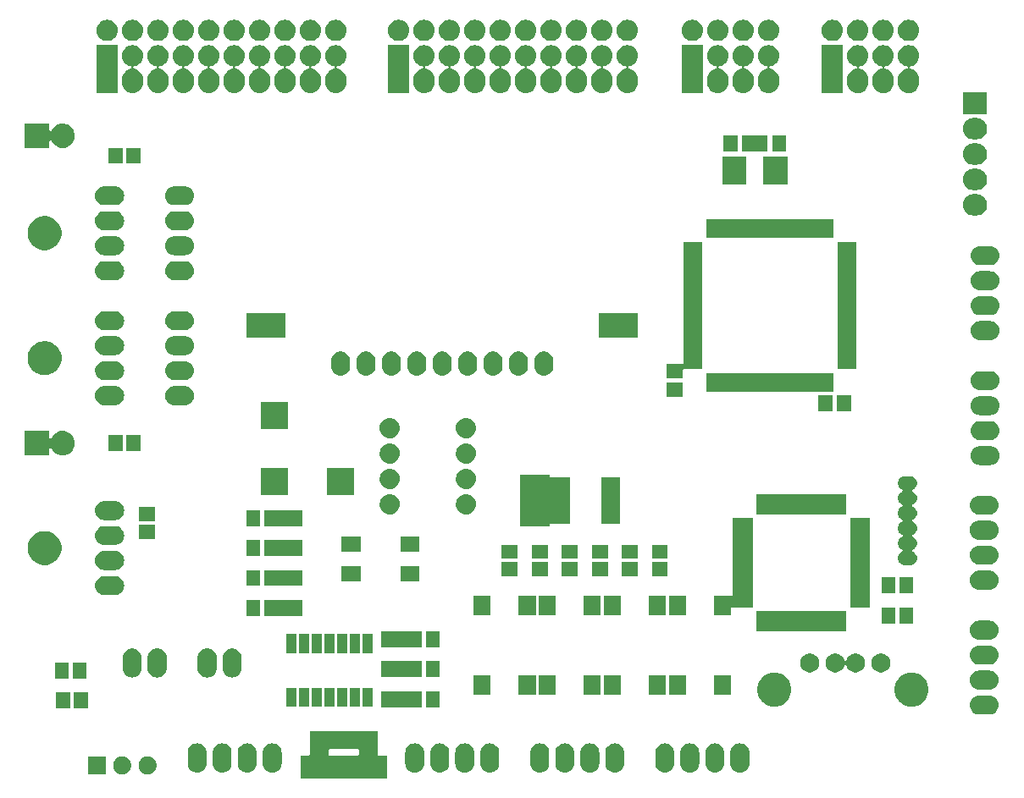
<source format=gbr>
G04 #@! TF.GenerationSoftware,KiCad,Pcbnew,(5.0.2)-1*
G04 #@! TF.CreationDate,2019-03-18T19:52:05+09:00*
G04 #@! TF.ProjectId,stm32f4_Centaurus,73746d33-3266-4345-9f43-656e74617572,rev?*
G04 #@! TF.SameCoordinates,Original*
G04 #@! TF.FileFunction,Soldermask,Top*
G04 #@! TF.FilePolarity,Negative*
%FSLAX46Y46*%
G04 Gerber Fmt 4.6, Leading zero omitted, Abs format (unit mm)*
G04 Created by KiCad (PCBNEW (5.0.2)-1) date 2019/03/18 19:52:05*
%MOMM*%
%LPD*%
G01*
G04 APERTURE LIST*
%ADD10C,0.100000*%
G04 APERTURE END LIST*
D10*
G36*
X88800000Y-134135000D02*
X88802402Y-134159386D01*
X88809515Y-134182835D01*
X88821066Y-134204446D01*
X88836612Y-134223388D01*
X88855554Y-134238934D01*
X88877165Y-134250485D01*
X88900614Y-134257598D01*
X88925000Y-134260000D01*
X89697500Y-134260000D01*
X89697500Y-136560000D01*
X81102500Y-136560000D01*
X81102500Y-134260000D01*
X81875000Y-134260000D01*
X81899386Y-134257598D01*
X81922835Y-134250485D01*
X81944446Y-134238934D01*
X81963388Y-134223388D01*
X81978934Y-134204446D01*
X81990485Y-134182835D01*
X81997598Y-134159386D01*
X82000000Y-134135000D01*
X82000000Y-133765000D01*
X83875000Y-133765000D01*
X83875000Y-134135000D01*
X83877402Y-134159386D01*
X83884515Y-134182835D01*
X83896066Y-134204446D01*
X83911612Y-134223388D01*
X83930554Y-134238934D01*
X83952165Y-134250485D01*
X83975614Y-134257598D01*
X84000000Y-134260000D01*
X86800000Y-134260000D01*
X86824386Y-134257598D01*
X86847835Y-134250485D01*
X86869446Y-134238934D01*
X86888388Y-134223388D01*
X86903934Y-134204446D01*
X86915485Y-134182835D01*
X86922598Y-134159386D01*
X86925000Y-134135000D01*
X86925000Y-133765000D01*
X86922598Y-133740614D01*
X86915485Y-133717165D01*
X86903934Y-133695554D01*
X86888388Y-133676612D01*
X86869446Y-133661066D01*
X86847835Y-133649515D01*
X86824386Y-133642402D01*
X86800000Y-133640000D01*
X84000000Y-133640000D01*
X83975614Y-133642402D01*
X83952165Y-133649515D01*
X83930554Y-133661066D01*
X83911612Y-133676612D01*
X83896066Y-133695554D01*
X83884515Y-133717165D01*
X83877402Y-133740614D01*
X83875000Y-133765000D01*
X82000000Y-133765000D01*
X82000000Y-131860000D01*
X88800000Y-131860000D01*
X88800000Y-134135000D01*
X88800000Y-134135000D01*
G37*
G36*
X66052083Y-134386029D02*
X66215596Y-134453758D01*
X66362764Y-134552093D01*
X66487907Y-134677236D01*
X66586242Y-134824404D01*
X66653971Y-134987917D01*
X66688500Y-135161505D01*
X66688500Y-135338495D01*
X66653971Y-135512083D01*
X66586242Y-135675596D01*
X66487907Y-135822764D01*
X66362764Y-135947907D01*
X66362761Y-135947909D01*
X66362760Y-135947910D01*
X66215599Y-136046240D01*
X66215596Y-136046242D01*
X66052083Y-136113971D01*
X65878495Y-136148500D01*
X65701505Y-136148500D01*
X65527917Y-136113971D01*
X65364404Y-136046242D01*
X65364401Y-136046240D01*
X65217240Y-135947910D01*
X65217239Y-135947909D01*
X65217236Y-135947907D01*
X65092093Y-135822764D01*
X64993758Y-135675596D01*
X64926029Y-135512083D01*
X64891500Y-135338495D01*
X64891500Y-135161505D01*
X64926029Y-134987917D01*
X64993758Y-134824404D01*
X65092093Y-134677236D01*
X65217236Y-134552093D01*
X65364404Y-134453758D01*
X65527917Y-134386029D01*
X65701505Y-134351500D01*
X65878495Y-134351500D01*
X66052083Y-134386029D01*
X66052083Y-134386029D01*
G37*
G36*
X63512083Y-134386029D02*
X63675596Y-134453758D01*
X63822764Y-134552093D01*
X63947907Y-134677236D01*
X64046242Y-134824404D01*
X64113971Y-134987917D01*
X64148500Y-135161505D01*
X64148500Y-135338495D01*
X64113971Y-135512083D01*
X64046242Y-135675596D01*
X63947907Y-135822764D01*
X63822764Y-135947907D01*
X63822761Y-135947909D01*
X63822760Y-135947910D01*
X63675599Y-136046240D01*
X63675596Y-136046242D01*
X63512083Y-136113971D01*
X63338495Y-136148500D01*
X63161505Y-136148500D01*
X62987917Y-136113971D01*
X62824404Y-136046242D01*
X62824401Y-136046240D01*
X62677240Y-135947910D01*
X62677239Y-135947909D01*
X62677236Y-135947907D01*
X62552093Y-135822764D01*
X62453758Y-135675596D01*
X62386029Y-135512083D01*
X62351500Y-135338495D01*
X62351500Y-135161505D01*
X62386029Y-134987917D01*
X62453758Y-134824404D01*
X62552093Y-134677236D01*
X62677236Y-134552093D01*
X62824404Y-134453758D01*
X62987917Y-134386029D01*
X63161505Y-134351500D01*
X63338495Y-134351500D01*
X63512083Y-134386029D01*
X63512083Y-134386029D01*
G37*
G36*
X61608500Y-136148500D02*
X59811500Y-136148500D01*
X59811500Y-134351500D01*
X61608500Y-134351500D01*
X61608500Y-136148500D01*
X61608500Y-136148500D01*
G37*
G36*
X70936231Y-133063746D02*
X71025769Y-133090907D01*
X71115308Y-133118068D01*
X71280347Y-133206283D01*
X71425001Y-133324999D01*
X71543717Y-133469653D01*
X71631932Y-133634691D01*
X71686254Y-133813769D01*
X71700000Y-133953334D01*
X71700000Y-135046666D01*
X71686254Y-135186231D01*
X71631932Y-135365309D01*
X71543717Y-135530347D01*
X71425001Y-135675001D01*
X71280347Y-135793717D01*
X71115309Y-135881932D01*
X71025770Y-135909093D01*
X70936232Y-135936254D01*
X70750000Y-135954596D01*
X70563769Y-135936254D01*
X70474231Y-135909093D01*
X70384692Y-135881932D01*
X70219654Y-135793717D01*
X70075000Y-135675001D01*
X69956284Y-135530347D01*
X69868068Y-135365306D01*
X69813746Y-135186234D01*
X69800000Y-135046666D01*
X69800000Y-133953335D01*
X69813746Y-133813770D01*
X69813747Y-133813768D01*
X69863572Y-133649515D01*
X69868068Y-133634692D01*
X69956283Y-133469653D01*
X70074999Y-133324999D01*
X70219653Y-133206283D01*
X70384691Y-133118068D01*
X70474230Y-133090907D01*
X70563768Y-133063746D01*
X70750000Y-133045404D01*
X70936231Y-133063746D01*
X70936231Y-133063746D01*
G37*
G36*
X75936231Y-133063746D02*
X76025769Y-133090907D01*
X76115308Y-133118068D01*
X76280347Y-133206283D01*
X76425001Y-133324999D01*
X76543717Y-133469653D01*
X76631932Y-133634691D01*
X76686254Y-133813769D01*
X76700000Y-133953334D01*
X76700000Y-135046666D01*
X76686254Y-135186231D01*
X76631932Y-135365309D01*
X76543717Y-135530347D01*
X76425001Y-135675001D01*
X76280347Y-135793717D01*
X76115309Y-135881932D01*
X76025770Y-135909093D01*
X75936232Y-135936254D01*
X75750000Y-135954596D01*
X75563769Y-135936254D01*
X75474231Y-135909093D01*
X75384692Y-135881932D01*
X75219654Y-135793717D01*
X75075000Y-135675001D01*
X74956284Y-135530347D01*
X74868068Y-135365306D01*
X74813746Y-135186234D01*
X74800000Y-135046666D01*
X74800000Y-133953335D01*
X74813746Y-133813770D01*
X74813747Y-133813768D01*
X74863572Y-133649515D01*
X74868068Y-133634692D01*
X74956283Y-133469653D01*
X75074999Y-133324999D01*
X75219653Y-133206283D01*
X75384691Y-133118068D01*
X75474230Y-133090907D01*
X75563768Y-133063746D01*
X75750000Y-133045404D01*
X75936231Y-133063746D01*
X75936231Y-133063746D01*
G37*
G36*
X73436231Y-133063746D02*
X73525769Y-133090907D01*
X73615308Y-133118068D01*
X73780347Y-133206283D01*
X73925001Y-133324999D01*
X74043717Y-133469653D01*
X74131932Y-133634691D01*
X74186254Y-133813769D01*
X74200000Y-133953334D01*
X74200000Y-135046666D01*
X74186254Y-135186231D01*
X74131932Y-135365309D01*
X74043717Y-135530347D01*
X73925001Y-135675001D01*
X73780347Y-135793717D01*
X73615309Y-135881932D01*
X73525770Y-135909093D01*
X73436232Y-135936254D01*
X73250000Y-135954596D01*
X73063769Y-135936254D01*
X72974231Y-135909093D01*
X72884692Y-135881932D01*
X72719654Y-135793717D01*
X72575000Y-135675001D01*
X72456284Y-135530347D01*
X72368068Y-135365306D01*
X72313746Y-135186234D01*
X72300000Y-135046666D01*
X72300000Y-133953335D01*
X72313746Y-133813770D01*
X72313747Y-133813768D01*
X72363572Y-133649515D01*
X72368068Y-133634692D01*
X72456283Y-133469653D01*
X72574999Y-133324999D01*
X72719653Y-133206283D01*
X72884691Y-133118068D01*
X72974230Y-133090907D01*
X73063768Y-133063746D01*
X73250000Y-133045404D01*
X73436231Y-133063746D01*
X73436231Y-133063746D01*
G37*
G36*
X120186231Y-133063746D02*
X120275769Y-133090907D01*
X120365308Y-133118068D01*
X120530347Y-133206283D01*
X120675001Y-133324999D01*
X120793717Y-133469653D01*
X120881932Y-133634691D01*
X120936254Y-133813769D01*
X120950000Y-133953334D01*
X120950000Y-135046666D01*
X120936254Y-135186231D01*
X120881932Y-135365309D01*
X120793717Y-135530347D01*
X120675001Y-135675001D01*
X120530347Y-135793717D01*
X120365309Y-135881932D01*
X120275770Y-135909093D01*
X120186232Y-135936254D01*
X120000000Y-135954596D01*
X119813769Y-135936254D01*
X119724231Y-135909093D01*
X119634692Y-135881932D01*
X119469654Y-135793717D01*
X119325000Y-135675001D01*
X119206284Y-135530347D01*
X119118068Y-135365306D01*
X119063746Y-135186234D01*
X119050000Y-135046666D01*
X119050000Y-133953335D01*
X119063746Y-133813770D01*
X119063747Y-133813768D01*
X119113572Y-133649515D01*
X119118068Y-133634692D01*
X119206283Y-133469653D01*
X119324999Y-133324999D01*
X119469653Y-133206283D01*
X119634691Y-133118068D01*
X119724230Y-133090907D01*
X119813768Y-133063746D01*
X120000000Y-133045404D01*
X120186231Y-133063746D01*
X120186231Y-133063746D01*
G37*
G36*
X117686231Y-133063746D02*
X117775769Y-133090907D01*
X117865308Y-133118068D01*
X118030347Y-133206283D01*
X118175001Y-133324999D01*
X118293717Y-133469653D01*
X118381932Y-133634691D01*
X118436254Y-133813769D01*
X118450000Y-133953334D01*
X118450000Y-135046666D01*
X118436254Y-135186231D01*
X118381932Y-135365309D01*
X118293717Y-135530347D01*
X118175001Y-135675001D01*
X118030347Y-135793717D01*
X117865309Y-135881932D01*
X117775770Y-135909093D01*
X117686232Y-135936254D01*
X117500000Y-135954596D01*
X117313769Y-135936254D01*
X117224231Y-135909093D01*
X117134692Y-135881932D01*
X116969654Y-135793717D01*
X116825000Y-135675001D01*
X116706284Y-135530347D01*
X116618068Y-135365306D01*
X116563746Y-135186234D01*
X116550000Y-135046666D01*
X116550000Y-133953335D01*
X116563746Y-133813770D01*
X116563747Y-133813768D01*
X116613572Y-133649515D01*
X116618068Y-133634692D01*
X116706283Y-133469653D01*
X116824999Y-133324999D01*
X116969653Y-133206283D01*
X117134691Y-133118068D01*
X117224230Y-133090907D01*
X117313768Y-133063746D01*
X117500000Y-133045404D01*
X117686231Y-133063746D01*
X117686231Y-133063746D01*
G37*
G36*
X125186231Y-133063746D02*
X125275769Y-133090907D01*
X125365308Y-133118068D01*
X125530347Y-133206283D01*
X125675001Y-133324999D01*
X125793717Y-133469653D01*
X125881932Y-133634691D01*
X125936254Y-133813769D01*
X125950000Y-133953334D01*
X125950000Y-135046666D01*
X125936254Y-135186231D01*
X125881932Y-135365309D01*
X125793717Y-135530347D01*
X125675001Y-135675001D01*
X125530347Y-135793717D01*
X125365309Y-135881932D01*
X125275770Y-135909093D01*
X125186232Y-135936254D01*
X125000000Y-135954596D01*
X124813769Y-135936254D01*
X124724231Y-135909093D01*
X124634692Y-135881932D01*
X124469654Y-135793717D01*
X124325000Y-135675001D01*
X124206284Y-135530347D01*
X124118068Y-135365306D01*
X124063746Y-135186234D01*
X124050000Y-135046666D01*
X124050000Y-133953335D01*
X124063746Y-133813770D01*
X124063747Y-133813768D01*
X124113572Y-133649515D01*
X124118068Y-133634692D01*
X124206283Y-133469653D01*
X124324999Y-133324999D01*
X124469653Y-133206283D01*
X124634691Y-133118068D01*
X124724230Y-133090907D01*
X124813768Y-133063746D01*
X125000000Y-133045404D01*
X125186231Y-133063746D01*
X125186231Y-133063746D01*
G37*
G36*
X112686231Y-133063746D02*
X112775769Y-133090907D01*
X112865308Y-133118068D01*
X113030347Y-133206283D01*
X113175001Y-133324999D01*
X113293717Y-133469653D01*
X113381932Y-133634691D01*
X113436254Y-133813769D01*
X113450000Y-133953334D01*
X113450000Y-135046666D01*
X113436254Y-135186231D01*
X113381932Y-135365309D01*
X113293717Y-135530347D01*
X113175001Y-135675001D01*
X113030347Y-135793717D01*
X112865309Y-135881932D01*
X112775770Y-135909093D01*
X112686232Y-135936254D01*
X112500000Y-135954596D01*
X112313769Y-135936254D01*
X112224231Y-135909093D01*
X112134692Y-135881932D01*
X111969654Y-135793717D01*
X111825000Y-135675001D01*
X111706284Y-135530347D01*
X111618068Y-135365306D01*
X111563746Y-135186234D01*
X111550000Y-135046666D01*
X111550000Y-133953335D01*
X111563746Y-133813770D01*
X111563747Y-133813768D01*
X111613572Y-133649515D01*
X111618068Y-133634692D01*
X111706283Y-133469653D01*
X111824999Y-133324999D01*
X111969653Y-133206283D01*
X112134691Y-133118068D01*
X112224230Y-133090907D01*
X112313768Y-133063746D01*
X112500000Y-133045404D01*
X112686231Y-133063746D01*
X112686231Y-133063746D01*
G37*
G36*
X110186231Y-133063746D02*
X110275769Y-133090907D01*
X110365308Y-133118068D01*
X110530347Y-133206283D01*
X110675001Y-133324999D01*
X110793717Y-133469653D01*
X110881932Y-133634691D01*
X110936254Y-133813769D01*
X110950000Y-133953334D01*
X110950000Y-135046666D01*
X110936254Y-135186231D01*
X110881932Y-135365309D01*
X110793717Y-135530347D01*
X110675001Y-135675001D01*
X110530347Y-135793717D01*
X110365309Y-135881932D01*
X110275770Y-135909093D01*
X110186232Y-135936254D01*
X110000000Y-135954596D01*
X109813769Y-135936254D01*
X109724231Y-135909093D01*
X109634692Y-135881932D01*
X109469654Y-135793717D01*
X109325000Y-135675001D01*
X109206284Y-135530347D01*
X109118068Y-135365306D01*
X109063746Y-135186234D01*
X109050000Y-135046666D01*
X109050000Y-133953335D01*
X109063746Y-133813770D01*
X109063747Y-133813768D01*
X109113572Y-133649515D01*
X109118068Y-133634692D01*
X109206283Y-133469653D01*
X109324999Y-133324999D01*
X109469653Y-133206283D01*
X109634691Y-133118068D01*
X109724230Y-133090907D01*
X109813768Y-133063746D01*
X110000000Y-133045404D01*
X110186231Y-133063746D01*
X110186231Y-133063746D01*
G37*
G36*
X107686231Y-133063746D02*
X107775769Y-133090907D01*
X107865308Y-133118068D01*
X108030347Y-133206283D01*
X108175001Y-133324999D01*
X108293717Y-133469653D01*
X108381932Y-133634691D01*
X108436254Y-133813769D01*
X108450000Y-133953334D01*
X108450000Y-135046666D01*
X108436254Y-135186231D01*
X108381932Y-135365309D01*
X108293717Y-135530347D01*
X108175001Y-135675001D01*
X108030347Y-135793717D01*
X107865309Y-135881932D01*
X107775770Y-135909093D01*
X107686232Y-135936254D01*
X107500000Y-135954596D01*
X107313769Y-135936254D01*
X107224231Y-135909093D01*
X107134692Y-135881932D01*
X106969654Y-135793717D01*
X106825000Y-135675001D01*
X106706284Y-135530347D01*
X106618068Y-135365306D01*
X106563746Y-135186234D01*
X106550000Y-135046666D01*
X106550000Y-133953335D01*
X106563746Y-133813770D01*
X106563747Y-133813768D01*
X106613572Y-133649515D01*
X106618068Y-133634692D01*
X106706283Y-133469653D01*
X106824999Y-133324999D01*
X106969653Y-133206283D01*
X107134691Y-133118068D01*
X107224230Y-133090907D01*
X107313768Y-133063746D01*
X107500000Y-133045404D01*
X107686231Y-133063746D01*
X107686231Y-133063746D01*
G37*
G36*
X105186231Y-133063746D02*
X105275769Y-133090907D01*
X105365308Y-133118068D01*
X105530347Y-133206283D01*
X105675001Y-133324999D01*
X105793717Y-133469653D01*
X105881932Y-133634691D01*
X105936254Y-133813769D01*
X105950000Y-133953334D01*
X105950000Y-135046666D01*
X105936254Y-135186231D01*
X105881932Y-135365309D01*
X105793717Y-135530347D01*
X105675001Y-135675001D01*
X105530347Y-135793717D01*
X105365309Y-135881932D01*
X105275770Y-135909093D01*
X105186232Y-135936254D01*
X105000000Y-135954596D01*
X104813769Y-135936254D01*
X104724231Y-135909093D01*
X104634692Y-135881932D01*
X104469654Y-135793717D01*
X104325000Y-135675001D01*
X104206284Y-135530347D01*
X104118068Y-135365306D01*
X104063746Y-135186234D01*
X104050000Y-135046666D01*
X104050000Y-133953335D01*
X104063746Y-133813770D01*
X104063747Y-133813768D01*
X104113572Y-133649515D01*
X104118068Y-133634692D01*
X104206283Y-133469653D01*
X104324999Y-133324999D01*
X104469653Y-133206283D01*
X104634691Y-133118068D01*
X104724230Y-133090907D01*
X104813768Y-133063746D01*
X105000000Y-133045404D01*
X105186231Y-133063746D01*
X105186231Y-133063746D01*
G37*
G36*
X92686231Y-133063746D02*
X92775769Y-133090907D01*
X92865308Y-133118068D01*
X93030347Y-133206283D01*
X93175001Y-133324999D01*
X93293717Y-133469653D01*
X93381932Y-133634691D01*
X93436254Y-133813769D01*
X93450000Y-133953334D01*
X93450000Y-135046666D01*
X93436254Y-135186231D01*
X93381932Y-135365309D01*
X93293717Y-135530347D01*
X93175001Y-135675001D01*
X93030347Y-135793717D01*
X92865309Y-135881932D01*
X92775770Y-135909093D01*
X92686232Y-135936254D01*
X92500000Y-135954596D01*
X92313769Y-135936254D01*
X92224231Y-135909093D01*
X92134692Y-135881932D01*
X91969654Y-135793717D01*
X91825000Y-135675001D01*
X91706284Y-135530347D01*
X91618068Y-135365306D01*
X91563746Y-135186234D01*
X91550000Y-135046666D01*
X91550000Y-133953335D01*
X91563746Y-133813770D01*
X91563747Y-133813768D01*
X91613572Y-133649515D01*
X91618068Y-133634692D01*
X91706283Y-133469653D01*
X91824999Y-133324999D01*
X91969653Y-133206283D01*
X92134691Y-133118068D01*
X92224230Y-133090907D01*
X92313768Y-133063746D01*
X92500000Y-133045404D01*
X92686231Y-133063746D01*
X92686231Y-133063746D01*
G37*
G36*
X95186231Y-133063746D02*
X95275769Y-133090907D01*
X95365308Y-133118068D01*
X95530347Y-133206283D01*
X95675001Y-133324999D01*
X95793717Y-133469653D01*
X95881932Y-133634691D01*
X95936254Y-133813769D01*
X95950000Y-133953334D01*
X95950000Y-135046666D01*
X95936254Y-135186231D01*
X95881932Y-135365309D01*
X95793717Y-135530347D01*
X95675001Y-135675001D01*
X95530347Y-135793717D01*
X95365309Y-135881932D01*
X95275770Y-135909093D01*
X95186232Y-135936254D01*
X95000000Y-135954596D01*
X94813769Y-135936254D01*
X94724231Y-135909093D01*
X94634692Y-135881932D01*
X94469654Y-135793717D01*
X94325000Y-135675001D01*
X94206284Y-135530347D01*
X94118068Y-135365306D01*
X94063746Y-135186234D01*
X94050000Y-135046666D01*
X94050000Y-133953335D01*
X94063746Y-133813770D01*
X94063747Y-133813768D01*
X94113572Y-133649515D01*
X94118068Y-133634692D01*
X94206283Y-133469653D01*
X94324999Y-133324999D01*
X94469653Y-133206283D01*
X94634691Y-133118068D01*
X94724230Y-133090907D01*
X94813768Y-133063746D01*
X95000000Y-133045404D01*
X95186231Y-133063746D01*
X95186231Y-133063746D01*
G37*
G36*
X97686231Y-133063746D02*
X97775769Y-133090907D01*
X97865308Y-133118068D01*
X98030347Y-133206283D01*
X98175001Y-133324999D01*
X98293717Y-133469653D01*
X98381932Y-133634691D01*
X98436254Y-133813769D01*
X98450000Y-133953334D01*
X98450000Y-135046666D01*
X98436254Y-135186231D01*
X98381932Y-135365309D01*
X98293717Y-135530347D01*
X98175001Y-135675001D01*
X98030347Y-135793717D01*
X97865309Y-135881932D01*
X97775770Y-135909093D01*
X97686232Y-135936254D01*
X97500000Y-135954596D01*
X97313769Y-135936254D01*
X97224231Y-135909093D01*
X97134692Y-135881932D01*
X96969654Y-135793717D01*
X96825000Y-135675001D01*
X96706284Y-135530347D01*
X96618068Y-135365306D01*
X96563746Y-135186234D01*
X96550000Y-135046666D01*
X96550000Y-133953335D01*
X96563746Y-133813770D01*
X96563747Y-133813768D01*
X96613572Y-133649515D01*
X96618068Y-133634692D01*
X96706283Y-133469653D01*
X96824999Y-133324999D01*
X96969653Y-133206283D01*
X97134691Y-133118068D01*
X97224230Y-133090907D01*
X97313768Y-133063746D01*
X97500000Y-133045404D01*
X97686231Y-133063746D01*
X97686231Y-133063746D01*
G37*
G36*
X100186231Y-133063746D02*
X100275769Y-133090907D01*
X100365308Y-133118068D01*
X100530347Y-133206283D01*
X100675001Y-133324999D01*
X100793717Y-133469653D01*
X100881932Y-133634691D01*
X100936254Y-133813769D01*
X100950000Y-133953334D01*
X100950000Y-135046666D01*
X100936254Y-135186231D01*
X100881932Y-135365309D01*
X100793717Y-135530347D01*
X100675001Y-135675001D01*
X100530347Y-135793717D01*
X100365309Y-135881932D01*
X100275770Y-135909093D01*
X100186232Y-135936254D01*
X100000000Y-135954596D01*
X99813769Y-135936254D01*
X99724231Y-135909093D01*
X99634692Y-135881932D01*
X99469654Y-135793717D01*
X99325000Y-135675001D01*
X99206284Y-135530347D01*
X99118068Y-135365306D01*
X99063746Y-135186234D01*
X99050000Y-135046666D01*
X99050000Y-133953335D01*
X99063746Y-133813770D01*
X99063747Y-133813768D01*
X99113572Y-133649515D01*
X99118068Y-133634692D01*
X99206283Y-133469653D01*
X99324999Y-133324999D01*
X99469653Y-133206283D01*
X99634691Y-133118068D01*
X99724230Y-133090907D01*
X99813768Y-133063746D01*
X100000000Y-133045404D01*
X100186231Y-133063746D01*
X100186231Y-133063746D01*
G37*
G36*
X122686231Y-133063746D02*
X122775769Y-133090907D01*
X122865308Y-133118068D01*
X123030347Y-133206283D01*
X123175001Y-133324999D01*
X123293717Y-133469653D01*
X123381932Y-133634691D01*
X123436254Y-133813769D01*
X123450000Y-133953334D01*
X123450000Y-135046666D01*
X123436254Y-135186231D01*
X123381932Y-135365309D01*
X123293717Y-135530347D01*
X123175001Y-135675001D01*
X123030347Y-135793717D01*
X122865309Y-135881932D01*
X122775770Y-135909093D01*
X122686232Y-135936254D01*
X122500000Y-135954596D01*
X122313769Y-135936254D01*
X122224231Y-135909093D01*
X122134692Y-135881932D01*
X121969654Y-135793717D01*
X121825000Y-135675001D01*
X121706284Y-135530347D01*
X121618068Y-135365306D01*
X121563746Y-135186234D01*
X121550000Y-135046666D01*
X121550000Y-133953335D01*
X121563746Y-133813770D01*
X121563747Y-133813768D01*
X121613572Y-133649515D01*
X121618068Y-133634692D01*
X121706283Y-133469653D01*
X121824999Y-133324999D01*
X121969653Y-133206283D01*
X122134691Y-133118068D01*
X122224230Y-133090907D01*
X122313768Y-133063746D01*
X122500000Y-133045404D01*
X122686231Y-133063746D01*
X122686231Y-133063746D01*
G37*
G36*
X78436231Y-133063746D02*
X78525769Y-133090907D01*
X78615308Y-133118068D01*
X78780347Y-133206283D01*
X78925001Y-133324999D01*
X79043717Y-133469653D01*
X79131932Y-133634691D01*
X79186254Y-133813769D01*
X79200000Y-133953334D01*
X79200000Y-135046666D01*
X79186254Y-135186231D01*
X79131932Y-135365309D01*
X79043717Y-135530347D01*
X78925001Y-135675001D01*
X78780347Y-135793717D01*
X78615309Y-135881932D01*
X78525770Y-135909093D01*
X78436232Y-135936254D01*
X78250000Y-135954596D01*
X78063769Y-135936254D01*
X77974231Y-135909093D01*
X77884692Y-135881932D01*
X77719654Y-135793717D01*
X77575000Y-135675001D01*
X77456284Y-135530347D01*
X77368068Y-135365306D01*
X77313746Y-135186234D01*
X77300000Y-135046666D01*
X77300000Y-133953335D01*
X77313746Y-133813770D01*
X77313747Y-133813768D01*
X77363572Y-133649515D01*
X77368068Y-133634692D01*
X77456283Y-133469653D01*
X77574999Y-133324999D01*
X77719653Y-133206283D01*
X77884691Y-133118068D01*
X77974230Y-133090907D01*
X78063768Y-133063746D01*
X78250000Y-133045404D01*
X78436231Y-133063746D01*
X78436231Y-133063746D01*
G37*
G36*
X150036448Y-128266873D02*
X150106232Y-128273746D01*
X150195770Y-128300907D01*
X150285309Y-128328068D01*
X150450347Y-128416283D01*
X150595001Y-128534999D01*
X150713717Y-128679653D01*
X150801932Y-128844691D01*
X150801932Y-128844692D01*
X150843928Y-128983133D01*
X150856254Y-129023769D01*
X150874596Y-129210000D01*
X150856254Y-129396231D01*
X150801932Y-129575309D01*
X150713717Y-129740347D01*
X150595001Y-129885001D01*
X150450347Y-130003717D01*
X150285309Y-130091932D01*
X150195770Y-130119093D01*
X150106232Y-130146254D01*
X150036448Y-130153127D01*
X149966666Y-130160000D01*
X148873334Y-130160000D01*
X148803552Y-130153127D01*
X148733768Y-130146254D01*
X148644230Y-130119093D01*
X148554691Y-130091932D01*
X148389653Y-130003717D01*
X148244999Y-129885001D01*
X148126283Y-129740347D01*
X148038068Y-129575309D01*
X147983746Y-129396231D01*
X147965404Y-129210000D01*
X147983746Y-129023769D01*
X147996073Y-128983133D01*
X148038068Y-128844692D01*
X148038068Y-128844691D01*
X148126283Y-128679653D01*
X148244999Y-128534999D01*
X148389653Y-128416283D01*
X148554691Y-128328068D01*
X148644230Y-128300907D01*
X148733768Y-128273746D01*
X148803552Y-128266873D01*
X148873334Y-128260000D01*
X149966666Y-128260000D01*
X150036448Y-128266873D01*
X150036448Y-128266873D01*
G37*
G36*
X59830000Y-129550000D02*
X58430000Y-129550000D01*
X58430000Y-127950000D01*
X59830000Y-127950000D01*
X59830000Y-129550000D01*
X59830000Y-129550000D01*
G37*
G36*
X58070000Y-129550000D02*
X56670000Y-129550000D01*
X56670000Y-127950000D01*
X58070000Y-127950000D01*
X58070000Y-129550000D01*
X58070000Y-129550000D01*
G37*
G36*
X95000000Y-129420000D02*
X93600000Y-129420000D01*
X93600000Y-127820000D01*
X95000000Y-127820000D01*
X95000000Y-129420000D01*
X95000000Y-129420000D01*
G37*
G36*
X93240000Y-129420000D02*
X89160000Y-129420000D01*
X89160000Y-127820000D01*
X93240000Y-127820000D01*
X93240000Y-129420000D01*
X93240000Y-129420000D01*
G37*
G36*
X80690000Y-129400000D02*
X79690000Y-129400000D01*
X79690000Y-127500000D01*
X80690000Y-127500000D01*
X80690000Y-129400000D01*
X80690000Y-129400000D01*
G37*
G36*
X81960000Y-129400000D02*
X80960000Y-129400000D01*
X80960000Y-127500000D01*
X81960000Y-127500000D01*
X81960000Y-129400000D01*
X81960000Y-129400000D01*
G37*
G36*
X83230000Y-129400000D02*
X82230000Y-129400000D01*
X82230000Y-127500000D01*
X83230000Y-127500000D01*
X83230000Y-129400000D01*
X83230000Y-129400000D01*
G37*
G36*
X85770000Y-129400000D02*
X84770000Y-129400000D01*
X84770000Y-127500000D01*
X85770000Y-127500000D01*
X85770000Y-129400000D01*
X85770000Y-129400000D01*
G37*
G36*
X87040000Y-129400000D02*
X86040000Y-129400000D01*
X86040000Y-127500000D01*
X87040000Y-127500000D01*
X87040000Y-129400000D01*
X87040000Y-129400000D01*
G37*
G36*
X88310000Y-129400000D02*
X87310000Y-129400000D01*
X87310000Y-127500000D01*
X88310000Y-127500000D01*
X88310000Y-129400000D01*
X88310000Y-129400000D01*
G37*
G36*
X84500000Y-129400000D02*
X83500000Y-129400000D01*
X83500000Y-127500000D01*
X84500000Y-127500000D01*
X84500000Y-129400000D01*
X84500000Y-129400000D01*
G37*
G36*
X142492488Y-125995552D02*
X142656694Y-126028215D01*
X142784833Y-126081292D01*
X142966049Y-126156354D01*
X143244467Y-126342387D01*
X143481233Y-126579153D01*
X143667266Y-126857571D01*
X143795405Y-127166927D01*
X143860730Y-127495336D01*
X143860730Y-127830184D01*
X143795405Y-128158593D01*
X143667266Y-128467949D01*
X143481233Y-128746367D01*
X143244467Y-128983133D01*
X142966049Y-129169166D01*
X142784833Y-129244228D01*
X142656694Y-129297305D01*
X142492488Y-129329968D01*
X142328284Y-129362630D01*
X141993436Y-129362630D01*
X141829232Y-129329968D01*
X141665026Y-129297305D01*
X141536887Y-129244228D01*
X141355671Y-129169166D01*
X141077253Y-128983133D01*
X140840487Y-128746367D01*
X140654454Y-128467949D01*
X140526315Y-128158593D01*
X140460990Y-127830184D01*
X140460990Y-127495336D01*
X140526315Y-127166927D01*
X140654454Y-126857571D01*
X140840487Y-126579153D01*
X141077253Y-126342387D01*
X141355671Y-126156354D01*
X141536887Y-126081292D01*
X141665026Y-126028215D01*
X141829232Y-125995552D01*
X141993436Y-125962890D01*
X142328284Y-125962890D01*
X142492488Y-125995552D01*
X142492488Y-125995552D01*
G37*
G36*
X128776488Y-125995552D02*
X128940694Y-126028215D01*
X129068833Y-126081292D01*
X129250049Y-126156354D01*
X129528467Y-126342387D01*
X129765233Y-126579153D01*
X129951266Y-126857571D01*
X130079405Y-127166927D01*
X130144730Y-127495336D01*
X130144730Y-127830184D01*
X130079405Y-128158593D01*
X129951266Y-128467949D01*
X129765233Y-128746367D01*
X129528467Y-128983133D01*
X129250049Y-129169166D01*
X129068833Y-129244228D01*
X128940694Y-129297305D01*
X128776488Y-129329968D01*
X128612284Y-129362630D01*
X128277436Y-129362630D01*
X128113232Y-129329968D01*
X127949026Y-129297305D01*
X127820887Y-129244228D01*
X127639671Y-129169166D01*
X127361253Y-128983133D01*
X127124487Y-128746367D01*
X126938454Y-128467949D01*
X126810315Y-128158593D01*
X126744990Y-127830184D01*
X126744990Y-127495336D01*
X126810315Y-127166927D01*
X126938454Y-126857571D01*
X127124487Y-126579153D01*
X127361253Y-126342387D01*
X127639671Y-126156354D01*
X127820887Y-126081292D01*
X127949026Y-126028215D01*
X128113232Y-125995552D01*
X128277436Y-125962890D01*
X128612284Y-125962890D01*
X128776488Y-125995552D01*
X128776488Y-125995552D01*
G37*
G36*
X119600000Y-128200000D02*
X117900000Y-128200000D01*
X117900000Y-126250000D01*
X119600000Y-126250000D01*
X119600000Y-128200000D01*
X119600000Y-128200000D01*
G37*
G36*
X111100000Y-128200000D02*
X109400000Y-128200000D01*
X109400000Y-126250000D01*
X111100000Y-126250000D01*
X111100000Y-128200000D01*
X111100000Y-128200000D01*
G37*
G36*
X117600000Y-128200000D02*
X115900000Y-128200000D01*
X115900000Y-126250000D01*
X117600000Y-126250000D01*
X117600000Y-128200000D01*
X117600000Y-128200000D01*
G37*
G36*
X113100000Y-128200000D02*
X111400000Y-128200000D01*
X111400000Y-126250000D01*
X113100000Y-126250000D01*
X113100000Y-128200000D01*
X113100000Y-128200000D01*
G37*
G36*
X100100000Y-128200000D02*
X98400000Y-128200000D01*
X98400000Y-126250000D01*
X100100000Y-126250000D01*
X100100000Y-128200000D01*
X100100000Y-128200000D01*
G37*
G36*
X106600000Y-128200000D02*
X104900000Y-128200000D01*
X104900000Y-126250000D01*
X106600000Y-126250000D01*
X106600000Y-128200000D01*
X106600000Y-128200000D01*
G37*
G36*
X104600000Y-128200000D02*
X102900000Y-128200000D01*
X102900000Y-126250000D01*
X104600000Y-126250000D01*
X104600000Y-128200000D01*
X104600000Y-128200000D01*
G37*
G36*
X124100000Y-128200000D02*
X122400000Y-128200000D01*
X122400000Y-126250000D01*
X124100000Y-126250000D01*
X124100000Y-128200000D01*
X124100000Y-128200000D01*
G37*
G36*
X150036448Y-125766873D02*
X150106232Y-125773746D01*
X150195770Y-125800907D01*
X150285309Y-125828068D01*
X150450347Y-125916283D01*
X150595001Y-126034999D01*
X150713717Y-126179653D01*
X150801932Y-126344691D01*
X150856254Y-126523769D01*
X150874596Y-126710000D01*
X150856254Y-126896231D01*
X150801932Y-127075309D01*
X150713717Y-127240347D01*
X150595001Y-127385001D01*
X150450347Y-127503717D01*
X150285309Y-127591932D01*
X150195770Y-127619093D01*
X150106232Y-127646254D01*
X150036448Y-127653127D01*
X149966666Y-127660000D01*
X148873334Y-127660000D01*
X148803552Y-127653127D01*
X148733768Y-127646254D01*
X148644230Y-127619093D01*
X148554691Y-127591932D01*
X148389653Y-127503717D01*
X148244999Y-127385001D01*
X148126283Y-127240347D01*
X148038068Y-127075309D01*
X147983746Y-126896231D01*
X147965404Y-126710000D01*
X147983746Y-126523769D01*
X148038068Y-126344691D01*
X148126283Y-126179653D01*
X148244999Y-126034999D01*
X148389653Y-125916283D01*
X148554691Y-125828068D01*
X148644230Y-125800907D01*
X148733768Y-125773746D01*
X148803552Y-125766873D01*
X148873334Y-125760000D01*
X149966666Y-125760000D01*
X150036448Y-125766873D01*
X150036448Y-125766873D01*
G37*
G36*
X57940000Y-126550000D02*
X56540000Y-126550000D01*
X56540000Y-124950000D01*
X57940000Y-124950000D01*
X57940000Y-126550000D01*
X57940000Y-126550000D01*
G37*
G36*
X59700000Y-126550000D02*
X58300000Y-126550000D01*
X58300000Y-124950000D01*
X59700000Y-124950000D01*
X59700000Y-126550000D01*
X59700000Y-126550000D01*
G37*
G36*
X66936231Y-123563746D02*
X67025769Y-123590907D01*
X67115308Y-123618068D01*
X67280347Y-123706283D01*
X67425001Y-123824999D01*
X67543717Y-123969653D01*
X67631932Y-124134691D01*
X67637600Y-124153376D01*
X67686254Y-124313768D01*
X67700000Y-124453335D01*
X67700000Y-125546665D01*
X67686254Y-125686232D01*
X67663877Y-125760000D01*
X67631932Y-125865309D01*
X67543717Y-126030347D01*
X67425001Y-126175001D01*
X67280347Y-126293717D01*
X67115309Y-126381932D01*
X67025770Y-126409093D01*
X66936232Y-126436254D01*
X66750000Y-126454596D01*
X66563769Y-126436254D01*
X66474231Y-126409093D01*
X66384692Y-126381932D01*
X66219654Y-126293717D01*
X66075000Y-126175001D01*
X65956284Y-126030347D01*
X65868068Y-125865306D01*
X65813746Y-125686234D01*
X65800000Y-125546666D01*
X65800000Y-124453335D01*
X65813746Y-124313770D01*
X65813747Y-124313768D01*
X65845224Y-124210000D01*
X65868068Y-124134692D01*
X65956283Y-123969653D01*
X66074999Y-123824999D01*
X66219653Y-123706283D01*
X66384691Y-123618068D01*
X66474230Y-123590907D01*
X66563768Y-123563746D01*
X66750000Y-123545404D01*
X66936231Y-123563746D01*
X66936231Y-123563746D01*
G37*
G36*
X74436231Y-123563746D02*
X74525769Y-123590907D01*
X74615308Y-123618068D01*
X74780347Y-123706283D01*
X74925001Y-123824999D01*
X75043717Y-123969653D01*
X75131932Y-124134691D01*
X75137600Y-124153376D01*
X75186254Y-124313768D01*
X75200000Y-124453335D01*
X75200000Y-125546665D01*
X75186254Y-125686232D01*
X75163877Y-125760000D01*
X75131932Y-125865309D01*
X75043717Y-126030347D01*
X74925001Y-126175001D01*
X74780347Y-126293717D01*
X74615309Y-126381932D01*
X74525770Y-126409093D01*
X74436232Y-126436254D01*
X74250000Y-126454596D01*
X74063769Y-126436254D01*
X73974231Y-126409093D01*
X73884692Y-126381932D01*
X73719654Y-126293717D01*
X73575000Y-126175001D01*
X73456284Y-126030347D01*
X73368068Y-125865306D01*
X73313746Y-125686234D01*
X73300000Y-125546666D01*
X73300000Y-124453335D01*
X73313746Y-124313770D01*
X73313747Y-124313768D01*
X73345224Y-124210000D01*
X73368068Y-124134692D01*
X73456283Y-123969653D01*
X73574999Y-123824999D01*
X73719653Y-123706283D01*
X73884691Y-123618068D01*
X73974230Y-123590907D01*
X74063768Y-123563746D01*
X74250000Y-123545404D01*
X74436231Y-123563746D01*
X74436231Y-123563746D01*
G37*
G36*
X71936231Y-123563746D02*
X72025769Y-123590907D01*
X72115308Y-123618068D01*
X72280347Y-123706283D01*
X72425001Y-123824999D01*
X72543717Y-123969653D01*
X72631932Y-124134691D01*
X72637600Y-124153376D01*
X72686254Y-124313768D01*
X72700000Y-124453335D01*
X72700000Y-125546665D01*
X72686254Y-125686232D01*
X72663877Y-125760000D01*
X72631932Y-125865309D01*
X72543717Y-126030347D01*
X72425001Y-126175001D01*
X72280347Y-126293717D01*
X72115309Y-126381932D01*
X72025770Y-126409093D01*
X71936232Y-126436254D01*
X71750000Y-126454596D01*
X71563769Y-126436254D01*
X71474231Y-126409093D01*
X71384692Y-126381932D01*
X71219654Y-126293717D01*
X71075000Y-126175001D01*
X70956284Y-126030347D01*
X70868068Y-125865306D01*
X70813746Y-125686234D01*
X70800000Y-125546666D01*
X70800000Y-124453335D01*
X70813746Y-124313770D01*
X70813747Y-124313768D01*
X70845224Y-124210000D01*
X70868068Y-124134692D01*
X70956283Y-123969653D01*
X71074999Y-123824999D01*
X71219653Y-123706283D01*
X71384691Y-123618068D01*
X71474230Y-123590907D01*
X71563768Y-123563746D01*
X71750000Y-123545404D01*
X71936231Y-123563746D01*
X71936231Y-123563746D01*
G37*
G36*
X64436231Y-123563746D02*
X64525769Y-123590907D01*
X64615308Y-123618068D01*
X64780347Y-123706283D01*
X64925001Y-123824999D01*
X65043717Y-123969653D01*
X65131932Y-124134691D01*
X65137600Y-124153376D01*
X65186254Y-124313768D01*
X65200000Y-124453335D01*
X65200000Y-125546665D01*
X65186254Y-125686232D01*
X65163877Y-125760000D01*
X65131932Y-125865309D01*
X65043717Y-126030347D01*
X64925001Y-126175001D01*
X64780347Y-126293717D01*
X64615309Y-126381932D01*
X64525770Y-126409093D01*
X64436232Y-126436254D01*
X64250000Y-126454596D01*
X64063769Y-126436254D01*
X63974231Y-126409093D01*
X63884692Y-126381932D01*
X63719654Y-126293717D01*
X63575000Y-126175001D01*
X63456284Y-126030347D01*
X63368068Y-125865306D01*
X63313746Y-125686234D01*
X63300000Y-125546666D01*
X63300000Y-124453335D01*
X63313746Y-124313770D01*
X63313747Y-124313768D01*
X63345224Y-124210000D01*
X63368068Y-124134692D01*
X63456283Y-123969653D01*
X63574999Y-123824999D01*
X63719653Y-123706283D01*
X63884691Y-123618068D01*
X63974230Y-123590907D01*
X64063768Y-123563746D01*
X64250000Y-123545404D01*
X64436231Y-123563746D01*
X64436231Y-123563746D01*
G37*
G36*
X95000000Y-126420000D02*
X93600000Y-126420000D01*
X93600000Y-124820000D01*
X95000000Y-124820000D01*
X95000000Y-126420000D01*
X95000000Y-126420000D01*
G37*
G36*
X93240000Y-126420000D02*
X89160000Y-126420000D01*
X89160000Y-124820000D01*
X93240000Y-124820000D01*
X93240000Y-126420000D01*
X93240000Y-126420000D01*
G37*
G36*
X132278131Y-124081720D02*
X132451123Y-124153375D01*
X132606816Y-124257406D01*
X132739214Y-124389804D01*
X132843245Y-124545497D01*
X132914900Y-124718489D01*
X132951430Y-124902137D01*
X132951430Y-125089383D01*
X132914900Y-125273031D01*
X132843245Y-125446023D01*
X132739214Y-125601716D01*
X132606816Y-125734114D01*
X132451123Y-125838145D01*
X132278131Y-125909800D01*
X132094483Y-125946330D01*
X131907237Y-125946330D01*
X131723589Y-125909800D01*
X131550597Y-125838145D01*
X131394904Y-125734114D01*
X131262506Y-125601716D01*
X131158475Y-125446023D01*
X131086820Y-125273031D01*
X131050290Y-125089383D01*
X131050290Y-124902137D01*
X131086820Y-124718489D01*
X131158475Y-124545497D01*
X131262506Y-124389804D01*
X131394904Y-124257406D01*
X131550597Y-124153375D01*
X131723589Y-124081720D01*
X131907237Y-124045190D01*
X132094483Y-124045190D01*
X132278131Y-124081720D01*
X132278131Y-124081720D01*
G37*
G36*
X134818131Y-124081720D02*
X134991123Y-124153375D01*
X135146816Y-124257406D01*
X135279214Y-124389804D01*
X135383245Y-124545497D01*
X135441375Y-124685837D01*
X135452926Y-124707448D01*
X135468471Y-124726390D01*
X135487413Y-124741936D01*
X135509024Y-124753487D01*
X135532473Y-124760600D01*
X135556860Y-124763002D01*
X135581246Y-124760600D01*
X135604695Y-124753487D01*
X135626306Y-124741936D01*
X135645248Y-124726391D01*
X135660794Y-124707449D01*
X135672345Y-124685837D01*
X135730475Y-124545497D01*
X135834506Y-124389804D01*
X135966904Y-124257406D01*
X136122597Y-124153375D01*
X136295589Y-124081720D01*
X136479237Y-124045190D01*
X136666483Y-124045190D01*
X136850131Y-124081720D01*
X137023123Y-124153375D01*
X137178816Y-124257406D01*
X137311214Y-124389804D01*
X137415245Y-124545497D01*
X137486900Y-124718489D01*
X137523430Y-124902137D01*
X137523430Y-125089383D01*
X137486900Y-125273031D01*
X137415245Y-125446023D01*
X137311214Y-125601716D01*
X137178816Y-125734114D01*
X137023123Y-125838145D01*
X136850131Y-125909800D01*
X136666483Y-125946330D01*
X136479237Y-125946330D01*
X136295589Y-125909800D01*
X136122597Y-125838145D01*
X135966904Y-125734114D01*
X135834506Y-125601716D01*
X135730475Y-125446023D01*
X135672345Y-125305683D01*
X135660794Y-125284072D01*
X135645249Y-125265130D01*
X135626307Y-125249584D01*
X135604696Y-125238033D01*
X135581247Y-125230920D01*
X135556860Y-125228518D01*
X135532474Y-125230920D01*
X135509025Y-125238033D01*
X135487414Y-125249584D01*
X135468472Y-125265129D01*
X135452926Y-125284071D01*
X135441375Y-125305683D01*
X135383245Y-125446023D01*
X135279214Y-125601716D01*
X135146816Y-125734114D01*
X134991123Y-125838145D01*
X134818131Y-125909800D01*
X134634483Y-125946330D01*
X134447237Y-125946330D01*
X134263589Y-125909800D01*
X134090597Y-125838145D01*
X133934904Y-125734114D01*
X133802506Y-125601716D01*
X133698475Y-125446023D01*
X133626820Y-125273031D01*
X133590290Y-125089383D01*
X133590290Y-124902137D01*
X133626820Y-124718489D01*
X133698475Y-124545497D01*
X133802506Y-124389804D01*
X133934904Y-124257406D01*
X134090597Y-124153375D01*
X134263589Y-124081720D01*
X134447237Y-124045190D01*
X134634483Y-124045190D01*
X134818131Y-124081720D01*
X134818131Y-124081720D01*
G37*
G36*
X139390131Y-124081720D02*
X139563123Y-124153375D01*
X139718816Y-124257406D01*
X139851214Y-124389804D01*
X139955245Y-124545497D01*
X140026900Y-124718489D01*
X140063430Y-124902137D01*
X140063430Y-125089383D01*
X140026900Y-125273031D01*
X139955245Y-125446023D01*
X139851214Y-125601716D01*
X139718816Y-125734114D01*
X139563123Y-125838145D01*
X139390131Y-125909800D01*
X139206483Y-125946330D01*
X139019237Y-125946330D01*
X138835589Y-125909800D01*
X138662597Y-125838145D01*
X138506904Y-125734114D01*
X138374506Y-125601716D01*
X138270475Y-125446023D01*
X138198820Y-125273031D01*
X138162290Y-125089383D01*
X138162290Y-124902137D01*
X138198820Y-124718489D01*
X138270475Y-124545497D01*
X138374506Y-124389804D01*
X138506904Y-124257406D01*
X138662597Y-124153375D01*
X138835589Y-124081720D01*
X139019237Y-124045190D01*
X139206483Y-124045190D01*
X139390131Y-124081720D01*
X139390131Y-124081720D01*
G37*
G36*
X150106232Y-123273746D02*
X150195770Y-123300907D01*
X150285309Y-123328068D01*
X150450347Y-123416283D01*
X150595001Y-123534999D01*
X150713717Y-123679653D01*
X150801932Y-123844691D01*
X150856254Y-124023769D01*
X150874596Y-124210000D01*
X150856254Y-124396231D01*
X150801932Y-124575309D01*
X150713717Y-124740347D01*
X150595001Y-124885001D01*
X150450347Y-125003717D01*
X150285309Y-125091932D01*
X150195770Y-125119093D01*
X150106232Y-125146254D01*
X149966666Y-125160000D01*
X148873334Y-125160000D01*
X148733768Y-125146254D01*
X148644230Y-125119093D01*
X148554691Y-125091932D01*
X148389653Y-125003717D01*
X148244999Y-124885001D01*
X148126283Y-124740347D01*
X148038068Y-124575309D01*
X147983746Y-124396231D01*
X147965404Y-124210000D01*
X147983746Y-124023769D01*
X148038068Y-123844691D01*
X148126283Y-123679653D01*
X148244999Y-123534999D01*
X148389653Y-123416283D01*
X148554691Y-123328068D01*
X148644230Y-123300907D01*
X148733768Y-123273746D01*
X148873334Y-123260000D01*
X149966666Y-123260000D01*
X150106232Y-123273746D01*
X150106232Y-123273746D01*
G37*
G36*
X81960000Y-124000000D02*
X80960000Y-124000000D01*
X80960000Y-122100000D01*
X81960000Y-122100000D01*
X81960000Y-124000000D01*
X81960000Y-124000000D01*
G37*
G36*
X88310000Y-124000000D02*
X87310000Y-124000000D01*
X87310000Y-122100000D01*
X88310000Y-122100000D01*
X88310000Y-124000000D01*
X88310000Y-124000000D01*
G37*
G36*
X87040000Y-124000000D02*
X86040000Y-124000000D01*
X86040000Y-122100000D01*
X87040000Y-122100000D01*
X87040000Y-124000000D01*
X87040000Y-124000000D01*
G37*
G36*
X80690000Y-124000000D02*
X79690000Y-124000000D01*
X79690000Y-122100000D01*
X80690000Y-122100000D01*
X80690000Y-124000000D01*
X80690000Y-124000000D01*
G37*
G36*
X83230000Y-124000000D02*
X82230000Y-124000000D01*
X82230000Y-122100000D01*
X83230000Y-122100000D01*
X83230000Y-124000000D01*
X83230000Y-124000000D01*
G37*
G36*
X84500000Y-124000000D02*
X83500000Y-124000000D01*
X83500000Y-122100000D01*
X84500000Y-122100000D01*
X84500000Y-124000000D01*
X84500000Y-124000000D01*
G37*
G36*
X85770000Y-124000000D02*
X84770000Y-124000000D01*
X84770000Y-122100000D01*
X85770000Y-122100000D01*
X85770000Y-124000000D01*
X85770000Y-124000000D01*
G37*
G36*
X95000000Y-123420000D02*
X93600000Y-123420000D01*
X93600000Y-121820000D01*
X95000000Y-121820000D01*
X95000000Y-123420000D01*
X95000000Y-123420000D01*
G37*
G36*
X93240000Y-123420000D02*
X89160000Y-123420000D01*
X89160000Y-121820000D01*
X93240000Y-121820000D01*
X93240000Y-123420000D01*
X93240000Y-123420000D01*
G37*
G36*
X150036448Y-120766873D02*
X150106232Y-120773746D01*
X150195770Y-120800907D01*
X150285309Y-120828068D01*
X150450347Y-120916283D01*
X150595001Y-121034999D01*
X150713717Y-121179653D01*
X150801932Y-121344691D01*
X150856254Y-121523769D01*
X150874596Y-121710000D01*
X150856254Y-121896231D01*
X150801932Y-122075309D01*
X150713717Y-122240347D01*
X150595001Y-122385001D01*
X150450347Y-122503717D01*
X150285309Y-122591932D01*
X150195770Y-122619093D01*
X150106232Y-122646254D01*
X149966666Y-122660000D01*
X148873334Y-122660000D01*
X148733768Y-122646254D01*
X148644230Y-122619093D01*
X148554691Y-122591932D01*
X148389653Y-122503717D01*
X148244999Y-122385001D01*
X148126283Y-122240347D01*
X148038068Y-122075309D01*
X147983746Y-121896231D01*
X147965404Y-121710000D01*
X147983746Y-121523769D01*
X148038068Y-121344691D01*
X148126283Y-121179653D01*
X148244999Y-121034999D01*
X148389653Y-120916283D01*
X148554691Y-120828068D01*
X148644230Y-120800907D01*
X148733768Y-120773746D01*
X148803552Y-120766873D01*
X148873334Y-120760000D01*
X149966666Y-120760000D01*
X150036448Y-120766873D01*
X150036448Y-120766873D01*
G37*
G36*
X135650000Y-121810000D02*
X126690000Y-121810000D01*
X126690000Y-119810000D01*
X135650000Y-119810000D01*
X135650000Y-121810000D01*
X135650000Y-121810000D01*
G37*
G36*
X142330000Y-121050000D02*
X140930000Y-121050000D01*
X140930000Y-119450000D01*
X142330000Y-119450000D01*
X142330000Y-121050000D01*
X142330000Y-121050000D01*
G37*
G36*
X140570000Y-121050000D02*
X139170000Y-121050000D01*
X139170000Y-119450000D01*
X140570000Y-119450000D01*
X140570000Y-121050000D01*
X140570000Y-121050000D01*
G37*
G36*
X81230000Y-120300000D02*
X77430000Y-120300000D01*
X77430000Y-118700000D01*
X81230000Y-118700000D01*
X81230000Y-120300000D01*
X81230000Y-120300000D01*
G37*
G36*
X77070000Y-120300000D02*
X75670000Y-120300000D01*
X75670000Y-118700000D01*
X77070000Y-118700000D01*
X77070000Y-120300000D01*
X77070000Y-120300000D01*
G37*
G36*
X100100000Y-120250000D02*
X98400000Y-120250000D01*
X98400000Y-118300000D01*
X100100000Y-118300000D01*
X100100000Y-120250000D01*
X100100000Y-120250000D01*
G37*
G36*
X111100000Y-120250000D02*
X109400000Y-120250000D01*
X109400000Y-118300000D01*
X111100000Y-118300000D01*
X111100000Y-120250000D01*
X111100000Y-120250000D01*
G37*
G36*
X106600000Y-120250000D02*
X104900000Y-120250000D01*
X104900000Y-118300000D01*
X106600000Y-118300000D01*
X106600000Y-120250000D01*
X106600000Y-120250000D01*
G37*
G36*
X104600000Y-120250000D02*
X102900000Y-120250000D01*
X102900000Y-118300000D01*
X104600000Y-118300000D01*
X104600000Y-120250000D01*
X104600000Y-120250000D01*
G37*
G36*
X113100000Y-120250000D02*
X111400000Y-120250000D01*
X111400000Y-118300000D01*
X113100000Y-118300000D01*
X113100000Y-120250000D01*
X113100000Y-120250000D01*
G37*
G36*
X119600000Y-120250000D02*
X117900000Y-120250000D01*
X117900000Y-118300000D01*
X119600000Y-118300000D01*
X119600000Y-120250000D01*
X119600000Y-120250000D01*
G37*
G36*
X126320000Y-119440000D02*
X124225000Y-119440000D01*
X124200614Y-119442402D01*
X124177165Y-119449515D01*
X124155554Y-119461066D01*
X124136612Y-119476612D01*
X124121066Y-119495554D01*
X124109515Y-119517165D01*
X124102402Y-119540614D01*
X124100000Y-119565000D01*
X124100000Y-120250000D01*
X122400000Y-120250000D01*
X122400000Y-118300000D01*
X124195000Y-118300000D01*
X124219386Y-118297598D01*
X124242835Y-118290485D01*
X124264446Y-118278934D01*
X124283388Y-118263388D01*
X124298934Y-118244446D01*
X124310485Y-118222835D01*
X124317598Y-118199386D01*
X124320000Y-118175000D01*
X124320000Y-110480000D01*
X126320000Y-110480000D01*
X126320000Y-119440000D01*
X126320000Y-119440000D01*
G37*
G36*
X117600000Y-120250000D02*
X115900000Y-120250000D01*
X115900000Y-118300000D01*
X117600000Y-118300000D01*
X117600000Y-120250000D01*
X117600000Y-120250000D01*
G37*
G36*
X138020000Y-119440000D02*
X136020000Y-119440000D01*
X136020000Y-110480000D01*
X138020000Y-110480000D01*
X138020000Y-119440000D01*
X138020000Y-119440000D01*
G37*
G36*
X62616448Y-116306873D02*
X62686232Y-116313746D01*
X62739814Y-116330000D01*
X62865309Y-116368068D01*
X63030347Y-116456283D01*
X63175001Y-116574999D01*
X63293717Y-116719653D01*
X63381932Y-116884691D01*
X63385433Y-116896232D01*
X63436254Y-117063768D01*
X63437391Y-117075309D01*
X63454596Y-117250000D01*
X63436254Y-117436231D01*
X63381932Y-117615309D01*
X63293717Y-117780347D01*
X63175001Y-117925001D01*
X63030347Y-118043717D01*
X62865309Y-118131932D01*
X62775770Y-118159093D01*
X62686232Y-118186254D01*
X62616448Y-118193127D01*
X62546666Y-118200000D01*
X61453334Y-118200000D01*
X61383552Y-118193127D01*
X61313768Y-118186254D01*
X61224230Y-118159093D01*
X61134691Y-118131932D01*
X60969653Y-118043717D01*
X60824999Y-117925001D01*
X60706283Y-117780347D01*
X60618068Y-117615309D01*
X60563746Y-117436231D01*
X60545404Y-117250000D01*
X60562609Y-117075309D01*
X60563746Y-117063768D01*
X60614567Y-116896232D01*
X60618068Y-116884691D01*
X60706283Y-116719653D01*
X60824999Y-116574999D01*
X60969653Y-116456283D01*
X61134691Y-116368068D01*
X61260186Y-116330000D01*
X61313768Y-116313746D01*
X61383552Y-116306873D01*
X61453334Y-116300000D01*
X62546666Y-116300000D01*
X62616448Y-116306873D01*
X62616448Y-116306873D01*
G37*
G36*
X142330000Y-118050000D02*
X140930000Y-118050000D01*
X140930000Y-116450000D01*
X142330000Y-116450000D01*
X142330000Y-118050000D01*
X142330000Y-118050000D01*
G37*
G36*
X140570000Y-118050000D02*
X139170000Y-118050000D01*
X139170000Y-116450000D01*
X140570000Y-116450000D01*
X140570000Y-118050000D01*
X140570000Y-118050000D01*
G37*
G36*
X150036448Y-115766873D02*
X150106232Y-115773746D01*
X150195770Y-115800907D01*
X150285309Y-115828068D01*
X150450347Y-115916283D01*
X150595001Y-116034999D01*
X150713717Y-116179653D01*
X150801932Y-116344691D01*
X150801932Y-116344692D01*
X150856254Y-116523768D01*
X150874596Y-116710000D01*
X150857391Y-116884692D01*
X150856254Y-116896231D01*
X150801932Y-117075309D01*
X150713717Y-117240347D01*
X150595001Y-117385001D01*
X150450347Y-117503717D01*
X150285309Y-117591932D01*
X150208244Y-117615309D01*
X150106232Y-117646254D01*
X149966666Y-117660000D01*
X148873334Y-117660000D01*
X148733768Y-117646254D01*
X148631756Y-117615309D01*
X148554691Y-117591932D01*
X148389653Y-117503717D01*
X148244999Y-117385001D01*
X148126283Y-117240347D01*
X148038068Y-117075309D01*
X147983746Y-116896231D01*
X147982610Y-116884692D01*
X147965404Y-116710000D01*
X147983746Y-116523768D01*
X148038068Y-116344692D01*
X148038068Y-116344691D01*
X148126283Y-116179653D01*
X148244999Y-116034999D01*
X148389653Y-115916283D01*
X148554691Y-115828068D01*
X148644230Y-115800907D01*
X148733768Y-115773746D01*
X148803552Y-115766873D01*
X148873334Y-115760000D01*
X149966666Y-115760000D01*
X150036448Y-115766873D01*
X150036448Y-115766873D01*
G37*
G36*
X81230000Y-117300000D02*
X77430000Y-117300000D01*
X77430000Y-115700000D01*
X81230000Y-115700000D01*
X81230000Y-117300000D01*
X81230000Y-117300000D01*
G37*
G36*
X77070000Y-117300000D02*
X75670000Y-117300000D01*
X75670000Y-115700000D01*
X77070000Y-115700000D01*
X77070000Y-117300000D01*
X77070000Y-117300000D01*
G37*
G36*
X87090000Y-116850000D02*
X85190000Y-116850000D01*
X85190000Y-115350000D01*
X87090000Y-115350000D01*
X87090000Y-116850000D01*
X87090000Y-116850000D01*
G37*
G36*
X92990000Y-116850000D02*
X91090000Y-116850000D01*
X91090000Y-115350000D01*
X92990000Y-115350000D01*
X92990000Y-116850000D01*
X92990000Y-116850000D01*
G37*
G36*
X114800000Y-116330000D02*
X113200000Y-116330000D01*
X113200000Y-114930000D01*
X114800000Y-114930000D01*
X114800000Y-116330000D01*
X114800000Y-116330000D01*
G37*
G36*
X102788703Y-116330000D02*
X101188703Y-116330000D01*
X101188703Y-114930000D01*
X102788703Y-114930000D01*
X102788703Y-116330000D01*
X102788703Y-116330000D01*
G37*
G36*
X117800000Y-116330000D02*
X116200000Y-116330000D01*
X116200000Y-114930000D01*
X117800000Y-114930000D01*
X117800000Y-116330000D01*
X117800000Y-116330000D01*
G37*
G36*
X108800000Y-116330000D02*
X107200000Y-116330000D01*
X107200000Y-114930000D01*
X108800000Y-114930000D01*
X108800000Y-116330000D01*
X108800000Y-116330000D01*
G37*
G36*
X111800000Y-116330000D02*
X110200000Y-116330000D01*
X110200000Y-114930000D01*
X111800000Y-114930000D01*
X111800000Y-116330000D01*
X111800000Y-116330000D01*
G37*
G36*
X105800000Y-116330000D02*
X104200000Y-116330000D01*
X104200000Y-114930000D01*
X105800000Y-114930000D01*
X105800000Y-116330000D01*
X105800000Y-116330000D01*
G37*
G36*
X62616448Y-113806873D02*
X62686232Y-113813746D01*
X62737503Y-113829299D01*
X62865309Y-113868068D01*
X63030347Y-113956283D01*
X63175001Y-114074999D01*
X63293717Y-114219653D01*
X63381932Y-114384691D01*
X63385433Y-114396232D01*
X63436254Y-114563768D01*
X63454596Y-114750000D01*
X63440731Y-114890780D01*
X63436254Y-114936231D01*
X63381932Y-115115309D01*
X63293717Y-115280347D01*
X63175001Y-115425001D01*
X63030347Y-115543717D01*
X62865309Y-115631932D01*
X62775770Y-115659093D01*
X62686232Y-115686254D01*
X62616448Y-115693127D01*
X62546666Y-115700000D01*
X61453334Y-115700000D01*
X61383552Y-115693127D01*
X61313768Y-115686254D01*
X61224230Y-115659093D01*
X61134691Y-115631932D01*
X60969653Y-115543717D01*
X60824999Y-115425001D01*
X60706283Y-115280347D01*
X60618068Y-115115309D01*
X60563746Y-114936231D01*
X60559270Y-114890780D01*
X60545404Y-114750000D01*
X60563746Y-114563768D01*
X60614567Y-114396232D01*
X60618068Y-114384691D01*
X60706283Y-114219653D01*
X60824999Y-114074999D01*
X60969653Y-113956283D01*
X61134691Y-113868068D01*
X61262497Y-113829299D01*
X61313768Y-113813746D01*
X61383552Y-113806873D01*
X61453334Y-113800000D01*
X62546666Y-113800000D01*
X62616448Y-113806873D01*
X62616448Y-113806873D01*
G37*
G36*
X142149224Y-106310128D02*
X142281175Y-106350155D01*
X142402781Y-106415155D01*
X142509370Y-106502630D01*
X142596845Y-106609219D01*
X142661845Y-106730825D01*
X142701872Y-106862776D01*
X142715387Y-107000000D01*
X142701872Y-107137224D01*
X142661845Y-107269175D01*
X142596845Y-107390781D01*
X142509370Y-107497370D01*
X142402781Y-107584845D01*
X142300034Y-107639764D01*
X142279666Y-107653373D01*
X142262339Y-107670701D01*
X142248725Y-107691075D01*
X142239348Y-107713714D01*
X142234567Y-107737748D01*
X142234567Y-107762252D01*
X142239347Y-107786285D01*
X142248725Y-107808924D01*
X142262338Y-107829299D01*
X142279666Y-107846626D01*
X142300034Y-107860236D01*
X142402781Y-107915155D01*
X142509370Y-108002630D01*
X142596845Y-108109219D01*
X142661845Y-108230825D01*
X142701872Y-108362776D01*
X142715387Y-108500000D01*
X142701872Y-108637224D01*
X142661845Y-108769175D01*
X142596845Y-108890781D01*
X142509370Y-108997370D01*
X142402781Y-109084845D01*
X142300034Y-109139764D01*
X142279666Y-109153373D01*
X142262339Y-109170701D01*
X142248725Y-109191075D01*
X142239348Y-109213714D01*
X142234567Y-109237748D01*
X142234567Y-109262252D01*
X142239347Y-109286285D01*
X142248725Y-109308924D01*
X142262338Y-109329299D01*
X142279666Y-109346626D01*
X142300034Y-109360236D01*
X142402781Y-109415155D01*
X142509370Y-109502630D01*
X142596845Y-109609219D01*
X142661845Y-109730825D01*
X142701872Y-109862776D01*
X142715387Y-110000000D01*
X142701872Y-110137224D01*
X142661845Y-110269175D01*
X142596845Y-110390781D01*
X142509370Y-110497370D01*
X142402781Y-110584845D01*
X142300034Y-110639764D01*
X142279666Y-110653373D01*
X142262339Y-110670701D01*
X142248725Y-110691075D01*
X142239348Y-110713714D01*
X142234567Y-110737748D01*
X142234567Y-110762252D01*
X142239347Y-110786285D01*
X142248725Y-110808924D01*
X142262338Y-110829299D01*
X142279666Y-110846626D01*
X142300034Y-110860236D01*
X142402781Y-110915155D01*
X142509370Y-111002630D01*
X142596845Y-111109219D01*
X142661845Y-111230825D01*
X142701872Y-111362776D01*
X142715387Y-111500000D01*
X142701872Y-111637224D01*
X142661845Y-111769175D01*
X142596845Y-111890781D01*
X142509370Y-111997370D01*
X142402781Y-112084845D01*
X142300034Y-112139764D01*
X142279666Y-112153373D01*
X142262339Y-112170701D01*
X142248725Y-112191075D01*
X142239348Y-112213714D01*
X142234567Y-112237748D01*
X142234567Y-112262252D01*
X142239347Y-112286285D01*
X142248725Y-112308924D01*
X142262338Y-112329299D01*
X142279666Y-112346626D01*
X142300034Y-112360236D01*
X142402781Y-112415155D01*
X142509370Y-112502630D01*
X142596845Y-112609219D01*
X142661845Y-112730825D01*
X142701872Y-112862776D01*
X142715387Y-113000000D01*
X142701872Y-113137224D01*
X142661845Y-113269175D01*
X142596845Y-113390781D01*
X142509370Y-113497370D01*
X142402781Y-113584845D01*
X142300034Y-113639764D01*
X142279666Y-113653373D01*
X142262339Y-113670701D01*
X142248725Y-113691075D01*
X142239348Y-113713714D01*
X142234567Y-113737748D01*
X142234567Y-113762252D01*
X142239347Y-113786285D01*
X142248725Y-113808924D01*
X142262338Y-113829299D01*
X142279666Y-113846626D01*
X142300034Y-113860236D01*
X142402781Y-113915155D01*
X142509370Y-114002630D01*
X142596845Y-114109219D01*
X142661845Y-114230825D01*
X142701872Y-114362776D01*
X142715387Y-114500000D01*
X142701872Y-114637224D01*
X142661845Y-114769175D01*
X142596845Y-114890781D01*
X142509370Y-114997370D01*
X142402781Y-115084845D01*
X142281175Y-115149845D01*
X142149224Y-115189872D01*
X142046390Y-115200000D01*
X141453610Y-115200000D01*
X141350776Y-115189872D01*
X141218825Y-115149845D01*
X141097219Y-115084845D01*
X140990630Y-114997370D01*
X140903155Y-114890781D01*
X140838155Y-114769175D01*
X140798128Y-114637224D01*
X140784613Y-114500000D01*
X140798128Y-114362776D01*
X140838155Y-114230825D01*
X140903155Y-114109219D01*
X140990630Y-114002630D01*
X141097219Y-113915155D01*
X141199966Y-113860236D01*
X141220334Y-113846627D01*
X141237661Y-113829299D01*
X141251275Y-113808925D01*
X141260652Y-113786286D01*
X141265433Y-113762252D01*
X141265433Y-113737748D01*
X141260653Y-113713715D01*
X141251275Y-113691076D01*
X141237662Y-113670701D01*
X141220334Y-113653374D01*
X141199966Y-113639764D01*
X141097219Y-113584845D01*
X140990630Y-113497370D01*
X140903155Y-113390781D01*
X140838155Y-113269175D01*
X140798128Y-113137224D01*
X140784613Y-113000000D01*
X140798128Y-112862776D01*
X140838155Y-112730825D01*
X140903155Y-112609219D01*
X140990630Y-112502630D01*
X141097219Y-112415155D01*
X141199966Y-112360236D01*
X141220334Y-112346627D01*
X141237661Y-112329299D01*
X141251275Y-112308925D01*
X141260652Y-112286286D01*
X141265433Y-112262252D01*
X141265433Y-112237748D01*
X141260653Y-112213715D01*
X141251275Y-112191076D01*
X141237662Y-112170701D01*
X141220334Y-112153374D01*
X141199966Y-112139764D01*
X141097219Y-112084845D01*
X140990630Y-111997370D01*
X140903155Y-111890781D01*
X140838155Y-111769175D01*
X140798128Y-111637224D01*
X140784613Y-111500000D01*
X140798128Y-111362776D01*
X140838155Y-111230825D01*
X140903155Y-111109219D01*
X140990630Y-111002630D01*
X141097219Y-110915155D01*
X141199966Y-110860236D01*
X141220334Y-110846627D01*
X141237661Y-110829299D01*
X141251275Y-110808925D01*
X141260652Y-110786286D01*
X141265433Y-110762252D01*
X141265433Y-110737748D01*
X141260653Y-110713715D01*
X141251275Y-110691076D01*
X141237662Y-110670701D01*
X141220334Y-110653374D01*
X141199966Y-110639764D01*
X141097219Y-110584845D01*
X140990630Y-110497370D01*
X140903155Y-110390781D01*
X140838155Y-110269175D01*
X140798128Y-110137224D01*
X140784613Y-110000000D01*
X140798128Y-109862776D01*
X140838155Y-109730825D01*
X140903155Y-109609219D01*
X140990630Y-109502630D01*
X141097219Y-109415155D01*
X141199966Y-109360236D01*
X141220334Y-109346627D01*
X141237661Y-109329299D01*
X141251275Y-109308925D01*
X141260652Y-109286286D01*
X141265433Y-109262252D01*
X141265433Y-109237748D01*
X141260653Y-109213715D01*
X141251275Y-109191076D01*
X141237662Y-109170701D01*
X141220334Y-109153374D01*
X141199966Y-109139764D01*
X141097219Y-109084845D01*
X140990630Y-108997370D01*
X140903155Y-108890781D01*
X140838155Y-108769175D01*
X140798128Y-108637224D01*
X140784613Y-108500000D01*
X140798128Y-108362776D01*
X140838155Y-108230825D01*
X140903155Y-108109219D01*
X140990630Y-108002630D01*
X141097219Y-107915155D01*
X141199966Y-107860236D01*
X141220334Y-107846627D01*
X141237661Y-107829299D01*
X141251275Y-107808925D01*
X141260652Y-107786286D01*
X141265433Y-107762252D01*
X141265433Y-107737748D01*
X141260653Y-107713715D01*
X141251275Y-107691076D01*
X141237662Y-107670701D01*
X141220334Y-107653374D01*
X141199966Y-107639764D01*
X141097219Y-107584845D01*
X140990630Y-107497370D01*
X140903155Y-107390781D01*
X140838155Y-107269175D01*
X140798128Y-107137224D01*
X140784613Y-107000000D01*
X140798128Y-106862776D01*
X140838155Y-106730825D01*
X140903155Y-106609219D01*
X140990630Y-106502630D01*
X141097219Y-106415155D01*
X141218825Y-106350155D01*
X141350776Y-106310128D01*
X141453610Y-106300000D01*
X142046390Y-106300000D01*
X142149224Y-106310128D01*
X142149224Y-106310128D01*
G37*
G36*
X55886393Y-111843553D02*
X55995872Y-111865330D01*
X56305252Y-111993479D01*
X56583687Y-112179523D01*
X56820477Y-112416313D01*
X57006521Y-112694748D01*
X57132960Y-113000000D01*
X57134670Y-113004129D01*
X57200000Y-113332563D01*
X57200000Y-113667437D01*
X57164357Y-113846626D01*
X57134670Y-113995872D01*
X57006521Y-114305252D01*
X56820477Y-114583687D01*
X56583687Y-114820477D01*
X56305252Y-115006521D01*
X55995872Y-115134670D01*
X55937635Y-115146254D01*
X55667437Y-115200000D01*
X55332563Y-115200000D01*
X55062365Y-115146254D01*
X55004128Y-115134670D01*
X54694748Y-115006521D01*
X54416313Y-114820477D01*
X54179523Y-114583687D01*
X53993479Y-114305252D01*
X53865330Y-113995872D01*
X53835643Y-113846626D01*
X53800000Y-113667437D01*
X53800000Y-113332563D01*
X53865330Y-113004129D01*
X53867040Y-113000000D01*
X53993479Y-112694748D01*
X54179523Y-112416313D01*
X54416313Y-112179523D01*
X54694748Y-111993479D01*
X55004128Y-111865330D01*
X55113607Y-111843553D01*
X55332563Y-111800000D01*
X55667437Y-111800000D01*
X55886393Y-111843553D01*
X55886393Y-111843553D01*
G37*
G36*
X150036448Y-113266873D02*
X150106232Y-113273746D01*
X150195770Y-113300907D01*
X150285309Y-113328068D01*
X150450347Y-113416283D01*
X150595001Y-113534999D01*
X150713717Y-113679653D01*
X150801932Y-113844691D01*
X150809023Y-113868068D01*
X150856254Y-114023768D01*
X150874596Y-114210000D01*
X150857391Y-114384692D01*
X150856254Y-114396231D01*
X150801932Y-114575309D01*
X150713717Y-114740347D01*
X150595001Y-114885001D01*
X150450347Y-115003717D01*
X150285309Y-115091932D01*
X150208244Y-115115309D01*
X150106232Y-115146254D01*
X149966666Y-115160000D01*
X148873334Y-115160000D01*
X148733768Y-115146254D01*
X148631756Y-115115309D01*
X148554691Y-115091932D01*
X148389653Y-115003717D01*
X148244999Y-114885001D01*
X148126283Y-114740347D01*
X148038068Y-114575309D01*
X147983746Y-114396231D01*
X147982610Y-114384692D01*
X147965404Y-114210000D01*
X147983746Y-114023768D01*
X148030977Y-113868068D01*
X148038068Y-113844691D01*
X148126283Y-113679653D01*
X148244999Y-113534999D01*
X148389653Y-113416283D01*
X148554691Y-113328068D01*
X148644230Y-113300907D01*
X148733768Y-113273746D01*
X148803552Y-113266873D01*
X148873334Y-113260000D01*
X149966666Y-113260000D01*
X150036448Y-113266873D01*
X150036448Y-113266873D01*
G37*
G36*
X117800000Y-114570000D02*
X116200000Y-114570000D01*
X116200000Y-113170000D01*
X117800000Y-113170000D01*
X117800000Y-114570000D01*
X117800000Y-114570000D01*
G37*
G36*
X102788703Y-114570000D02*
X101188703Y-114570000D01*
X101188703Y-113170000D01*
X102788703Y-113170000D01*
X102788703Y-114570000D01*
X102788703Y-114570000D01*
G37*
G36*
X114800000Y-114570000D02*
X113200000Y-114570000D01*
X113200000Y-113170000D01*
X114800000Y-113170000D01*
X114800000Y-114570000D01*
X114800000Y-114570000D01*
G37*
G36*
X108800000Y-114570000D02*
X107200000Y-114570000D01*
X107200000Y-113170000D01*
X108800000Y-113170000D01*
X108800000Y-114570000D01*
X108800000Y-114570000D01*
G37*
G36*
X105800000Y-114570000D02*
X104200000Y-114570000D01*
X104200000Y-113170000D01*
X105800000Y-113170000D01*
X105800000Y-114570000D01*
X105800000Y-114570000D01*
G37*
G36*
X111800000Y-114570000D02*
X110200000Y-114570000D01*
X110200000Y-113170000D01*
X111800000Y-113170000D01*
X111800000Y-114570000D01*
X111800000Y-114570000D01*
G37*
G36*
X81230000Y-114300000D02*
X77430000Y-114300000D01*
X77430000Y-112700000D01*
X81230000Y-112700000D01*
X81230000Y-114300000D01*
X81230000Y-114300000D01*
G37*
G36*
X77070000Y-114300000D02*
X75670000Y-114300000D01*
X75670000Y-112700000D01*
X77070000Y-112700000D01*
X77070000Y-114300000D01*
X77070000Y-114300000D01*
G37*
G36*
X92990000Y-113850000D02*
X91090000Y-113850000D01*
X91090000Y-112350000D01*
X92990000Y-112350000D01*
X92990000Y-113850000D01*
X92990000Y-113850000D01*
G37*
G36*
X87090000Y-113850000D02*
X85190000Y-113850000D01*
X85190000Y-112350000D01*
X87090000Y-112350000D01*
X87090000Y-113850000D01*
X87090000Y-113850000D01*
G37*
G36*
X62616448Y-111306873D02*
X62686232Y-111313746D01*
X62775770Y-111340907D01*
X62865309Y-111368068D01*
X63030347Y-111456283D01*
X63175001Y-111574999D01*
X63293717Y-111719653D01*
X63381932Y-111884691D01*
X63385433Y-111896232D01*
X63436254Y-112063768D01*
X63437391Y-112075309D01*
X63454596Y-112250000D01*
X63436254Y-112436231D01*
X63381932Y-112615309D01*
X63293717Y-112780347D01*
X63175001Y-112925001D01*
X63030347Y-113043717D01*
X62865309Y-113131932D01*
X62847863Y-113137224D01*
X62686232Y-113186254D01*
X62546666Y-113200000D01*
X61453334Y-113200000D01*
X61313768Y-113186254D01*
X61152137Y-113137224D01*
X61134691Y-113131932D01*
X60969653Y-113043717D01*
X60824999Y-112925001D01*
X60706283Y-112780347D01*
X60618068Y-112615309D01*
X60563746Y-112436231D01*
X60545404Y-112250000D01*
X60562609Y-112075309D01*
X60563746Y-112063768D01*
X60614567Y-111896232D01*
X60618068Y-111884691D01*
X60706283Y-111719653D01*
X60824999Y-111574999D01*
X60969653Y-111456283D01*
X61134691Y-111368068D01*
X61224230Y-111340907D01*
X61313768Y-111313746D01*
X61383552Y-111306873D01*
X61453334Y-111300000D01*
X62546666Y-111300000D01*
X62616448Y-111306873D01*
X62616448Y-111306873D01*
G37*
G36*
X150106232Y-110773746D02*
X150192780Y-110800000D01*
X150285309Y-110828068D01*
X150450347Y-110916283D01*
X150595001Y-111034999D01*
X150713717Y-111179653D01*
X150801932Y-111344691D01*
X150809023Y-111368068D01*
X150856254Y-111523768D01*
X150874596Y-111710000D01*
X150857391Y-111884692D01*
X150856254Y-111896231D01*
X150801932Y-112075309D01*
X150713717Y-112240347D01*
X150595001Y-112385001D01*
X150450347Y-112503717D01*
X150285309Y-112591932D01*
X150208244Y-112615309D01*
X150106232Y-112646254D01*
X149966666Y-112660000D01*
X148873334Y-112660000D01*
X148733768Y-112646254D01*
X148631756Y-112615309D01*
X148554691Y-112591932D01*
X148389653Y-112503717D01*
X148244999Y-112385001D01*
X148126283Y-112240347D01*
X148038068Y-112075309D01*
X147983746Y-111896231D01*
X147982610Y-111884692D01*
X147965404Y-111710000D01*
X147983746Y-111523768D01*
X148030977Y-111368068D01*
X148038068Y-111344691D01*
X148126283Y-111179653D01*
X148244999Y-111034999D01*
X148389653Y-110916283D01*
X148554691Y-110828068D01*
X148647220Y-110800000D01*
X148733768Y-110773746D01*
X148873334Y-110760000D01*
X149966666Y-110760000D01*
X150106232Y-110773746D01*
X150106232Y-110773746D01*
G37*
G36*
X66550000Y-112580000D02*
X64950000Y-112580000D01*
X64950000Y-111180000D01*
X66550000Y-111180000D01*
X66550000Y-112580000D01*
X66550000Y-112580000D01*
G37*
G36*
X77070000Y-111300000D02*
X75670000Y-111300000D01*
X75670000Y-109700000D01*
X77070000Y-109700000D01*
X77070000Y-111300000D01*
X77070000Y-111300000D01*
G37*
G36*
X81230000Y-111300000D02*
X77430000Y-111300000D01*
X77430000Y-109700000D01*
X81230000Y-109700000D01*
X81230000Y-111300000D01*
X81230000Y-111300000D01*
G37*
G36*
X105980000Y-106325000D02*
X105982402Y-106349386D01*
X105989515Y-106372835D01*
X106001066Y-106394446D01*
X106016612Y-106413388D01*
X106035554Y-106428934D01*
X106057165Y-106440485D01*
X106080614Y-106447598D01*
X106105000Y-106450000D01*
X108050000Y-106450000D01*
X108050000Y-111050000D01*
X106105000Y-111050000D01*
X106080614Y-111052402D01*
X106057165Y-111059515D01*
X106035554Y-111071066D01*
X106016612Y-111086612D01*
X106001066Y-111105554D01*
X105989515Y-111127165D01*
X105982402Y-111150614D01*
X105980000Y-111175000D01*
X105980000Y-111300000D01*
X103020000Y-111300000D01*
X103020000Y-106200000D01*
X105980000Y-106200000D01*
X105980000Y-106325000D01*
X105980000Y-106325000D01*
G37*
G36*
X113050000Y-111050000D02*
X111150000Y-111050000D01*
X111150000Y-106450000D01*
X113050000Y-106450000D01*
X113050000Y-111050000D01*
X113050000Y-111050000D01*
G37*
G36*
X66550000Y-110820000D02*
X64950000Y-110820000D01*
X64950000Y-109420000D01*
X66550000Y-109420000D01*
X66550000Y-110820000D01*
X66550000Y-110820000D01*
G37*
G36*
X62616448Y-108806873D02*
X62686232Y-108813746D01*
X62775770Y-108840907D01*
X62865309Y-108868068D01*
X63030347Y-108956283D01*
X63175001Y-109074999D01*
X63293717Y-109219653D01*
X63381932Y-109384691D01*
X63385433Y-109396232D01*
X63436254Y-109563768D01*
X63454596Y-109750000D01*
X63436254Y-109936232D01*
X63416910Y-110000000D01*
X63381932Y-110115309D01*
X63293717Y-110280347D01*
X63175001Y-110425001D01*
X63030347Y-110543717D01*
X62865309Y-110631932D01*
X62794623Y-110653374D01*
X62686232Y-110686254D01*
X62649497Y-110689872D01*
X62546666Y-110700000D01*
X61453334Y-110700000D01*
X61350503Y-110689872D01*
X61313768Y-110686254D01*
X61205377Y-110653374D01*
X61134691Y-110631932D01*
X60969653Y-110543717D01*
X60824999Y-110425001D01*
X60706283Y-110280347D01*
X60618068Y-110115309D01*
X60583090Y-110000000D01*
X60563746Y-109936232D01*
X60545404Y-109750000D01*
X60563746Y-109563768D01*
X60614567Y-109396232D01*
X60618068Y-109384691D01*
X60706283Y-109219653D01*
X60824999Y-109074999D01*
X60969653Y-108956283D01*
X61134691Y-108868068D01*
X61224230Y-108840907D01*
X61313768Y-108813746D01*
X61383552Y-108806873D01*
X61453334Y-108800000D01*
X62546666Y-108800000D01*
X62616448Y-108806873D01*
X62616448Y-108806873D01*
G37*
G36*
X150036448Y-108266873D02*
X150106232Y-108273746D01*
X150195770Y-108300907D01*
X150285309Y-108328068D01*
X150450347Y-108416283D01*
X150595001Y-108534999D01*
X150713717Y-108679653D01*
X150801932Y-108844691D01*
X150801932Y-108844692D01*
X150856254Y-109023768D01*
X150874596Y-109210000D01*
X150857391Y-109384692D01*
X150856254Y-109396231D01*
X150801932Y-109575309D01*
X150713717Y-109740347D01*
X150595001Y-109885001D01*
X150450347Y-110003717D01*
X150285309Y-110091932D01*
X150208244Y-110115309D01*
X150106232Y-110146254D01*
X149966666Y-110160000D01*
X148873334Y-110160000D01*
X148733768Y-110146254D01*
X148631756Y-110115309D01*
X148554691Y-110091932D01*
X148389653Y-110003717D01*
X148244999Y-109885001D01*
X148126283Y-109740347D01*
X148038068Y-109575309D01*
X147983746Y-109396231D01*
X147982610Y-109384692D01*
X147965404Y-109210000D01*
X147983746Y-109023768D01*
X148038068Y-108844692D01*
X148038068Y-108844691D01*
X148126283Y-108679653D01*
X148244999Y-108534999D01*
X148389653Y-108416283D01*
X148554691Y-108328068D01*
X148644230Y-108300907D01*
X148733768Y-108273746D01*
X148803552Y-108266873D01*
X148873334Y-108260000D01*
X149966666Y-108260000D01*
X150036448Y-108266873D01*
X150036448Y-108266873D01*
G37*
G36*
X97816030Y-108134469D02*
X97816033Y-108134470D01*
X97816034Y-108134470D01*
X98004535Y-108191651D01*
X98004537Y-108191652D01*
X98178260Y-108284509D01*
X98330528Y-108409472D01*
X98455491Y-108561740D01*
X98455492Y-108561742D01*
X98548349Y-108735465D01*
X98595463Y-108890780D01*
X98605531Y-108923970D01*
X98624838Y-109120000D01*
X98605531Y-109316030D01*
X98605530Y-109316033D01*
X98605530Y-109316034D01*
X98548927Y-109502631D01*
X98548348Y-109504537D01*
X98455491Y-109678260D01*
X98330528Y-109830528D01*
X98178260Y-109955491D01*
X98088034Y-110003718D01*
X98004535Y-110048349D01*
X97816034Y-110105530D01*
X97816033Y-110105530D01*
X97816030Y-110105531D01*
X97669124Y-110120000D01*
X97570876Y-110120000D01*
X97423970Y-110105531D01*
X97423967Y-110105530D01*
X97423966Y-110105530D01*
X97235465Y-110048349D01*
X97151966Y-110003718D01*
X97061740Y-109955491D01*
X96909472Y-109830528D01*
X96784509Y-109678260D01*
X96691652Y-109504537D01*
X96691074Y-109502631D01*
X96634470Y-109316034D01*
X96634470Y-109316033D01*
X96634469Y-109316030D01*
X96615162Y-109120000D01*
X96634469Y-108923970D01*
X96644537Y-108890780D01*
X96691651Y-108735465D01*
X96784508Y-108561742D01*
X96784509Y-108561740D01*
X96909472Y-108409472D01*
X97061740Y-108284509D01*
X97235463Y-108191652D01*
X97235465Y-108191651D01*
X97423966Y-108134470D01*
X97423967Y-108134470D01*
X97423970Y-108134469D01*
X97570876Y-108120000D01*
X97669124Y-108120000D01*
X97816030Y-108134469D01*
X97816030Y-108134469D01*
G37*
G36*
X90196030Y-108134469D02*
X90196033Y-108134470D01*
X90196034Y-108134470D01*
X90384535Y-108191651D01*
X90384537Y-108191652D01*
X90558260Y-108284509D01*
X90710528Y-108409472D01*
X90835491Y-108561740D01*
X90835492Y-108561742D01*
X90928349Y-108735465D01*
X90975463Y-108890780D01*
X90985531Y-108923970D01*
X91004838Y-109120000D01*
X90985531Y-109316030D01*
X90985530Y-109316033D01*
X90985530Y-109316034D01*
X90928927Y-109502631D01*
X90928348Y-109504537D01*
X90835491Y-109678260D01*
X90710528Y-109830528D01*
X90558260Y-109955491D01*
X90468034Y-110003718D01*
X90384535Y-110048349D01*
X90196034Y-110105530D01*
X90196033Y-110105530D01*
X90196030Y-110105531D01*
X90049124Y-110120000D01*
X89950876Y-110120000D01*
X89803970Y-110105531D01*
X89803967Y-110105530D01*
X89803966Y-110105530D01*
X89615465Y-110048349D01*
X89531966Y-110003718D01*
X89441740Y-109955491D01*
X89289472Y-109830528D01*
X89164509Y-109678260D01*
X89071652Y-109504537D01*
X89071074Y-109502631D01*
X89014470Y-109316034D01*
X89014470Y-109316033D01*
X89014469Y-109316030D01*
X88995162Y-109120000D01*
X89014469Y-108923970D01*
X89024537Y-108890780D01*
X89071651Y-108735465D01*
X89164508Y-108561742D01*
X89164509Y-108561740D01*
X89289472Y-108409472D01*
X89441740Y-108284509D01*
X89615463Y-108191652D01*
X89615465Y-108191651D01*
X89803966Y-108134470D01*
X89803967Y-108134470D01*
X89803970Y-108134469D01*
X89950876Y-108120000D01*
X90049124Y-108120000D01*
X90196030Y-108134469D01*
X90196030Y-108134469D01*
G37*
G36*
X135650000Y-110110000D02*
X126690000Y-110110000D01*
X126690000Y-108110000D01*
X135650000Y-108110000D01*
X135650000Y-110110000D01*
X135650000Y-110110000D01*
G37*
G36*
X79850000Y-108200000D02*
X77150000Y-108200000D01*
X77150000Y-105500000D01*
X79850000Y-105500000D01*
X79850000Y-108200000D01*
X79850000Y-108200000D01*
G37*
G36*
X86450000Y-108200000D02*
X83750000Y-108200000D01*
X83750000Y-105500000D01*
X86450000Y-105500000D01*
X86450000Y-108200000D01*
X86450000Y-108200000D01*
G37*
G36*
X97816030Y-105594469D02*
X97816033Y-105594470D01*
X97816034Y-105594470D01*
X98004535Y-105651651D01*
X98004537Y-105651652D01*
X98178260Y-105744509D01*
X98330528Y-105869472D01*
X98455491Y-106021740D01*
X98455492Y-106021742D01*
X98548349Y-106195465D01*
X98595274Y-106350157D01*
X98605531Y-106383970D01*
X98624838Y-106580000D01*
X98605531Y-106776030D01*
X98605530Y-106776033D01*
X98605530Y-106776034D01*
X98579217Y-106862778D01*
X98548348Y-106964537D01*
X98455491Y-107138260D01*
X98330528Y-107290528D01*
X98178260Y-107415491D01*
X98178258Y-107415492D01*
X98004535Y-107508349D01*
X97816034Y-107565530D01*
X97816033Y-107565530D01*
X97816030Y-107565531D01*
X97669124Y-107580000D01*
X97570876Y-107580000D01*
X97423970Y-107565531D01*
X97423967Y-107565530D01*
X97423966Y-107565530D01*
X97235465Y-107508349D01*
X97061742Y-107415492D01*
X97061740Y-107415491D01*
X96909472Y-107290528D01*
X96784509Y-107138260D01*
X96691652Y-106964537D01*
X96660784Y-106862778D01*
X96634470Y-106776034D01*
X96634470Y-106776033D01*
X96634469Y-106776030D01*
X96615162Y-106580000D01*
X96634469Y-106383970D01*
X96644726Y-106350157D01*
X96691651Y-106195465D01*
X96784508Y-106021742D01*
X96784509Y-106021740D01*
X96909472Y-105869472D01*
X97061740Y-105744509D01*
X97235463Y-105651652D01*
X97235465Y-105651651D01*
X97423966Y-105594470D01*
X97423967Y-105594470D01*
X97423970Y-105594469D01*
X97570876Y-105580000D01*
X97669124Y-105580000D01*
X97816030Y-105594469D01*
X97816030Y-105594469D01*
G37*
G36*
X90196030Y-105594469D02*
X90196033Y-105594470D01*
X90196034Y-105594470D01*
X90384535Y-105651651D01*
X90384537Y-105651652D01*
X90558260Y-105744509D01*
X90710528Y-105869472D01*
X90835491Y-106021740D01*
X90835492Y-106021742D01*
X90928349Y-106195465D01*
X90975274Y-106350157D01*
X90985531Y-106383970D01*
X91004838Y-106580000D01*
X90985531Y-106776030D01*
X90985530Y-106776033D01*
X90985530Y-106776034D01*
X90959217Y-106862778D01*
X90928348Y-106964537D01*
X90835491Y-107138260D01*
X90710528Y-107290528D01*
X90558260Y-107415491D01*
X90558258Y-107415492D01*
X90384535Y-107508349D01*
X90196034Y-107565530D01*
X90196033Y-107565530D01*
X90196030Y-107565531D01*
X90049124Y-107580000D01*
X89950876Y-107580000D01*
X89803970Y-107565531D01*
X89803967Y-107565530D01*
X89803966Y-107565530D01*
X89615465Y-107508349D01*
X89441742Y-107415492D01*
X89441740Y-107415491D01*
X89289472Y-107290528D01*
X89164509Y-107138260D01*
X89071652Y-106964537D01*
X89040784Y-106862778D01*
X89014470Y-106776034D01*
X89014470Y-106776033D01*
X89014469Y-106776030D01*
X88995162Y-106580000D01*
X89014469Y-106383970D01*
X89024726Y-106350157D01*
X89071651Y-106195465D01*
X89164508Y-106021742D01*
X89164509Y-106021740D01*
X89289472Y-105869472D01*
X89441740Y-105744509D01*
X89615463Y-105651652D01*
X89615465Y-105651651D01*
X89803966Y-105594470D01*
X89803967Y-105594470D01*
X89803970Y-105594469D01*
X89950876Y-105580000D01*
X90049124Y-105580000D01*
X90196030Y-105594469D01*
X90196030Y-105594469D01*
G37*
G36*
X150186232Y-103313746D02*
X150275770Y-103340907D01*
X150365309Y-103368068D01*
X150530347Y-103456283D01*
X150675001Y-103574999D01*
X150793717Y-103719653D01*
X150881932Y-103884691D01*
X150936254Y-104063769D01*
X150954596Y-104250000D01*
X150936254Y-104436231D01*
X150881932Y-104615309D01*
X150793717Y-104780347D01*
X150675001Y-104925001D01*
X150530347Y-105043717D01*
X150365309Y-105131932D01*
X150275770Y-105159093D01*
X150186232Y-105186254D01*
X150046666Y-105200000D01*
X148953334Y-105200000D01*
X148883552Y-105193127D01*
X148813768Y-105186254D01*
X148724230Y-105159093D01*
X148634691Y-105131932D01*
X148469653Y-105043717D01*
X148324999Y-104925001D01*
X148206283Y-104780347D01*
X148118068Y-104615309D01*
X148063746Y-104436231D01*
X148045404Y-104250000D01*
X148063746Y-104063769D01*
X148118068Y-103884691D01*
X148206283Y-103719653D01*
X148324999Y-103574999D01*
X148469653Y-103456283D01*
X148634691Y-103368068D01*
X148724230Y-103340907D01*
X148813768Y-103313746D01*
X148883552Y-103306873D01*
X148953334Y-103300000D01*
X150046666Y-103300000D01*
X150186232Y-103313746D01*
X150186232Y-103313746D01*
G37*
G36*
X90196030Y-103054469D02*
X90196033Y-103054470D01*
X90196034Y-103054470D01*
X90384535Y-103111651D01*
X90384537Y-103111652D01*
X90558260Y-103204509D01*
X90710528Y-103329472D01*
X90835491Y-103481740D01*
X90835492Y-103481742D01*
X90928349Y-103655465D01*
X90972193Y-103800000D01*
X90985531Y-103843970D01*
X91004838Y-104040000D01*
X90985531Y-104236030D01*
X90928348Y-104424537D01*
X90835491Y-104598260D01*
X90710528Y-104750528D01*
X90558260Y-104875491D01*
X90558258Y-104875492D01*
X90384535Y-104968349D01*
X90196034Y-105025530D01*
X90196033Y-105025530D01*
X90196030Y-105025531D01*
X90049124Y-105040000D01*
X89950876Y-105040000D01*
X89803970Y-105025531D01*
X89803967Y-105025530D01*
X89803966Y-105025530D01*
X89615465Y-104968349D01*
X89441742Y-104875492D01*
X89441740Y-104875491D01*
X89289472Y-104750528D01*
X89164509Y-104598260D01*
X89071652Y-104424537D01*
X89014469Y-104236030D01*
X88995162Y-104040000D01*
X89014469Y-103843970D01*
X89027807Y-103800000D01*
X89071651Y-103655465D01*
X89164508Y-103481742D01*
X89164509Y-103481740D01*
X89289472Y-103329472D01*
X89441740Y-103204509D01*
X89615463Y-103111652D01*
X89615465Y-103111651D01*
X89803966Y-103054470D01*
X89803967Y-103054470D01*
X89803970Y-103054469D01*
X89950876Y-103040000D01*
X90049124Y-103040000D01*
X90196030Y-103054469D01*
X90196030Y-103054469D01*
G37*
G36*
X97816030Y-103054469D02*
X97816033Y-103054470D01*
X97816034Y-103054470D01*
X98004535Y-103111651D01*
X98004537Y-103111652D01*
X98178260Y-103204509D01*
X98330528Y-103329472D01*
X98455491Y-103481740D01*
X98455492Y-103481742D01*
X98548349Y-103655465D01*
X98592193Y-103800000D01*
X98605531Y-103843970D01*
X98624838Y-104040000D01*
X98605531Y-104236030D01*
X98548348Y-104424537D01*
X98455491Y-104598260D01*
X98330528Y-104750528D01*
X98178260Y-104875491D01*
X98178258Y-104875492D01*
X98004535Y-104968349D01*
X97816034Y-105025530D01*
X97816033Y-105025530D01*
X97816030Y-105025531D01*
X97669124Y-105040000D01*
X97570876Y-105040000D01*
X97423970Y-105025531D01*
X97423967Y-105025530D01*
X97423966Y-105025530D01*
X97235465Y-104968349D01*
X97061742Y-104875492D01*
X97061740Y-104875491D01*
X96909472Y-104750528D01*
X96784509Y-104598260D01*
X96691652Y-104424537D01*
X96634469Y-104236030D01*
X96615162Y-104040000D01*
X96634469Y-103843970D01*
X96647807Y-103800000D01*
X96691651Y-103655465D01*
X96784508Y-103481742D01*
X96784509Y-103481740D01*
X96909472Y-103329472D01*
X97061740Y-103204509D01*
X97235463Y-103111652D01*
X97235465Y-103111651D01*
X97423966Y-103054470D01*
X97423967Y-103054470D01*
X97423970Y-103054469D01*
X97570876Y-103040000D01*
X97669124Y-103040000D01*
X97816030Y-103054469D01*
X97816030Y-103054469D01*
G37*
G36*
X55966000Y-102398435D02*
X55968402Y-102422821D01*
X55975515Y-102446270D01*
X55987066Y-102467881D01*
X56002612Y-102486823D01*
X56021554Y-102502369D01*
X56043165Y-102513920D01*
X56066614Y-102521033D01*
X56091000Y-102523435D01*
X56115386Y-102521033D01*
X56138835Y-102513920D01*
X56160446Y-102502369D01*
X56179388Y-102486823D01*
X56201240Y-102457360D01*
X56274041Y-102321158D01*
X56425998Y-102135998D01*
X56611158Y-101984041D01*
X56765948Y-101901304D01*
X56822405Y-101871127D01*
X56898811Y-101847950D01*
X57051622Y-101801595D01*
X57170719Y-101789865D01*
X57230267Y-101784000D01*
X57349733Y-101784000D01*
X57409281Y-101789865D01*
X57528378Y-101801595D01*
X57681189Y-101847950D01*
X57757595Y-101871127D01*
X57814052Y-101901304D01*
X57968842Y-101984041D01*
X58154002Y-102135998D01*
X58305959Y-102321158D01*
X58378760Y-102457360D01*
X58418873Y-102532405D01*
X58442050Y-102608811D01*
X58488405Y-102761622D01*
X58511883Y-103000000D01*
X58488405Y-103238378D01*
X58469712Y-103300000D01*
X58418873Y-103467595D01*
X58411201Y-103481948D01*
X58305959Y-103678842D01*
X58154002Y-103864002D01*
X57968842Y-104015959D01*
X57814052Y-104098696D01*
X57757595Y-104128873D01*
X57681189Y-104152050D01*
X57528378Y-104198405D01*
X57409281Y-104210135D01*
X57349733Y-104216000D01*
X57230267Y-104216000D01*
X57170719Y-104210135D01*
X57051622Y-104198405D01*
X56898811Y-104152050D01*
X56822405Y-104128873D01*
X56765948Y-104098696D01*
X56611158Y-104015959D01*
X56425998Y-103864002D01*
X56274041Y-103678842D01*
X56201239Y-103542638D01*
X56187626Y-103522266D01*
X56170299Y-103504939D01*
X56149924Y-103491325D01*
X56127285Y-103481947D01*
X56103252Y-103477167D01*
X56078748Y-103477167D01*
X56054714Y-103481948D01*
X56032075Y-103491325D01*
X56011701Y-103504939D01*
X55994374Y-103522266D01*
X55980760Y-103542641D01*
X55971382Y-103565280D01*
X55966000Y-103601565D01*
X55966000Y-104216000D01*
X53534000Y-104216000D01*
X53534000Y-101784000D01*
X55966000Y-101784000D01*
X55966000Y-102398435D01*
X55966000Y-102398435D01*
G37*
G36*
X63320000Y-103800000D02*
X61920000Y-103800000D01*
X61920000Y-102200000D01*
X63320000Y-102200000D01*
X63320000Y-103800000D01*
X63320000Y-103800000D01*
G37*
G36*
X65080000Y-103800000D02*
X63680000Y-103800000D01*
X63680000Y-102200000D01*
X65080000Y-102200000D01*
X65080000Y-103800000D01*
X65080000Y-103800000D01*
G37*
G36*
X150116448Y-100806873D02*
X150186232Y-100813746D01*
X150275770Y-100840907D01*
X150365309Y-100868068D01*
X150530347Y-100956283D01*
X150675001Y-101074999D01*
X150793717Y-101219653D01*
X150881932Y-101384691D01*
X150936254Y-101563769D01*
X150954596Y-101750000D01*
X150936254Y-101936231D01*
X150881932Y-102115309D01*
X150793717Y-102280347D01*
X150675001Y-102425001D01*
X150530347Y-102543717D01*
X150365309Y-102631932D01*
X150275770Y-102659093D01*
X150186232Y-102686254D01*
X150116448Y-102693127D01*
X150046666Y-102700000D01*
X148953334Y-102700000D01*
X148883552Y-102693127D01*
X148813768Y-102686254D01*
X148724230Y-102659093D01*
X148634691Y-102631932D01*
X148469653Y-102543717D01*
X148324999Y-102425001D01*
X148206283Y-102280347D01*
X148118068Y-102115309D01*
X148063746Y-101936231D01*
X148045404Y-101750000D01*
X148063746Y-101563769D01*
X148118068Y-101384691D01*
X148206283Y-101219653D01*
X148324999Y-101074999D01*
X148469653Y-100956283D01*
X148634691Y-100868068D01*
X148724230Y-100840907D01*
X148813768Y-100813746D01*
X148953334Y-100800000D01*
X150046666Y-100800000D01*
X150116448Y-100806873D01*
X150116448Y-100806873D01*
G37*
G36*
X90196030Y-100514469D02*
X90196033Y-100514470D01*
X90196034Y-100514470D01*
X90384535Y-100571651D01*
X90384537Y-100571652D01*
X90558260Y-100664509D01*
X90710528Y-100789472D01*
X90835491Y-100941740D01*
X90928348Y-101115463D01*
X90928349Y-101115465D01*
X90985530Y-101303966D01*
X90985531Y-101303970D01*
X91004838Y-101500000D01*
X90985531Y-101696030D01*
X90985530Y-101696033D01*
X90985530Y-101696034D01*
X90953509Y-101801595D01*
X90928348Y-101884537D01*
X90835491Y-102058260D01*
X90710528Y-102210528D01*
X90558260Y-102335491D01*
X90558258Y-102335492D01*
X90384535Y-102428349D01*
X90196034Y-102485530D01*
X90196033Y-102485530D01*
X90196030Y-102485531D01*
X90049124Y-102500000D01*
X89950876Y-102500000D01*
X89803970Y-102485531D01*
X89803967Y-102485530D01*
X89803966Y-102485530D01*
X89615465Y-102428349D01*
X89441742Y-102335492D01*
X89441740Y-102335491D01*
X89289472Y-102210528D01*
X89164509Y-102058260D01*
X89071652Y-101884537D01*
X89046492Y-101801595D01*
X89014470Y-101696034D01*
X89014470Y-101696033D01*
X89014469Y-101696030D01*
X88995162Y-101500000D01*
X89014469Y-101303970D01*
X89014470Y-101303966D01*
X89071651Y-101115465D01*
X89071652Y-101115463D01*
X89164509Y-100941740D01*
X89289472Y-100789472D01*
X89441740Y-100664509D01*
X89615463Y-100571652D01*
X89615465Y-100571651D01*
X89803966Y-100514470D01*
X89803967Y-100514470D01*
X89803970Y-100514469D01*
X89950876Y-100500000D01*
X90049124Y-100500000D01*
X90196030Y-100514469D01*
X90196030Y-100514469D01*
G37*
G36*
X97816030Y-100514469D02*
X97816033Y-100514470D01*
X97816034Y-100514470D01*
X98004535Y-100571651D01*
X98004537Y-100571652D01*
X98178260Y-100664509D01*
X98330528Y-100789472D01*
X98455491Y-100941740D01*
X98548348Y-101115463D01*
X98548349Y-101115465D01*
X98605530Y-101303966D01*
X98605531Y-101303970D01*
X98624838Y-101500000D01*
X98605531Y-101696030D01*
X98605530Y-101696033D01*
X98605530Y-101696034D01*
X98573509Y-101801595D01*
X98548348Y-101884537D01*
X98455491Y-102058260D01*
X98330528Y-102210528D01*
X98178260Y-102335491D01*
X98178258Y-102335492D01*
X98004535Y-102428349D01*
X97816034Y-102485530D01*
X97816033Y-102485530D01*
X97816030Y-102485531D01*
X97669124Y-102500000D01*
X97570876Y-102500000D01*
X97423970Y-102485531D01*
X97423967Y-102485530D01*
X97423966Y-102485530D01*
X97235465Y-102428349D01*
X97061742Y-102335492D01*
X97061740Y-102335491D01*
X96909472Y-102210528D01*
X96784509Y-102058260D01*
X96691652Y-101884537D01*
X96666492Y-101801595D01*
X96634470Y-101696034D01*
X96634470Y-101696033D01*
X96634469Y-101696030D01*
X96615162Y-101500000D01*
X96634469Y-101303970D01*
X96634470Y-101303966D01*
X96691651Y-101115465D01*
X96691652Y-101115463D01*
X96784509Y-100941740D01*
X96909472Y-100789472D01*
X97061740Y-100664509D01*
X97235463Y-100571652D01*
X97235465Y-100571651D01*
X97423966Y-100514470D01*
X97423967Y-100514470D01*
X97423970Y-100514469D01*
X97570876Y-100500000D01*
X97669124Y-100500000D01*
X97816030Y-100514469D01*
X97816030Y-100514469D01*
G37*
G36*
X79850000Y-101600000D02*
X77150000Y-101600000D01*
X77150000Y-98900000D01*
X79850000Y-98900000D01*
X79850000Y-101600000D01*
X79850000Y-101600000D01*
G37*
G36*
X150116448Y-98306873D02*
X150186232Y-98313746D01*
X150275770Y-98340907D01*
X150365309Y-98368068D01*
X150530347Y-98456283D01*
X150675001Y-98574999D01*
X150793717Y-98719653D01*
X150881932Y-98884691D01*
X150881932Y-98884692D01*
X150930172Y-99043717D01*
X150936254Y-99063769D01*
X150954596Y-99250000D01*
X150936254Y-99436231D01*
X150881932Y-99615309D01*
X150793717Y-99780347D01*
X150675001Y-99925001D01*
X150530347Y-100043717D01*
X150365309Y-100131932D01*
X150275770Y-100159093D01*
X150186232Y-100186254D01*
X150116448Y-100193127D01*
X150046666Y-100200000D01*
X148953334Y-100200000D01*
X148883552Y-100193127D01*
X148813768Y-100186254D01*
X148724230Y-100159093D01*
X148634691Y-100131932D01*
X148469653Y-100043717D01*
X148324999Y-99925001D01*
X148206283Y-99780347D01*
X148118068Y-99615309D01*
X148063746Y-99436231D01*
X148045404Y-99250000D01*
X148063746Y-99063769D01*
X148069829Y-99043717D01*
X148118068Y-98884692D01*
X148118068Y-98884691D01*
X148206283Y-98719653D01*
X148324999Y-98574999D01*
X148469653Y-98456283D01*
X148634691Y-98368068D01*
X148724230Y-98340907D01*
X148813768Y-98313746D01*
X148883552Y-98306873D01*
X148953334Y-98300000D01*
X150046666Y-98300000D01*
X150116448Y-98306873D01*
X150116448Y-98306873D01*
G37*
G36*
X136130000Y-99800000D02*
X134730000Y-99800000D01*
X134730000Y-98200000D01*
X136130000Y-98200000D01*
X136130000Y-99800000D01*
X136130000Y-99800000D01*
G37*
G36*
X134250000Y-99800000D02*
X132850000Y-99800000D01*
X132850000Y-98200000D01*
X134250000Y-98200000D01*
X134250000Y-99800000D01*
X134250000Y-99800000D01*
G37*
G36*
X62686232Y-97313746D02*
X62775770Y-97340907D01*
X62865309Y-97368068D01*
X63030347Y-97456283D01*
X63175001Y-97574999D01*
X63293717Y-97719653D01*
X63381932Y-97884691D01*
X63381932Y-97884692D01*
X63436254Y-98063768D01*
X63454596Y-98250000D01*
X63436254Y-98436232D01*
X63409093Y-98525770D01*
X63381932Y-98615309D01*
X63293717Y-98780347D01*
X63175001Y-98925001D01*
X63030347Y-99043717D01*
X62865309Y-99131932D01*
X62775770Y-99159093D01*
X62686232Y-99186254D01*
X62546666Y-99200000D01*
X61453334Y-99200000D01*
X61313768Y-99186254D01*
X61224230Y-99159093D01*
X61134691Y-99131932D01*
X60969653Y-99043717D01*
X60824999Y-98925001D01*
X60706283Y-98780347D01*
X60618068Y-98615309D01*
X60590907Y-98525770D01*
X60563746Y-98436232D01*
X60545404Y-98250000D01*
X60563746Y-98063768D01*
X60618068Y-97884692D01*
X60618068Y-97884691D01*
X60706283Y-97719653D01*
X60824999Y-97574999D01*
X60969653Y-97456283D01*
X61134691Y-97368068D01*
X61224230Y-97340907D01*
X61313768Y-97313746D01*
X61453334Y-97300000D01*
X62546666Y-97300000D01*
X62686232Y-97313746D01*
X62686232Y-97313746D01*
G37*
G36*
X69686232Y-97313746D02*
X69775770Y-97340907D01*
X69865309Y-97368068D01*
X70030347Y-97456283D01*
X70175001Y-97574999D01*
X70293717Y-97719653D01*
X70381932Y-97884691D01*
X70381932Y-97884692D01*
X70436254Y-98063768D01*
X70454596Y-98250000D01*
X70436254Y-98436232D01*
X70409093Y-98525770D01*
X70381932Y-98615309D01*
X70293717Y-98780347D01*
X70175001Y-98925001D01*
X70030347Y-99043717D01*
X69865309Y-99131932D01*
X69775770Y-99159093D01*
X69686232Y-99186254D01*
X69546666Y-99200000D01*
X68453334Y-99200000D01*
X68313768Y-99186254D01*
X68224230Y-99159093D01*
X68134691Y-99131932D01*
X67969653Y-99043717D01*
X67824999Y-98925001D01*
X67706283Y-98780347D01*
X67618068Y-98615309D01*
X67590907Y-98525770D01*
X67563746Y-98436232D01*
X67545404Y-98250000D01*
X67563746Y-98063768D01*
X67618068Y-97884692D01*
X67618068Y-97884691D01*
X67706283Y-97719653D01*
X67824999Y-97574999D01*
X67969653Y-97456283D01*
X68134691Y-97368068D01*
X68224230Y-97340907D01*
X68313768Y-97313746D01*
X68453334Y-97300000D01*
X69546666Y-97300000D01*
X69686232Y-97313746D01*
X69686232Y-97313746D01*
G37*
G36*
X119300000Y-98380000D02*
X117700000Y-98380000D01*
X117700000Y-96980000D01*
X119300000Y-96980000D01*
X119300000Y-98380000D01*
X119300000Y-98380000D01*
G37*
G36*
X134350000Y-97900000D02*
X121650000Y-97900000D01*
X121650000Y-96000000D01*
X134350000Y-96000000D01*
X134350000Y-97900000D01*
X134350000Y-97900000D01*
G37*
G36*
X150116448Y-95806873D02*
X150186232Y-95813746D01*
X150275770Y-95840907D01*
X150365309Y-95868068D01*
X150530347Y-95956283D01*
X150675001Y-96074999D01*
X150793717Y-96219653D01*
X150881932Y-96384691D01*
X150881932Y-96384692D01*
X150930172Y-96543717D01*
X150936254Y-96563769D01*
X150954596Y-96750000D01*
X150936254Y-96936231D01*
X150881932Y-97115309D01*
X150793717Y-97280347D01*
X150675001Y-97425001D01*
X150530347Y-97543717D01*
X150365309Y-97631932D01*
X150275770Y-97659093D01*
X150186232Y-97686254D01*
X150046666Y-97700000D01*
X148953334Y-97700000D01*
X148813768Y-97686254D01*
X148724230Y-97659093D01*
X148634691Y-97631932D01*
X148469653Y-97543717D01*
X148324999Y-97425001D01*
X148206283Y-97280347D01*
X148118068Y-97115309D01*
X148063746Y-96936231D01*
X148045404Y-96750000D01*
X148063746Y-96563769D01*
X148069829Y-96543717D01*
X148118068Y-96384692D01*
X148118068Y-96384691D01*
X148206283Y-96219653D01*
X148324999Y-96074999D01*
X148469653Y-95956283D01*
X148634691Y-95868068D01*
X148724230Y-95840907D01*
X148813768Y-95813746D01*
X148953334Y-95800000D01*
X150046666Y-95800000D01*
X150116448Y-95806873D01*
X150116448Y-95806873D01*
G37*
G36*
X62686232Y-94813746D02*
X62775770Y-94840907D01*
X62865309Y-94868068D01*
X63030347Y-94956283D01*
X63175001Y-95074999D01*
X63293717Y-95219653D01*
X63381932Y-95384691D01*
X63381932Y-95384692D01*
X63436254Y-95563768D01*
X63454596Y-95750000D01*
X63436254Y-95936232D01*
X63429044Y-95960001D01*
X63381932Y-96115309D01*
X63293717Y-96280347D01*
X63175001Y-96425001D01*
X63030347Y-96543717D01*
X62865309Y-96631932D01*
X62775770Y-96659093D01*
X62686232Y-96686254D01*
X62616448Y-96693127D01*
X62546666Y-96700000D01*
X61453334Y-96700000D01*
X61383552Y-96693127D01*
X61313768Y-96686254D01*
X61224230Y-96659093D01*
X61134691Y-96631932D01*
X60969653Y-96543717D01*
X60824999Y-96425001D01*
X60706283Y-96280347D01*
X60618068Y-96115309D01*
X60570956Y-95960001D01*
X60563746Y-95936232D01*
X60545404Y-95750000D01*
X60563746Y-95563768D01*
X60618068Y-95384692D01*
X60618068Y-95384691D01*
X60706283Y-95219653D01*
X60824999Y-95074999D01*
X60969653Y-94956283D01*
X61134691Y-94868068D01*
X61224230Y-94840907D01*
X61313768Y-94813746D01*
X61453334Y-94800000D01*
X62546666Y-94800000D01*
X62686232Y-94813746D01*
X62686232Y-94813746D01*
G37*
G36*
X69686232Y-94813746D02*
X69775770Y-94840907D01*
X69865309Y-94868068D01*
X70030347Y-94956283D01*
X70175001Y-95074999D01*
X70293717Y-95219653D01*
X70381932Y-95384691D01*
X70381932Y-95384692D01*
X70436254Y-95563768D01*
X70454596Y-95750000D01*
X70436254Y-95936232D01*
X70429044Y-95960001D01*
X70381932Y-96115309D01*
X70293717Y-96280347D01*
X70175001Y-96425001D01*
X70030347Y-96543717D01*
X69865309Y-96631932D01*
X69775770Y-96659093D01*
X69686232Y-96686254D01*
X69616448Y-96693127D01*
X69546666Y-96700000D01*
X68453334Y-96700000D01*
X68383552Y-96693127D01*
X68313768Y-96686254D01*
X68224230Y-96659093D01*
X68134691Y-96631932D01*
X67969653Y-96543717D01*
X67824999Y-96425001D01*
X67706283Y-96280347D01*
X67618068Y-96115309D01*
X67570956Y-95960001D01*
X67563746Y-95936232D01*
X67545404Y-95750000D01*
X67563746Y-95563768D01*
X67618068Y-95384692D01*
X67618068Y-95384691D01*
X67706283Y-95219653D01*
X67824999Y-95074999D01*
X67969653Y-94956283D01*
X68134691Y-94868068D01*
X68224230Y-94840907D01*
X68313768Y-94813746D01*
X68453334Y-94800000D01*
X69546666Y-94800000D01*
X69686232Y-94813746D01*
X69686232Y-94813746D01*
G37*
G36*
X121250000Y-95600000D02*
X119425000Y-95600000D01*
X119400614Y-95602402D01*
X119377165Y-95609515D01*
X119355554Y-95621066D01*
X119336612Y-95636612D01*
X119321066Y-95655554D01*
X119309515Y-95677165D01*
X119302402Y-95700614D01*
X119300000Y-95725000D01*
X119300000Y-96500000D01*
X117700000Y-96500000D01*
X117700000Y-95100000D01*
X119225000Y-95100000D01*
X119249386Y-95097598D01*
X119272835Y-95090485D01*
X119294446Y-95078934D01*
X119313388Y-95063388D01*
X119328934Y-95044446D01*
X119340485Y-95022835D01*
X119347598Y-94999386D01*
X119350000Y-94975000D01*
X119350000Y-82900000D01*
X121250000Y-82900000D01*
X121250000Y-95600000D01*
X121250000Y-95600000D01*
G37*
G36*
X103056231Y-93848746D02*
X103145769Y-93875907D01*
X103235308Y-93903068D01*
X103400347Y-93991283D01*
X103545001Y-94109999D01*
X103663717Y-94254653D01*
X103751932Y-94419691D01*
X103779093Y-94509230D01*
X103806254Y-94598768D01*
X103820000Y-94738335D01*
X103820000Y-95331665D01*
X103806254Y-95471232D01*
X103767193Y-95600000D01*
X103751932Y-95650308D01*
X103663717Y-95815347D01*
X103545001Y-95960001D01*
X103400347Y-96078717D01*
X103235309Y-96166932D01*
X103145770Y-96194093D01*
X103056232Y-96221254D01*
X102870000Y-96239596D01*
X102683769Y-96221254D01*
X102594231Y-96194093D01*
X102504692Y-96166932D01*
X102339654Y-96078717D01*
X102195000Y-95960001D01*
X102076284Y-95815347D01*
X101988068Y-95650309D01*
X101933746Y-95471231D01*
X101920000Y-95331666D01*
X101920000Y-94738335D01*
X101933746Y-94598770D01*
X101933747Y-94598768D01*
X101988068Y-94419693D01*
X101988068Y-94419692D01*
X102076283Y-94254653D01*
X102194999Y-94109999D01*
X102339653Y-93991283D01*
X102504691Y-93903068D01*
X102594230Y-93875907D01*
X102683768Y-93848746D01*
X102870000Y-93830404D01*
X103056231Y-93848746D01*
X103056231Y-93848746D01*
G37*
G36*
X97976231Y-93848746D02*
X98065769Y-93875907D01*
X98155308Y-93903068D01*
X98320347Y-93991283D01*
X98465001Y-94109999D01*
X98583717Y-94254653D01*
X98671932Y-94419691D01*
X98699093Y-94509230D01*
X98726254Y-94598768D01*
X98740000Y-94738335D01*
X98740000Y-95331665D01*
X98726254Y-95471232D01*
X98687193Y-95600000D01*
X98671932Y-95650308D01*
X98583717Y-95815347D01*
X98465001Y-95960001D01*
X98320347Y-96078717D01*
X98155309Y-96166932D01*
X98065770Y-96194093D01*
X97976232Y-96221254D01*
X97790000Y-96239596D01*
X97603769Y-96221254D01*
X97514231Y-96194093D01*
X97424692Y-96166932D01*
X97259654Y-96078717D01*
X97115000Y-95960001D01*
X96996284Y-95815347D01*
X96908068Y-95650309D01*
X96853746Y-95471231D01*
X96840000Y-95331666D01*
X96840000Y-94738335D01*
X96853746Y-94598770D01*
X96853747Y-94598768D01*
X96908068Y-94419693D01*
X96908068Y-94419692D01*
X96996283Y-94254653D01*
X97114999Y-94109999D01*
X97259653Y-93991283D01*
X97424691Y-93903068D01*
X97514230Y-93875907D01*
X97603768Y-93848746D01*
X97790000Y-93830404D01*
X97976231Y-93848746D01*
X97976231Y-93848746D01*
G37*
G36*
X95436231Y-93848746D02*
X95525769Y-93875907D01*
X95615308Y-93903068D01*
X95780347Y-93991283D01*
X95925001Y-94109999D01*
X96043717Y-94254653D01*
X96131932Y-94419691D01*
X96159093Y-94509230D01*
X96186254Y-94598768D01*
X96200000Y-94738335D01*
X96200000Y-95331665D01*
X96186254Y-95471232D01*
X96147193Y-95600000D01*
X96131932Y-95650308D01*
X96043717Y-95815347D01*
X95925001Y-95960001D01*
X95780347Y-96078717D01*
X95615309Y-96166932D01*
X95525770Y-96194093D01*
X95436232Y-96221254D01*
X95250000Y-96239596D01*
X95063769Y-96221254D01*
X94974231Y-96194093D01*
X94884692Y-96166932D01*
X94719654Y-96078717D01*
X94575000Y-95960001D01*
X94456284Y-95815347D01*
X94368068Y-95650309D01*
X94313746Y-95471231D01*
X94300000Y-95331666D01*
X94300000Y-94738335D01*
X94313746Y-94598770D01*
X94313747Y-94598768D01*
X94368068Y-94419693D01*
X94368068Y-94419692D01*
X94456283Y-94254653D01*
X94574999Y-94109999D01*
X94719653Y-93991283D01*
X94884691Y-93903068D01*
X94974230Y-93875907D01*
X95063768Y-93848746D01*
X95250000Y-93830404D01*
X95436231Y-93848746D01*
X95436231Y-93848746D01*
G37*
G36*
X92896231Y-93848746D02*
X92985769Y-93875907D01*
X93075308Y-93903068D01*
X93240347Y-93991283D01*
X93385001Y-94109999D01*
X93503717Y-94254653D01*
X93591932Y-94419691D01*
X93619093Y-94509230D01*
X93646254Y-94598768D01*
X93660000Y-94738335D01*
X93660000Y-95331665D01*
X93646254Y-95471232D01*
X93607193Y-95600000D01*
X93591932Y-95650308D01*
X93503717Y-95815347D01*
X93385001Y-95960001D01*
X93240347Y-96078717D01*
X93075309Y-96166932D01*
X92985770Y-96194093D01*
X92896232Y-96221254D01*
X92710000Y-96239596D01*
X92523769Y-96221254D01*
X92434231Y-96194093D01*
X92344692Y-96166932D01*
X92179654Y-96078717D01*
X92035000Y-95960001D01*
X91916284Y-95815347D01*
X91828068Y-95650309D01*
X91773746Y-95471231D01*
X91760000Y-95331666D01*
X91760000Y-94738335D01*
X91773746Y-94598770D01*
X91773747Y-94598768D01*
X91828068Y-94419693D01*
X91828068Y-94419692D01*
X91916283Y-94254653D01*
X92034999Y-94109999D01*
X92179653Y-93991283D01*
X92344691Y-93903068D01*
X92434230Y-93875907D01*
X92523768Y-93848746D01*
X92710000Y-93830404D01*
X92896231Y-93848746D01*
X92896231Y-93848746D01*
G37*
G36*
X90356231Y-93848746D02*
X90445769Y-93875907D01*
X90535308Y-93903068D01*
X90700347Y-93991283D01*
X90845001Y-94109999D01*
X90963717Y-94254653D01*
X91051932Y-94419691D01*
X91079093Y-94509230D01*
X91106254Y-94598768D01*
X91120000Y-94738335D01*
X91120000Y-95331665D01*
X91106254Y-95471232D01*
X91067193Y-95600000D01*
X91051932Y-95650308D01*
X90963717Y-95815347D01*
X90845001Y-95960001D01*
X90700347Y-96078717D01*
X90535309Y-96166932D01*
X90445770Y-96194093D01*
X90356232Y-96221254D01*
X90170000Y-96239596D01*
X89983769Y-96221254D01*
X89894231Y-96194093D01*
X89804692Y-96166932D01*
X89639654Y-96078717D01*
X89495000Y-95960001D01*
X89376284Y-95815347D01*
X89288068Y-95650309D01*
X89233746Y-95471231D01*
X89220000Y-95331666D01*
X89220000Y-94738335D01*
X89233746Y-94598770D01*
X89233747Y-94598768D01*
X89288068Y-94419693D01*
X89288068Y-94419692D01*
X89376283Y-94254653D01*
X89494999Y-94109999D01*
X89639653Y-93991283D01*
X89804691Y-93903068D01*
X89894230Y-93875907D01*
X89983768Y-93848746D01*
X90170000Y-93830404D01*
X90356231Y-93848746D01*
X90356231Y-93848746D01*
G37*
G36*
X87816231Y-93848746D02*
X87905769Y-93875907D01*
X87995308Y-93903068D01*
X88160347Y-93991283D01*
X88305001Y-94109999D01*
X88423717Y-94254653D01*
X88511932Y-94419691D01*
X88539093Y-94509230D01*
X88566254Y-94598768D01*
X88580000Y-94738335D01*
X88580000Y-95331665D01*
X88566254Y-95471232D01*
X88527193Y-95600000D01*
X88511932Y-95650308D01*
X88423717Y-95815347D01*
X88305001Y-95960001D01*
X88160347Y-96078717D01*
X87995309Y-96166932D01*
X87905770Y-96194093D01*
X87816232Y-96221254D01*
X87630000Y-96239596D01*
X87443769Y-96221254D01*
X87354231Y-96194093D01*
X87264692Y-96166932D01*
X87099654Y-96078717D01*
X86955000Y-95960001D01*
X86836284Y-95815347D01*
X86748068Y-95650309D01*
X86693746Y-95471231D01*
X86680000Y-95331666D01*
X86680000Y-94738335D01*
X86693746Y-94598770D01*
X86693747Y-94598768D01*
X86748068Y-94419693D01*
X86748068Y-94419692D01*
X86836283Y-94254653D01*
X86954999Y-94109999D01*
X87099653Y-93991283D01*
X87264691Y-93903068D01*
X87354230Y-93875907D01*
X87443768Y-93848746D01*
X87630000Y-93830404D01*
X87816231Y-93848746D01*
X87816231Y-93848746D01*
G37*
G36*
X85276231Y-93848746D02*
X85365769Y-93875907D01*
X85455308Y-93903068D01*
X85620347Y-93991283D01*
X85765001Y-94109999D01*
X85883717Y-94254653D01*
X85971932Y-94419691D01*
X85999093Y-94509230D01*
X86026254Y-94598768D01*
X86040000Y-94738335D01*
X86040000Y-95331665D01*
X86026254Y-95471232D01*
X85987193Y-95600000D01*
X85971932Y-95650308D01*
X85883717Y-95815347D01*
X85765001Y-95960001D01*
X85620347Y-96078717D01*
X85455309Y-96166932D01*
X85365770Y-96194093D01*
X85276232Y-96221254D01*
X85090000Y-96239596D01*
X84903769Y-96221254D01*
X84814231Y-96194093D01*
X84724692Y-96166932D01*
X84559654Y-96078717D01*
X84415000Y-95960001D01*
X84296284Y-95815347D01*
X84208068Y-95650309D01*
X84153746Y-95471231D01*
X84140000Y-95331666D01*
X84140000Y-94738335D01*
X84153746Y-94598770D01*
X84153747Y-94598768D01*
X84208068Y-94419693D01*
X84208068Y-94419692D01*
X84296283Y-94254653D01*
X84414999Y-94109999D01*
X84559653Y-93991283D01*
X84724691Y-93903068D01*
X84814230Y-93875907D01*
X84903768Y-93848746D01*
X85090000Y-93830404D01*
X85276231Y-93848746D01*
X85276231Y-93848746D01*
G37*
G36*
X100516231Y-93848746D02*
X100605769Y-93875907D01*
X100695308Y-93903068D01*
X100860347Y-93991283D01*
X101005001Y-94109999D01*
X101123717Y-94254653D01*
X101211932Y-94419691D01*
X101239093Y-94509230D01*
X101266254Y-94598768D01*
X101280000Y-94738335D01*
X101280000Y-95331665D01*
X101266254Y-95471232D01*
X101227193Y-95600000D01*
X101211932Y-95650308D01*
X101123717Y-95815347D01*
X101005001Y-95960001D01*
X100860347Y-96078717D01*
X100695309Y-96166932D01*
X100605770Y-96194093D01*
X100516232Y-96221254D01*
X100330000Y-96239596D01*
X100143769Y-96221254D01*
X100054231Y-96194093D01*
X99964692Y-96166932D01*
X99799654Y-96078717D01*
X99655000Y-95960001D01*
X99536284Y-95815347D01*
X99448068Y-95650309D01*
X99393746Y-95471231D01*
X99380000Y-95331666D01*
X99380000Y-94738335D01*
X99393746Y-94598770D01*
X99393747Y-94598768D01*
X99448068Y-94419693D01*
X99448068Y-94419692D01*
X99536283Y-94254653D01*
X99654999Y-94109999D01*
X99799653Y-93991283D01*
X99964691Y-93903068D01*
X100054230Y-93875907D01*
X100143768Y-93848746D01*
X100330000Y-93830404D01*
X100516231Y-93848746D01*
X100516231Y-93848746D01*
G37*
G36*
X105596231Y-93848746D02*
X105685769Y-93875907D01*
X105775308Y-93903068D01*
X105940347Y-93991283D01*
X106085001Y-94109999D01*
X106203717Y-94254653D01*
X106291932Y-94419691D01*
X106319093Y-94509230D01*
X106346254Y-94598768D01*
X106360000Y-94738335D01*
X106360000Y-95331665D01*
X106346254Y-95471232D01*
X106307193Y-95600000D01*
X106291932Y-95650308D01*
X106203717Y-95815347D01*
X106085001Y-95960001D01*
X105940347Y-96078717D01*
X105775309Y-96166932D01*
X105685770Y-96194093D01*
X105596232Y-96221254D01*
X105410000Y-96239596D01*
X105223769Y-96221254D01*
X105134231Y-96194093D01*
X105044692Y-96166932D01*
X104879654Y-96078717D01*
X104735000Y-95960001D01*
X104616284Y-95815347D01*
X104528068Y-95650309D01*
X104473746Y-95471231D01*
X104460000Y-95331666D01*
X104460000Y-94738335D01*
X104473746Y-94598770D01*
X104473747Y-94598768D01*
X104528068Y-94419693D01*
X104528068Y-94419692D01*
X104616283Y-94254653D01*
X104734999Y-94109999D01*
X104879653Y-93991283D01*
X105044691Y-93903068D01*
X105134230Y-93875907D01*
X105223768Y-93848746D01*
X105410000Y-93830404D01*
X105596231Y-93848746D01*
X105596231Y-93848746D01*
G37*
G36*
X55886393Y-92843553D02*
X55995872Y-92865330D01*
X56305252Y-92993479D01*
X56583687Y-93179523D01*
X56820477Y-93416313D01*
X57006521Y-93694748D01*
X57129349Y-93991282D01*
X57134670Y-94004129D01*
X57200000Y-94332563D01*
X57200000Y-94667437D01*
X57185897Y-94738335D01*
X57134670Y-94995872D01*
X57006521Y-95305252D01*
X56820477Y-95583687D01*
X56583687Y-95820477D01*
X56305252Y-96006521D01*
X55995872Y-96134670D01*
X55886393Y-96156447D01*
X55667437Y-96200000D01*
X55332563Y-96200000D01*
X55113607Y-96156447D01*
X55004128Y-96134670D01*
X54694748Y-96006521D01*
X54416313Y-95820477D01*
X54179523Y-95583687D01*
X53993479Y-95305252D01*
X53865330Y-94995872D01*
X53814103Y-94738335D01*
X53800000Y-94667437D01*
X53800000Y-94332563D01*
X53865330Y-94004129D01*
X53870651Y-93991282D01*
X53993479Y-93694748D01*
X54179523Y-93416313D01*
X54416313Y-93179523D01*
X54694748Y-92993479D01*
X55004128Y-92865330D01*
X55113607Y-92843553D01*
X55332563Y-92800000D01*
X55667437Y-92800000D01*
X55886393Y-92843553D01*
X55886393Y-92843553D01*
G37*
G36*
X136650000Y-95600000D02*
X134750000Y-95600000D01*
X134750000Y-82900000D01*
X136650000Y-82900000D01*
X136650000Y-95600000D01*
X136650000Y-95600000D01*
G37*
G36*
X69616448Y-92306873D02*
X69686232Y-92313746D01*
X69775770Y-92340907D01*
X69865309Y-92368068D01*
X70030347Y-92456283D01*
X70175001Y-92574999D01*
X70293717Y-92719653D01*
X70381932Y-92884691D01*
X70436254Y-93063769D01*
X70454596Y-93250000D01*
X70436254Y-93436231D01*
X70381932Y-93615309D01*
X70293717Y-93780347D01*
X70175001Y-93925001D01*
X70030347Y-94043717D01*
X69865309Y-94131932D01*
X69775770Y-94159093D01*
X69686232Y-94186254D01*
X69616448Y-94193127D01*
X69546666Y-94200000D01*
X68453334Y-94200000D01*
X68383552Y-94193127D01*
X68313768Y-94186254D01*
X68224230Y-94159093D01*
X68134691Y-94131932D01*
X67969653Y-94043717D01*
X67824999Y-93925001D01*
X67706283Y-93780347D01*
X67618068Y-93615309D01*
X67563746Y-93436231D01*
X67545404Y-93250000D01*
X67563746Y-93063769D01*
X67618068Y-92884691D01*
X67706283Y-92719653D01*
X67824999Y-92574999D01*
X67969653Y-92456283D01*
X68134691Y-92368068D01*
X68224230Y-92340907D01*
X68313768Y-92313746D01*
X68383552Y-92306873D01*
X68453334Y-92300000D01*
X69546666Y-92300000D01*
X69616448Y-92306873D01*
X69616448Y-92306873D01*
G37*
G36*
X62616448Y-92306873D02*
X62686232Y-92313746D01*
X62775770Y-92340907D01*
X62865309Y-92368068D01*
X63030347Y-92456283D01*
X63175001Y-92574999D01*
X63293717Y-92719653D01*
X63381932Y-92884691D01*
X63436254Y-93063769D01*
X63454596Y-93250000D01*
X63436254Y-93436231D01*
X63381932Y-93615309D01*
X63293717Y-93780347D01*
X63175001Y-93925001D01*
X63030347Y-94043717D01*
X62865309Y-94131932D01*
X62775770Y-94159093D01*
X62686232Y-94186254D01*
X62616448Y-94193127D01*
X62546666Y-94200000D01*
X61453334Y-94200000D01*
X61383552Y-94193127D01*
X61313768Y-94186254D01*
X61224230Y-94159093D01*
X61134691Y-94131932D01*
X60969653Y-94043717D01*
X60824999Y-93925001D01*
X60706283Y-93780347D01*
X60618068Y-93615309D01*
X60563746Y-93436231D01*
X60545404Y-93250000D01*
X60563746Y-93063769D01*
X60618068Y-92884691D01*
X60706283Y-92719653D01*
X60824999Y-92574999D01*
X60969653Y-92456283D01*
X61134691Y-92368068D01*
X61224230Y-92340907D01*
X61313768Y-92313746D01*
X61383552Y-92306873D01*
X61453334Y-92300000D01*
X62546666Y-92300000D01*
X62616448Y-92306873D01*
X62616448Y-92306873D01*
G37*
G36*
X150186232Y-90813746D02*
X150275770Y-90840907D01*
X150365309Y-90868068D01*
X150530347Y-90956283D01*
X150675001Y-91074999D01*
X150793717Y-91219653D01*
X150881932Y-91384691D01*
X150881932Y-91384692D01*
X150930172Y-91543717D01*
X150936254Y-91563769D01*
X150954596Y-91750000D01*
X150936254Y-91936231D01*
X150881932Y-92115309D01*
X150793717Y-92280347D01*
X150675001Y-92425001D01*
X150530347Y-92543717D01*
X150365309Y-92631932D01*
X150275770Y-92659093D01*
X150186232Y-92686254D01*
X150046666Y-92700000D01*
X148953334Y-92700000D01*
X148813768Y-92686254D01*
X148724230Y-92659093D01*
X148634691Y-92631932D01*
X148469653Y-92543717D01*
X148324999Y-92425001D01*
X148206283Y-92280347D01*
X148118068Y-92115309D01*
X148063746Y-91936231D01*
X148045404Y-91750000D01*
X148063746Y-91563769D01*
X148069829Y-91543717D01*
X148118068Y-91384692D01*
X148118068Y-91384691D01*
X148206283Y-91219653D01*
X148324999Y-91074999D01*
X148469653Y-90956283D01*
X148634691Y-90868068D01*
X148724230Y-90840907D01*
X148813768Y-90813746D01*
X148953334Y-90800000D01*
X150046666Y-90800000D01*
X150186232Y-90813746D01*
X150186232Y-90813746D01*
G37*
G36*
X79600000Y-92435000D02*
X75700000Y-92435000D01*
X75700000Y-90035000D01*
X79600000Y-90035000D01*
X79600000Y-92435000D01*
X79600000Y-92435000D01*
G37*
G36*
X114800000Y-92435000D02*
X110900000Y-92435000D01*
X110900000Y-90035000D01*
X114800000Y-90035000D01*
X114800000Y-92435000D01*
X114800000Y-92435000D01*
G37*
G36*
X62686232Y-89813746D02*
X62775770Y-89840907D01*
X62865309Y-89868068D01*
X63030347Y-89956283D01*
X63175001Y-90074999D01*
X63293717Y-90219653D01*
X63381932Y-90384691D01*
X63381932Y-90384692D01*
X63436254Y-90563768D01*
X63454596Y-90750000D01*
X63436254Y-90936232D01*
X63409093Y-91025770D01*
X63381932Y-91115309D01*
X63293717Y-91280347D01*
X63175001Y-91425001D01*
X63030347Y-91543717D01*
X62865309Y-91631932D01*
X62775770Y-91659093D01*
X62686232Y-91686254D01*
X62616448Y-91693127D01*
X62546666Y-91700000D01*
X61453334Y-91700000D01*
X61383552Y-91693127D01*
X61313768Y-91686254D01*
X61224230Y-91659093D01*
X61134691Y-91631932D01*
X60969653Y-91543717D01*
X60824999Y-91425001D01*
X60706283Y-91280347D01*
X60618068Y-91115309D01*
X60590907Y-91025770D01*
X60563746Y-90936232D01*
X60545404Y-90750000D01*
X60563746Y-90563768D01*
X60618068Y-90384692D01*
X60618068Y-90384691D01*
X60706283Y-90219653D01*
X60824999Y-90074999D01*
X60969653Y-89956283D01*
X61134691Y-89868068D01*
X61224230Y-89840907D01*
X61313768Y-89813746D01*
X61453334Y-89800000D01*
X62546666Y-89800000D01*
X62686232Y-89813746D01*
X62686232Y-89813746D01*
G37*
G36*
X69686232Y-89813746D02*
X69775770Y-89840907D01*
X69865309Y-89868068D01*
X70030347Y-89956283D01*
X70175001Y-90074999D01*
X70293717Y-90219653D01*
X70381932Y-90384691D01*
X70381932Y-90384692D01*
X70436254Y-90563768D01*
X70454596Y-90750000D01*
X70436254Y-90936232D01*
X70409093Y-91025770D01*
X70381932Y-91115309D01*
X70293717Y-91280347D01*
X70175001Y-91425001D01*
X70030347Y-91543717D01*
X69865309Y-91631932D01*
X69775770Y-91659093D01*
X69686232Y-91686254D01*
X69616448Y-91693127D01*
X69546666Y-91700000D01*
X68453334Y-91700000D01*
X68383552Y-91693127D01*
X68313768Y-91686254D01*
X68224230Y-91659093D01*
X68134691Y-91631932D01*
X67969653Y-91543717D01*
X67824999Y-91425001D01*
X67706283Y-91280347D01*
X67618068Y-91115309D01*
X67590907Y-91025770D01*
X67563746Y-90936232D01*
X67545404Y-90750000D01*
X67563746Y-90563768D01*
X67618068Y-90384692D01*
X67618068Y-90384691D01*
X67706283Y-90219653D01*
X67824999Y-90074999D01*
X67969653Y-89956283D01*
X68134691Y-89868068D01*
X68224230Y-89840907D01*
X68313768Y-89813746D01*
X68453334Y-89800000D01*
X69546666Y-89800000D01*
X69686232Y-89813746D01*
X69686232Y-89813746D01*
G37*
G36*
X150116448Y-88306873D02*
X150186232Y-88313746D01*
X150275770Y-88340907D01*
X150365309Y-88368068D01*
X150530347Y-88456283D01*
X150675001Y-88574999D01*
X150793717Y-88719653D01*
X150881932Y-88884691D01*
X150936254Y-89063769D01*
X150954596Y-89250000D01*
X150936254Y-89436231D01*
X150881932Y-89615309D01*
X150793717Y-89780347D01*
X150675001Y-89925001D01*
X150530347Y-90043717D01*
X150365309Y-90131932D01*
X150275770Y-90159093D01*
X150186232Y-90186254D01*
X150046666Y-90200000D01*
X148953334Y-90200000D01*
X148813768Y-90186254D01*
X148724230Y-90159093D01*
X148634691Y-90131932D01*
X148469653Y-90043717D01*
X148324999Y-89925001D01*
X148206283Y-89780347D01*
X148118068Y-89615309D01*
X148063746Y-89436231D01*
X148045404Y-89250000D01*
X148063746Y-89063769D01*
X148118068Y-88884691D01*
X148206283Y-88719653D01*
X148324999Y-88574999D01*
X148469653Y-88456283D01*
X148634691Y-88368068D01*
X148724230Y-88340907D01*
X148813768Y-88313746D01*
X148883552Y-88306873D01*
X148953334Y-88300000D01*
X150046666Y-88300000D01*
X150116448Y-88306873D01*
X150116448Y-88306873D01*
G37*
G36*
X150116448Y-85806873D02*
X150186232Y-85813746D01*
X150275770Y-85840907D01*
X150365309Y-85868068D01*
X150530347Y-85956283D01*
X150675001Y-86074999D01*
X150793717Y-86219653D01*
X150881932Y-86384691D01*
X150881932Y-86384692D01*
X150930172Y-86543717D01*
X150936254Y-86563769D01*
X150954596Y-86750000D01*
X150936254Y-86936231D01*
X150881932Y-87115309D01*
X150793717Y-87280347D01*
X150675001Y-87425001D01*
X150530347Y-87543717D01*
X150365309Y-87631932D01*
X150275770Y-87659093D01*
X150186232Y-87686254D01*
X150116448Y-87693127D01*
X150046666Y-87700000D01*
X148953334Y-87700000D01*
X148883552Y-87693127D01*
X148813768Y-87686254D01*
X148724230Y-87659093D01*
X148634691Y-87631932D01*
X148469653Y-87543717D01*
X148324999Y-87425001D01*
X148206283Y-87280347D01*
X148118068Y-87115309D01*
X148063746Y-86936231D01*
X148045404Y-86750000D01*
X148063746Y-86563769D01*
X148069829Y-86543717D01*
X148118068Y-86384692D01*
X148118068Y-86384691D01*
X148206283Y-86219653D01*
X148324999Y-86074999D01*
X148469653Y-85956283D01*
X148634691Y-85868068D01*
X148724230Y-85840907D01*
X148813768Y-85813746D01*
X148883552Y-85806873D01*
X148953334Y-85800000D01*
X150046666Y-85800000D01*
X150116448Y-85806873D01*
X150116448Y-85806873D01*
G37*
G36*
X69686232Y-84813746D02*
X69775770Y-84840907D01*
X69865309Y-84868068D01*
X70030347Y-84956283D01*
X70175001Y-85074999D01*
X70293717Y-85219653D01*
X70381932Y-85384691D01*
X70381932Y-85384692D01*
X70436254Y-85563768D01*
X70454596Y-85750000D01*
X70436254Y-85936232D01*
X70409093Y-86025770D01*
X70381932Y-86115309D01*
X70293717Y-86280347D01*
X70175001Y-86425001D01*
X70030347Y-86543717D01*
X69865309Y-86631932D01*
X69775770Y-86659093D01*
X69686232Y-86686254D01*
X69616448Y-86693127D01*
X69546666Y-86700000D01*
X68453334Y-86700000D01*
X68383552Y-86693127D01*
X68313768Y-86686254D01*
X68224230Y-86659093D01*
X68134691Y-86631932D01*
X67969653Y-86543717D01*
X67824999Y-86425001D01*
X67706283Y-86280347D01*
X67618068Y-86115309D01*
X67590907Y-86025770D01*
X67563746Y-85936232D01*
X67545404Y-85750000D01*
X67563746Y-85563768D01*
X67618068Y-85384692D01*
X67618068Y-85384691D01*
X67706283Y-85219653D01*
X67824999Y-85074999D01*
X67969653Y-84956283D01*
X68134691Y-84868068D01*
X68224230Y-84840907D01*
X68313768Y-84813746D01*
X68453334Y-84800000D01*
X69546666Y-84800000D01*
X69686232Y-84813746D01*
X69686232Y-84813746D01*
G37*
G36*
X62686232Y-84813746D02*
X62775770Y-84840907D01*
X62865309Y-84868068D01*
X63030347Y-84956283D01*
X63175001Y-85074999D01*
X63293717Y-85219653D01*
X63381932Y-85384691D01*
X63381932Y-85384692D01*
X63436254Y-85563768D01*
X63454596Y-85750000D01*
X63436254Y-85936232D01*
X63409093Y-86025770D01*
X63381932Y-86115309D01*
X63293717Y-86280347D01*
X63175001Y-86425001D01*
X63030347Y-86543717D01*
X62865309Y-86631932D01*
X62775770Y-86659093D01*
X62686232Y-86686254D01*
X62616448Y-86693127D01*
X62546666Y-86700000D01*
X61453334Y-86700000D01*
X61383552Y-86693127D01*
X61313768Y-86686254D01*
X61224230Y-86659093D01*
X61134691Y-86631932D01*
X60969653Y-86543717D01*
X60824999Y-86425001D01*
X60706283Y-86280347D01*
X60618068Y-86115309D01*
X60590907Y-86025770D01*
X60563746Y-85936232D01*
X60545404Y-85750000D01*
X60563746Y-85563768D01*
X60618068Y-85384692D01*
X60618068Y-85384691D01*
X60706283Y-85219653D01*
X60824999Y-85074999D01*
X60969653Y-84956283D01*
X61134691Y-84868068D01*
X61224230Y-84840907D01*
X61313768Y-84813746D01*
X61453334Y-84800000D01*
X62546666Y-84800000D01*
X62686232Y-84813746D01*
X62686232Y-84813746D01*
G37*
G36*
X150116448Y-83306873D02*
X150186232Y-83313746D01*
X150275770Y-83340907D01*
X150365309Y-83368068D01*
X150530347Y-83456283D01*
X150675001Y-83574999D01*
X150793717Y-83719653D01*
X150881932Y-83884691D01*
X150881932Y-83884692D01*
X150930172Y-84043717D01*
X150936254Y-84063769D01*
X150954596Y-84250000D01*
X150936254Y-84436231D01*
X150881932Y-84615309D01*
X150793717Y-84780347D01*
X150675001Y-84925001D01*
X150530347Y-85043717D01*
X150365309Y-85131932D01*
X150275770Y-85159093D01*
X150186232Y-85186254D01*
X150046666Y-85200000D01*
X148953334Y-85200000D01*
X148813768Y-85186254D01*
X148724230Y-85159093D01*
X148634691Y-85131932D01*
X148469653Y-85043717D01*
X148324999Y-84925001D01*
X148206283Y-84780347D01*
X148118068Y-84615309D01*
X148063746Y-84436231D01*
X148045404Y-84250000D01*
X148063746Y-84063769D01*
X148069829Y-84043717D01*
X148118068Y-83884692D01*
X148118068Y-83884691D01*
X148206283Y-83719653D01*
X148324999Y-83574999D01*
X148469653Y-83456283D01*
X148634691Y-83368068D01*
X148724230Y-83340907D01*
X148813768Y-83313746D01*
X148883552Y-83306873D01*
X148953334Y-83300000D01*
X150046666Y-83300000D01*
X150116448Y-83306873D01*
X150116448Y-83306873D01*
G37*
G36*
X69686232Y-82313746D02*
X69775770Y-82340907D01*
X69865309Y-82368068D01*
X70030347Y-82456283D01*
X70175001Y-82574999D01*
X70293717Y-82719653D01*
X70381932Y-82884691D01*
X70381932Y-82884692D01*
X70436254Y-83063768D01*
X70454596Y-83250000D01*
X70436254Y-83436232D01*
X70414932Y-83506521D01*
X70381932Y-83615309D01*
X70293717Y-83780347D01*
X70175001Y-83925001D01*
X70030347Y-84043717D01*
X69865309Y-84131932D01*
X69775770Y-84159093D01*
X69686232Y-84186254D01*
X69616448Y-84193127D01*
X69546666Y-84200000D01*
X68453334Y-84200000D01*
X68383552Y-84193127D01*
X68313768Y-84186254D01*
X68224230Y-84159093D01*
X68134691Y-84131932D01*
X67969653Y-84043717D01*
X67824999Y-83925001D01*
X67706283Y-83780347D01*
X67618068Y-83615309D01*
X67585068Y-83506521D01*
X67563746Y-83436232D01*
X67545404Y-83250000D01*
X67563746Y-83063768D01*
X67618068Y-82884692D01*
X67618068Y-82884691D01*
X67706283Y-82719653D01*
X67824999Y-82574999D01*
X67969653Y-82456283D01*
X68134691Y-82368068D01*
X68224230Y-82340907D01*
X68313768Y-82313746D01*
X68453334Y-82300000D01*
X69546666Y-82300000D01*
X69686232Y-82313746D01*
X69686232Y-82313746D01*
G37*
G36*
X62686232Y-82313746D02*
X62775770Y-82340907D01*
X62865309Y-82368068D01*
X63030347Y-82456283D01*
X63175001Y-82574999D01*
X63293717Y-82719653D01*
X63381932Y-82884691D01*
X63381932Y-82884692D01*
X63436254Y-83063768D01*
X63454596Y-83250000D01*
X63436254Y-83436232D01*
X63414932Y-83506521D01*
X63381932Y-83615309D01*
X63293717Y-83780347D01*
X63175001Y-83925001D01*
X63030347Y-84043717D01*
X62865309Y-84131932D01*
X62775770Y-84159093D01*
X62686232Y-84186254D01*
X62616448Y-84193127D01*
X62546666Y-84200000D01*
X61453334Y-84200000D01*
X61383552Y-84193127D01*
X61313768Y-84186254D01*
X61224230Y-84159093D01*
X61134691Y-84131932D01*
X60969653Y-84043717D01*
X60824999Y-83925001D01*
X60706283Y-83780347D01*
X60618068Y-83615309D01*
X60585068Y-83506521D01*
X60563746Y-83436232D01*
X60545404Y-83250000D01*
X60563746Y-83063768D01*
X60618068Y-82884692D01*
X60618068Y-82884691D01*
X60706283Y-82719653D01*
X60824999Y-82574999D01*
X60969653Y-82456283D01*
X61134691Y-82368068D01*
X61224230Y-82340907D01*
X61313768Y-82313746D01*
X61453334Y-82300000D01*
X62546666Y-82300000D01*
X62686232Y-82313746D01*
X62686232Y-82313746D01*
G37*
G36*
X55886393Y-80343553D02*
X55995872Y-80365330D01*
X56305252Y-80493479D01*
X56583687Y-80679523D01*
X56820477Y-80916313D01*
X57006521Y-81194748D01*
X57134670Y-81504128D01*
X57200000Y-81832565D01*
X57200000Y-82167435D01*
X57134670Y-82495872D01*
X57006521Y-82805252D01*
X56820477Y-83083687D01*
X56583687Y-83320477D01*
X56305252Y-83506521D01*
X55995872Y-83634670D01*
X55886393Y-83656447D01*
X55667437Y-83700000D01*
X55332563Y-83700000D01*
X55113607Y-83656447D01*
X55004128Y-83634670D01*
X54694748Y-83506521D01*
X54416313Y-83320477D01*
X54179523Y-83083687D01*
X53993479Y-82805252D01*
X53865330Y-82495872D01*
X53800000Y-82167435D01*
X53800000Y-81832565D01*
X53865330Y-81504128D01*
X53993479Y-81194748D01*
X54179523Y-80916313D01*
X54416313Y-80679523D01*
X54694748Y-80493479D01*
X55004128Y-80365330D01*
X55113607Y-80343553D01*
X55332563Y-80300000D01*
X55667437Y-80300000D01*
X55886393Y-80343553D01*
X55886393Y-80343553D01*
G37*
G36*
X134350000Y-82500000D02*
X121650000Y-82500000D01*
X121650000Y-80600000D01*
X134350000Y-80600000D01*
X134350000Y-82500000D01*
X134350000Y-82500000D01*
G37*
G36*
X69616448Y-79806873D02*
X69686232Y-79813746D01*
X69775770Y-79840907D01*
X69865309Y-79868068D01*
X70030347Y-79956283D01*
X70175001Y-80074999D01*
X70293717Y-80219653D01*
X70381932Y-80384691D01*
X70436254Y-80563769D01*
X70454596Y-80750000D01*
X70436254Y-80936231D01*
X70381932Y-81115309D01*
X70293717Y-81280347D01*
X70175001Y-81425001D01*
X70030347Y-81543717D01*
X69865309Y-81631932D01*
X69775770Y-81659093D01*
X69686232Y-81686254D01*
X69616448Y-81693127D01*
X69546666Y-81700000D01*
X68453334Y-81700000D01*
X68383552Y-81693127D01*
X68313768Y-81686254D01*
X68224230Y-81659093D01*
X68134691Y-81631932D01*
X67969653Y-81543717D01*
X67824999Y-81425001D01*
X67706283Y-81280347D01*
X67618068Y-81115309D01*
X67563746Y-80936231D01*
X67545404Y-80750000D01*
X67563746Y-80563769D01*
X67618068Y-80384691D01*
X67706283Y-80219653D01*
X67824999Y-80074999D01*
X67969653Y-79956283D01*
X68134691Y-79868068D01*
X68224230Y-79840907D01*
X68313768Y-79813746D01*
X68383552Y-79806873D01*
X68453334Y-79800000D01*
X69546666Y-79800000D01*
X69616448Y-79806873D01*
X69616448Y-79806873D01*
G37*
G36*
X62616448Y-79806873D02*
X62686232Y-79813746D01*
X62775770Y-79840907D01*
X62865309Y-79868068D01*
X63030347Y-79956283D01*
X63175001Y-80074999D01*
X63293717Y-80219653D01*
X63381932Y-80384691D01*
X63436254Y-80563769D01*
X63454596Y-80750000D01*
X63436254Y-80936231D01*
X63381932Y-81115309D01*
X63293717Y-81280347D01*
X63175001Y-81425001D01*
X63030347Y-81543717D01*
X62865309Y-81631932D01*
X62775770Y-81659093D01*
X62686232Y-81686254D01*
X62616448Y-81693127D01*
X62546666Y-81700000D01*
X61453334Y-81700000D01*
X61383552Y-81693127D01*
X61313768Y-81686254D01*
X61224230Y-81659093D01*
X61134691Y-81631932D01*
X60969653Y-81543717D01*
X60824999Y-81425001D01*
X60706283Y-81280347D01*
X60618068Y-81115309D01*
X60563746Y-80936231D01*
X60545404Y-80750000D01*
X60563746Y-80563769D01*
X60618068Y-80384691D01*
X60706283Y-80219653D01*
X60824999Y-80074999D01*
X60969653Y-79956283D01*
X61134691Y-79868068D01*
X61224230Y-79840907D01*
X61313768Y-79813746D01*
X61383552Y-79806873D01*
X61453334Y-79800000D01*
X62546666Y-79800000D01*
X62616448Y-79806873D01*
X62616448Y-79806873D01*
G37*
G36*
X148860903Y-78111789D02*
X149061391Y-78172607D01*
X149246164Y-78271369D01*
X149408118Y-78404282D01*
X149541031Y-78566236D01*
X149639793Y-78751009D01*
X149700611Y-78951497D01*
X149721146Y-79160000D01*
X149700611Y-79368503D01*
X149639793Y-79568991D01*
X149541031Y-79753764D01*
X149408118Y-79915718D01*
X149246164Y-80048631D01*
X149061391Y-80147393D01*
X148860903Y-80208211D01*
X148704651Y-80223600D01*
X148295349Y-80223600D01*
X148139097Y-80208211D01*
X147938609Y-80147393D01*
X147753836Y-80048631D01*
X147591882Y-79915718D01*
X147458969Y-79753764D01*
X147360207Y-79568991D01*
X147299389Y-79368503D01*
X147278854Y-79160000D01*
X147299389Y-78951497D01*
X147360207Y-78751009D01*
X147458969Y-78566236D01*
X147591882Y-78404282D01*
X147753836Y-78271369D01*
X147938609Y-78172607D01*
X148139097Y-78111789D01*
X148295349Y-78096400D01*
X148704651Y-78096400D01*
X148860903Y-78111789D01*
X148860903Y-78111789D01*
G37*
G36*
X69616448Y-77306873D02*
X69686232Y-77313746D01*
X69775770Y-77340907D01*
X69865309Y-77368068D01*
X70030347Y-77456283D01*
X70175001Y-77574999D01*
X70293717Y-77719653D01*
X70381932Y-77884691D01*
X70436254Y-78063769D01*
X70454596Y-78250000D01*
X70436254Y-78436231D01*
X70381932Y-78615309D01*
X70293717Y-78780347D01*
X70175001Y-78925001D01*
X70030347Y-79043717D01*
X69865309Y-79131932D01*
X69775770Y-79159093D01*
X69686232Y-79186254D01*
X69616448Y-79193127D01*
X69546666Y-79200000D01*
X68453334Y-79200000D01*
X68383552Y-79193127D01*
X68313768Y-79186254D01*
X68224230Y-79159093D01*
X68134691Y-79131932D01*
X67969653Y-79043717D01*
X67824999Y-78925001D01*
X67706283Y-78780347D01*
X67618068Y-78615309D01*
X67563746Y-78436231D01*
X67545404Y-78250000D01*
X67563746Y-78063769D01*
X67618068Y-77884691D01*
X67706283Y-77719653D01*
X67824999Y-77574999D01*
X67969653Y-77456283D01*
X68134691Y-77368068D01*
X68224230Y-77340907D01*
X68313768Y-77313746D01*
X68383552Y-77306873D01*
X68453334Y-77300000D01*
X69546666Y-77300000D01*
X69616448Y-77306873D01*
X69616448Y-77306873D01*
G37*
G36*
X62616448Y-77306873D02*
X62686232Y-77313746D01*
X62775770Y-77340907D01*
X62865309Y-77368068D01*
X63030347Y-77456283D01*
X63175001Y-77574999D01*
X63293717Y-77719653D01*
X63381932Y-77884691D01*
X63436254Y-78063769D01*
X63454596Y-78250000D01*
X63436254Y-78436231D01*
X63381932Y-78615309D01*
X63293717Y-78780347D01*
X63175001Y-78925001D01*
X63030347Y-79043717D01*
X62865309Y-79131932D01*
X62775770Y-79159093D01*
X62686232Y-79186254D01*
X62616448Y-79193127D01*
X62546666Y-79200000D01*
X61453334Y-79200000D01*
X61383552Y-79193127D01*
X61313768Y-79186254D01*
X61224230Y-79159093D01*
X61134691Y-79131932D01*
X60969653Y-79043717D01*
X60824999Y-78925001D01*
X60706283Y-78780347D01*
X60618068Y-78615309D01*
X60563746Y-78436231D01*
X60545404Y-78250000D01*
X60563746Y-78063769D01*
X60618068Y-77884691D01*
X60706283Y-77719653D01*
X60824999Y-77574999D01*
X60969653Y-77456283D01*
X61134691Y-77368068D01*
X61224230Y-77340907D01*
X61313768Y-77313746D01*
X61383552Y-77306873D01*
X61453334Y-77300000D01*
X62546666Y-77300000D01*
X62616448Y-77306873D01*
X62616448Y-77306873D01*
G37*
G36*
X148860903Y-75571789D02*
X149061391Y-75632607D01*
X149246164Y-75731369D01*
X149408118Y-75864282D01*
X149541031Y-76026236D01*
X149639793Y-76211009D01*
X149700611Y-76411497D01*
X149721146Y-76620000D01*
X149700611Y-76828503D01*
X149639793Y-77028991D01*
X149541031Y-77213764D01*
X149408118Y-77375718D01*
X149246164Y-77508631D01*
X149061391Y-77607393D01*
X148860903Y-77668211D01*
X148704651Y-77683600D01*
X148295349Y-77683600D01*
X148139097Y-77668211D01*
X147938609Y-77607393D01*
X147753836Y-77508631D01*
X147591882Y-77375718D01*
X147458969Y-77213764D01*
X147360207Y-77028991D01*
X147299389Y-76828503D01*
X147278854Y-76620000D01*
X147299389Y-76411497D01*
X147360207Y-76211009D01*
X147458969Y-76026236D01*
X147591882Y-75864282D01*
X147753836Y-75731369D01*
X147938609Y-75632607D01*
X148139097Y-75571789D01*
X148295349Y-75556400D01*
X148704651Y-75556400D01*
X148860903Y-75571789D01*
X148860903Y-75571789D01*
G37*
G36*
X129750000Y-77150000D02*
X127350000Y-77150000D01*
X127350000Y-74350000D01*
X129750000Y-74350000D01*
X129750000Y-77150000D01*
X129750000Y-77150000D01*
G37*
G36*
X125650000Y-77150000D02*
X123250000Y-77150000D01*
X123250000Y-74350000D01*
X125650000Y-74350000D01*
X125650000Y-77150000D01*
X125650000Y-77150000D01*
G37*
G36*
X148860903Y-73031789D02*
X149061391Y-73092607D01*
X149246164Y-73191369D01*
X149408118Y-73324282D01*
X149541031Y-73486236D01*
X149639793Y-73671009D01*
X149700611Y-73871497D01*
X149721146Y-74080000D01*
X149700611Y-74288503D01*
X149639793Y-74488991D01*
X149541031Y-74673764D01*
X149408118Y-74835718D01*
X149246164Y-74968631D01*
X149061391Y-75067393D01*
X148860903Y-75128211D01*
X148704651Y-75143600D01*
X148295349Y-75143600D01*
X148139097Y-75128211D01*
X147938609Y-75067393D01*
X147753836Y-74968631D01*
X147591882Y-74835718D01*
X147458969Y-74673764D01*
X147360207Y-74488991D01*
X147299389Y-74288503D01*
X147278854Y-74080000D01*
X147299389Y-73871497D01*
X147360207Y-73671009D01*
X147458969Y-73486236D01*
X147591882Y-73324282D01*
X147753836Y-73191369D01*
X147938609Y-73092607D01*
X148139097Y-73031789D01*
X148295349Y-73016400D01*
X148704651Y-73016400D01*
X148860903Y-73031789D01*
X148860903Y-73031789D01*
G37*
G36*
X65080000Y-75050000D02*
X63680000Y-75050000D01*
X63680000Y-73450000D01*
X65080000Y-73450000D01*
X65080000Y-75050000D01*
X65080000Y-75050000D01*
G37*
G36*
X63320000Y-75050000D02*
X61920000Y-75050000D01*
X61920000Y-73450000D01*
X63320000Y-73450000D01*
X63320000Y-75050000D01*
X63320000Y-75050000D01*
G37*
G36*
X129650000Y-73800000D02*
X128250000Y-73800000D01*
X128250000Y-72200000D01*
X129650000Y-72200000D01*
X129650000Y-73800000D01*
X129650000Y-73800000D01*
G37*
G36*
X127770000Y-73800000D02*
X125230000Y-73800000D01*
X125230000Y-72200000D01*
X127770000Y-72200000D01*
X127770000Y-73800000D01*
X127770000Y-73800000D01*
G37*
G36*
X124750000Y-73800000D02*
X123350000Y-73800000D01*
X123350000Y-72200000D01*
X124750000Y-72200000D01*
X124750000Y-73800000D01*
X124750000Y-73800000D01*
G37*
G36*
X55966000Y-71648435D02*
X55968402Y-71672821D01*
X55975515Y-71696270D01*
X55987066Y-71717881D01*
X56002612Y-71736823D01*
X56021554Y-71752369D01*
X56043165Y-71763920D01*
X56066614Y-71771033D01*
X56091000Y-71773435D01*
X56115386Y-71771033D01*
X56138835Y-71763920D01*
X56160446Y-71752369D01*
X56179388Y-71736823D01*
X56201240Y-71707360D01*
X56274041Y-71571158D01*
X56425998Y-71385998D01*
X56611158Y-71234041D01*
X56765948Y-71151304D01*
X56822405Y-71121127D01*
X56898811Y-71097950D01*
X57051622Y-71051595D01*
X57170719Y-71039865D01*
X57230267Y-71034000D01*
X57349733Y-71034000D01*
X57409281Y-71039865D01*
X57528378Y-71051595D01*
X57681189Y-71097950D01*
X57757595Y-71121127D01*
X57814052Y-71151304D01*
X57968842Y-71234041D01*
X58154002Y-71385998D01*
X58305959Y-71571158D01*
X58378760Y-71707360D01*
X58418873Y-71782405D01*
X58418873Y-71782406D01*
X58488405Y-72011622D01*
X58511883Y-72250000D01*
X58488405Y-72488378D01*
X58458121Y-72588210D01*
X58418873Y-72717595D01*
X58411201Y-72731948D01*
X58305959Y-72928842D01*
X58154002Y-73114002D01*
X57968842Y-73265959D01*
X57814052Y-73348696D01*
X57757595Y-73378873D01*
X57681189Y-73402050D01*
X57528378Y-73448405D01*
X57409281Y-73460135D01*
X57349733Y-73466000D01*
X57230267Y-73466000D01*
X57170719Y-73460135D01*
X57051622Y-73448405D01*
X56898811Y-73402050D01*
X56822405Y-73378873D01*
X56765948Y-73348696D01*
X56611158Y-73265959D01*
X56425998Y-73114002D01*
X56274041Y-72928842D01*
X56201239Y-72792638D01*
X56187626Y-72772266D01*
X56170299Y-72754939D01*
X56149924Y-72741325D01*
X56127285Y-72731947D01*
X56103252Y-72727167D01*
X56078748Y-72727167D01*
X56054714Y-72731948D01*
X56032075Y-72741325D01*
X56011701Y-72754939D01*
X55994374Y-72772266D01*
X55980760Y-72792641D01*
X55971382Y-72815280D01*
X55966000Y-72851565D01*
X55966000Y-73466000D01*
X53534000Y-73466000D01*
X53534000Y-71034000D01*
X55966000Y-71034000D01*
X55966000Y-71648435D01*
X55966000Y-71648435D01*
G37*
G36*
X148860903Y-70491789D02*
X149061391Y-70552607D01*
X149246164Y-70651369D01*
X149408118Y-70784282D01*
X149541031Y-70946236D01*
X149639793Y-71131009D01*
X149700611Y-71331497D01*
X149721146Y-71540000D01*
X149700611Y-71748503D01*
X149639793Y-71948991D01*
X149541031Y-72133764D01*
X149408118Y-72295718D01*
X149246164Y-72428631D01*
X149061391Y-72527393D01*
X148860903Y-72588211D01*
X148704651Y-72603600D01*
X148295349Y-72603600D01*
X148139097Y-72588211D01*
X147938609Y-72527393D01*
X147753836Y-72428631D01*
X147591882Y-72295718D01*
X147458969Y-72133764D01*
X147360207Y-71948991D01*
X147299389Y-71748503D01*
X147278854Y-71540000D01*
X147299389Y-71331497D01*
X147360207Y-71131009D01*
X147458969Y-70946236D01*
X147591882Y-70784282D01*
X147753836Y-70651369D01*
X147938609Y-70552607D01*
X148139097Y-70491789D01*
X148295349Y-70476400D01*
X148704651Y-70476400D01*
X148860903Y-70491789D01*
X148860903Y-70491789D01*
G37*
G36*
X149716000Y-70063600D02*
X147284000Y-70063600D01*
X147284000Y-67936400D01*
X149716000Y-67936400D01*
X149716000Y-70063600D01*
X149716000Y-70063600D01*
G37*
G36*
X98718503Y-63201789D02*
X98918991Y-63262607D01*
X99103764Y-63361369D01*
X99265718Y-63494282D01*
X99398631Y-63656236D01*
X99497393Y-63841009D01*
X99558211Y-64041497D01*
X99578746Y-64250000D01*
X99558211Y-64458503D01*
X99497393Y-64658991D01*
X99398631Y-64843764D01*
X99265718Y-65005718D01*
X99103764Y-65138631D01*
X98918991Y-65237393D01*
X98718503Y-65298211D01*
X98706406Y-65299402D01*
X98682373Y-65304182D01*
X98659734Y-65313560D01*
X98639359Y-65327173D01*
X98622032Y-65344501D01*
X98608418Y-65364875D01*
X98599041Y-65387514D01*
X98594260Y-65411548D01*
X98594260Y-65436052D01*
X98599040Y-65460085D01*
X98608418Y-65482724D01*
X98622031Y-65503099D01*
X98639359Y-65520426D01*
X98659733Y-65534040D01*
X98682372Y-65543417D01*
X98706406Y-65548198D01*
X98718502Y-65549389D01*
X98918990Y-65610207D01*
X99103759Y-65708967D01*
X99103762Y-65708969D01*
X99103763Y-65708970D01*
X99265718Y-65841882D01*
X99265719Y-65841884D01*
X99265721Y-65841885D01*
X99398631Y-66003836D01*
X99497393Y-66188609D01*
X99558211Y-66389097D01*
X99573600Y-66545349D01*
X99573600Y-66954650D01*
X99558211Y-67110902D01*
X99497393Y-67311390D01*
X99398633Y-67496159D01*
X99398631Y-67496162D01*
X99398630Y-67496163D01*
X99265718Y-67658118D01*
X99265716Y-67658119D01*
X99265715Y-67658121D01*
X99103764Y-67791031D01*
X98918991Y-67889793D01*
X98718503Y-67950611D01*
X98510000Y-67971146D01*
X98301498Y-67950611D01*
X98101010Y-67889793D01*
X97916237Y-67791031D01*
X97754283Y-67658118D01*
X97621372Y-67496165D01*
X97621370Y-67496163D01*
X97522607Y-67311391D01*
X97503289Y-67247708D01*
X97461789Y-67110903D01*
X97446400Y-66954651D01*
X97446400Y-66545350D01*
X97461789Y-66389098D01*
X97522607Y-66188610D01*
X97621367Y-66003841D01*
X97754280Y-65841885D01*
X97754282Y-65841882D01*
X97754284Y-65841881D01*
X97754285Y-65841879D01*
X97916236Y-65708969D01*
X98101009Y-65610207D01*
X98301497Y-65549389D01*
X98313593Y-65548198D01*
X98337627Y-65543417D01*
X98360266Y-65534040D01*
X98380640Y-65520426D01*
X98397967Y-65503099D01*
X98411581Y-65482724D01*
X98420959Y-65460085D01*
X98425739Y-65436052D01*
X98425739Y-65411548D01*
X98420958Y-65387514D01*
X98411581Y-65364875D01*
X98397967Y-65344501D01*
X98380640Y-65327174D01*
X98360265Y-65313560D01*
X98337626Y-65304182D01*
X98313593Y-65299402D01*
X98301497Y-65298211D01*
X98101009Y-65237393D01*
X97916236Y-65138631D01*
X97754282Y-65005718D01*
X97621369Y-64843764D01*
X97522607Y-64658991D01*
X97461789Y-64458503D01*
X97441254Y-64250000D01*
X97461789Y-64041497D01*
X97522607Y-63841009D01*
X97621369Y-63656236D01*
X97754282Y-63494282D01*
X97916236Y-63361369D01*
X98101009Y-63262607D01*
X98301497Y-63201789D01*
X98457749Y-63186400D01*
X98562251Y-63186400D01*
X98718503Y-63201789D01*
X98718503Y-63201789D01*
G37*
G36*
X101258503Y-63201789D02*
X101458991Y-63262607D01*
X101643764Y-63361369D01*
X101805718Y-63494282D01*
X101938631Y-63656236D01*
X102037393Y-63841009D01*
X102098211Y-64041497D01*
X102118746Y-64250000D01*
X102098211Y-64458503D01*
X102037393Y-64658991D01*
X101938631Y-64843764D01*
X101805718Y-65005718D01*
X101643764Y-65138631D01*
X101458991Y-65237393D01*
X101258503Y-65298211D01*
X101246406Y-65299402D01*
X101222373Y-65304182D01*
X101199734Y-65313560D01*
X101179359Y-65327173D01*
X101162032Y-65344501D01*
X101148418Y-65364875D01*
X101139041Y-65387514D01*
X101134260Y-65411548D01*
X101134260Y-65436052D01*
X101139040Y-65460085D01*
X101148418Y-65482724D01*
X101162031Y-65503099D01*
X101179359Y-65520426D01*
X101199733Y-65534040D01*
X101222372Y-65543417D01*
X101246406Y-65548198D01*
X101258502Y-65549389D01*
X101458990Y-65610207D01*
X101643759Y-65708967D01*
X101643762Y-65708969D01*
X101643763Y-65708970D01*
X101805718Y-65841882D01*
X101805719Y-65841884D01*
X101805721Y-65841885D01*
X101938631Y-66003836D01*
X102037393Y-66188609D01*
X102098211Y-66389097D01*
X102113600Y-66545349D01*
X102113600Y-66954650D01*
X102098211Y-67110902D01*
X102037393Y-67311390D01*
X101938633Y-67496159D01*
X101938631Y-67496162D01*
X101938630Y-67496163D01*
X101805718Y-67658118D01*
X101805716Y-67658119D01*
X101805715Y-67658121D01*
X101643764Y-67791031D01*
X101458991Y-67889793D01*
X101258503Y-67950611D01*
X101050000Y-67971146D01*
X100841498Y-67950611D01*
X100641010Y-67889793D01*
X100456237Y-67791031D01*
X100294283Y-67658118D01*
X100161372Y-67496165D01*
X100161370Y-67496163D01*
X100062607Y-67311391D01*
X100043289Y-67247708D01*
X100001789Y-67110903D01*
X99986400Y-66954651D01*
X99986400Y-66545350D01*
X100001789Y-66389098D01*
X100062607Y-66188610D01*
X100161367Y-66003841D01*
X100294280Y-65841885D01*
X100294282Y-65841882D01*
X100294284Y-65841881D01*
X100294285Y-65841879D01*
X100456236Y-65708969D01*
X100641009Y-65610207D01*
X100841497Y-65549389D01*
X100853593Y-65548198D01*
X100877627Y-65543417D01*
X100900266Y-65534040D01*
X100920640Y-65520426D01*
X100937967Y-65503099D01*
X100951581Y-65482724D01*
X100960959Y-65460085D01*
X100965739Y-65436052D01*
X100965739Y-65411548D01*
X100960958Y-65387514D01*
X100951581Y-65364875D01*
X100937967Y-65344501D01*
X100920640Y-65327174D01*
X100900265Y-65313560D01*
X100877626Y-65304182D01*
X100853593Y-65299402D01*
X100841497Y-65298211D01*
X100641009Y-65237393D01*
X100456236Y-65138631D01*
X100294282Y-65005718D01*
X100161369Y-64843764D01*
X100062607Y-64658991D01*
X100001789Y-64458503D01*
X99981254Y-64250000D01*
X100001789Y-64041497D01*
X100062607Y-63841009D01*
X100161369Y-63656236D01*
X100294282Y-63494282D01*
X100456236Y-63361369D01*
X100641009Y-63262607D01*
X100841497Y-63201789D01*
X100997749Y-63186400D01*
X101102251Y-63186400D01*
X101258503Y-63201789D01*
X101258503Y-63201789D01*
G37*
G36*
X142078503Y-63201789D02*
X142278991Y-63262607D01*
X142463764Y-63361369D01*
X142625718Y-63494282D01*
X142758631Y-63656236D01*
X142857393Y-63841009D01*
X142918211Y-64041497D01*
X142938746Y-64250000D01*
X142918211Y-64458503D01*
X142857393Y-64658991D01*
X142758631Y-64843764D01*
X142625718Y-65005718D01*
X142463764Y-65138631D01*
X142278991Y-65237393D01*
X142078503Y-65298211D01*
X142066406Y-65299402D01*
X142042373Y-65304182D01*
X142019734Y-65313560D01*
X141999359Y-65327173D01*
X141982032Y-65344501D01*
X141968418Y-65364875D01*
X141959041Y-65387514D01*
X141954260Y-65411548D01*
X141954260Y-65436052D01*
X141959040Y-65460085D01*
X141968418Y-65482724D01*
X141982031Y-65503099D01*
X141999359Y-65520426D01*
X142019733Y-65534040D01*
X142042372Y-65543417D01*
X142066406Y-65548198D01*
X142078502Y-65549389D01*
X142278990Y-65610207D01*
X142463759Y-65708967D01*
X142463762Y-65708969D01*
X142463763Y-65708970D01*
X142625718Y-65841882D01*
X142625719Y-65841884D01*
X142625721Y-65841885D01*
X142758631Y-66003836D01*
X142857393Y-66188609D01*
X142918211Y-66389097D01*
X142933600Y-66545349D01*
X142933600Y-66954650D01*
X142918211Y-67110902D01*
X142857393Y-67311390D01*
X142758633Y-67496159D01*
X142758631Y-67496162D01*
X142758630Y-67496163D01*
X142625718Y-67658118D01*
X142625716Y-67658119D01*
X142625715Y-67658121D01*
X142463764Y-67791031D01*
X142278991Y-67889793D01*
X142078503Y-67950611D01*
X141870000Y-67971146D01*
X141661498Y-67950611D01*
X141461010Y-67889793D01*
X141276237Y-67791031D01*
X141114283Y-67658118D01*
X140981372Y-67496165D01*
X140981370Y-67496163D01*
X140882607Y-67311391D01*
X140863289Y-67247708D01*
X140821789Y-67110903D01*
X140806400Y-66954651D01*
X140806400Y-66545350D01*
X140821789Y-66389098D01*
X140882607Y-66188610D01*
X140981367Y-66003841D01*
X141114280Y-65841885D01*
X141114282Y-65841882D01*
X141114284Y-65841881D01*
X141114285Y-65841879D01*
X141276236Y-65708969D01*
X141461009Y-65610207D01*
X141661497Y-65549389D01*
X141673593Y-65548198D01*
X141697627Y-65543417D01*
X141720266Y-65534040D01*
X141740640Y-65520426D01*
X141757967Y-65503099D01*
X141771581Y-65482724D01*
X141780959Y-65460085D01*
X141785739Y-65436052D01*
X141785739Y-65411548D01*
X141780958Y-65387514D01*
X141771581Y-65364875D01*
X141757967Y-65344501D01*
X141740640Y-65327174D01*
X141720265Y-65313560D01*
X141697626Y-65304182D01*
X141673593Y-65299402D01*
X141661497Y-65298211D01*
X141461009Y-65237393D01*
X141276236Y-65138631D01*
X141114282Y-65005718D01*
X140981369Y-64843764D01*
X140882607Y-64658991D01*
X140821789Y-64458503D01*
X140801254Y-64250000D01*
X140821789Y-64041497D01*
X140882607Y-63841009D01*
X140981369Y-63656236D01*
X141114282Y-63494282D01*
X141276236Y-63361369D01*
X141461009Y-63262607D01*
X141661497Y-63201789D01*
X141817749Y-63186400D01*
X141922251Y-63186400D01*
X142078503Y-63201789D01*
X142078503Y-63201789D01*
G37*
G36*
X96178503Y-63201789D02*
X96378991Y-63262607D01*
X96563764Y-63361369D01*
X96725718Y-63494282D01*
X96858631Y-63656236D01*
X96957393Y-63841009D01*
X97018211Y-64041497D01*
X97038746Y-64250000D01*
X97018211Y-64458503D01*
X96957393Y-64658991D01*
X96858631Y-64843764D01*
X96725718Y-65005718D01*
X96563764Y-65138631D01*
X96378991Y-65237393D01*
X96178503Y-65298211D01*
X96166406Y-65299402D01*
X96142373Y-65304182D01*
X96119734Y-65313560D01*
X96099359Y-65327173D01*
X96082032Y-65344501D01*
X96068418Y-65364875D01*
X96059041Y-65387514D01*
X96054260Y-65411548D01*
X96054260Y-65436052D01*
X96059040Y-65460085D01*
X96068418Y-65482724D01*
X96082031Y-65503099D01*
X96099359Y-65520426D01*
X96119733Y-65534040D01*
X96142372Y-65543417D01*
X96166406Y-65548198D01*
X96178502Y-65549389D01*
X96378990Y-65610207D01*
X96563759Y-65708967D01*
X96563762Y-65708969D01*
X96563763Y-65708970D01*
X96725718Y-65841882D01*
X96725719Y-65841884D01*
X96725721Y-65841885D01*
X96858631Y-66003836D01*
X96957393Y-66188609D01*
X97018211Y-66389097D01*
X97033600Y-66545349D01*
X97033600Y-66954650D01*
X97018211Y-67110902D01*
X96957393Y-67311390D01*
X96858633Y-67496159D01*
X96858631Y-67496162D01*
X96858630Y-67496163D01*
X96725718Y-67658118D01*
X96725716Y-67658119D01*
X96725715Y-67658121D01*
X96563764Y-67791031D01*
X96378991Y-67889793D01*
X96178503Y-67950611D01*
X95970000Y-67971146D01*
X95761498Y-67950611D01*
X95561010Y-67889793D01*
X95376237Y-67791031D01*
X95214283Y-67658118D01*
X95081372Y-67496165D01*
X95081370Y-67496163D01*
X94982607Y-67311391D01*
X94963289Y-67247708D01*
X94921789Y-67110903D01*
X94906400Y-66954651D01*
X94906400Y-66545350D01*
X94921789Y-66389098D01*
X94982607Y-66188610D01*
X95081367Y-66003841D01*
X95214280Y-65841885D01*
X95214282Y-65841882D01*
X95214284Y-65841881D01*
X95214285Y-65841879D01*
X95376236Y-65708969D01*
X95561009Y-65610207D01*
X95761497Y-65549389D01*
X95773593Y-65548198D01*
X95797627Y-65543417D01*
X95820266Y-65534040D01*
X95840640Y-65520426D01*
X95857967Y-65503099D01*
X95871581Y-65482724D01*
X95880959Y-65460085D01*
X95885739Y-65436052D01*
X95885739Y-65411548D01*
X95880958Y-65387514D01*
X95871581Y-65364875D01*
X95857967Y-65344501D01*
X95840640Y-65327174D01*
X95820265Y-65313560D01*
X95797626Y-65304182D01*
X95773593Y-65299402D01*
X95761497Y-65298211D01*
X95561009Y-65237393D01*
X95376236Y-65138631D01*
X95214282Y-65005718D01*
X95081369Y-64843764D01*
X94982607Y-64658991D01*
X94921789Y-64458503D01*
X94901254Y-64250000D01*
X94921789Y-64041497D01*
X94982607Y-63841009D01*
X95081369Y-63656236D01*
X95214282Y-63494282D01*
X95376236Y-63361369D01*
X95561009Y-63262607D01*
X95761497Y-63201789D01*
X95917749Y-63186400D01*
X96022251Y-63186400D01*
X96178503Y-63201789D01*
X96178503Y-63201789D01*
G37*
G36*
X93638503Y-63201789D02*
X93838991Y-63262607D01*
X94023764Y-63361369D01*
X94185718Y-63494282D01*
X94318631Y-63656236D01*
X94417393Y-63841009D01*
X94478211Y-64041497D01*
X94498746Y-64250000D01*
X94478211Y-64458503D01*
X94417393Y-64658991D01*
X94318631Y-64843764D01*
X94185718Y-65005718D01*
X94023764Y-65138631D01*
X93838991Y-65237393D01*
X93638503Y-65298211D01*
X93626406Y-65299402D01*
X93602373Y-65304182D01*
X93579734Y-65313560D01*
X93559359Y-65327173D01*
X93542032Y-65344501D01*
X93528418Y-65364875D01*
X93519041Y-65387514D01*
X93514260Y-65411548D01*
X93514260Y-65436052D01*
X93519040Y-65460085D01*
X93528418Y-65482724D01*
X93542031Y-65503099D01*
X93559359Y-65520426D01*
X93579733Y-65534040D01*
X93602372Y-65543417D01*
X93626406Y-65548198D01*
X93638502Y-65549389D01*
X93838990Y-65610207D01*
X94023759Y-65708967D01*
X94023762Y-65708969D01*
X94023763Y-65708970D01*
X94185718Y-65841882D01*
X94185719Y-65841884D01*
X94185721Y-65841885D01*
X94318631Y-66003836D01*
X94417393Y-66188609D01*
X94478211Y-66389097D01*
X94493600Y-66545349D01*
X94493600Y-66954650D01*
X94478211Y-67110902D01*
X94417393Y-67311390D01*
X94318633Y-67496159D01*
X94318631Y-67496162D01*
X94318630Y-67496163D01*
X94185718Y-67658118D01*
X94185716Y-67658119D01*
X94185715Y-67658121D01*
X94023764Y-67791031D01*
X93838991Y-67889793D01*
X93638503Y-67950611D01*
X93430000Y-67971146D01*
X93221498Y-67950611D01*
X93021010Y-67889793D01*
X92836237Y-67791031D01*
X92674283Y-67658118D01*
X92541372Y-67496165D01*
X92541370Y-67496163D01*
X92442607Y-67311391D01*
X92423289Y-67247708D01*
X92381789Y-67110903D01*
X92366400Y-66954651D01*
X92366400Y-66545350D01*
X92381789Y-66389098D01*
X92442607Y-66188610D01*
X92541367Y-66003841D01*
X92674280Y-65841885D01*
X92674282Y-65841882D01*
X92674284Y-65841881D01*
X92674285Y-65841879D01*
X92836236Y-65708969D01*
X93021009Y-65610207D01*
X93221497Y-65549389D01*
X93233593Y-65548198D01*
X93257627Y-65543417D01*
X93280266Y-65534040D01*
X93300640Y-65520426D01*
X93317967Y-65503099D01*
X93331581Y-65482724D01*
X93340959Y-65460085D01*
X93345739Y-65436052D01*
X93345739Y-65411548D01*
X93340958Y-65387514D01*
X93331581Y-65364875D01*
X93317967Y-65344501D01*
X93300640Y-65327174D01*
X93280265Y-65313560D01*
X93257626Y-65304182D01*
X93233593Y-65299402D01*
X93221497Y-65298211D01*
X93021009Y-65237393D01*
X92836236Y-65138631D01*
X92674282Y-65005718D01*
X92541369Y-64843764D01*
X92442607Y-64658991D01*
X92381789Y-64458503D01*
X92361254Y-64250000D01*
X92381789Y-64041497D01*
X92442607Y-63841009D01*
X92541369Y-63656236D01*
X92674282Y-63494282D01*
X92836236Y-63361369D01*
X93021009Y-63262607D01*
X93221497Y-63201789D01*
X93377749Y-63186400D01*
X93482251Y-63186400D01*
X93638503Y-63201789D01*
X93638503Y-63201789D01*
G37*
G36*
X84818503Y-63201789D02*
X85018991Y-63262607D01*
X85203764Y-63361369D01*
X85365718Y-63494282D01*
X85498631Y-63656236D01*
X85597393Y-63841009D01*
X85658211Y-64041497D01*
X85678746Y-64250000D01*
X85658211Y-64458503D01*
X85597393Y-64658991D01*
X85498631Y-64843764D01*
X85365718Y-65005718D01*
X85203764Y-65138631D01*
X85018991Y-65237393D01*
X84818503Y-65298211D01*
X84806406Y-65299402D01*
X84782373Y-65304182D01*
X84759734Y-65313560D01*
X84739359Y-65327173D01*
X84722032Y-65344501D01*
X84708418Y-65364875D01*
X84699041Y-65387514D01*
X84694260Y-65411548D01*
X84694260Y-65436052D01*
X84699040Y-65460085D01*
X84708418Y-65482724D01*
X84722031Y-65503099D01*
X84739359Y-65520426D01*
X84759733Y-65534040D01*
X84782372Y-65543417D01*
X84806406Y-65548198D01*
X84818502Y-65549389D01*
X85018990Y-65610207D01*
X85203759Y-65708967D01*
X85203762Y-65708969D01*
X85203763Y-65708970D01*
X85365718Y-65841882D01*
X85365719Y-65841884D01*
X85365721Y-65841885D01*
X85498631Y-66003836D01*
X85597393Y-66188609D01*
X85658211Y-66389097D01*
X85673600Y-66545349D01*
X85673600Y-66954650D01*
X85658211Y-67110902D01*
X85597393Y-67311390D01*
X85498633Y-67496159D01*
X85498631Y-67496162D01*
X85498630Y-67496163D01*
X85365718Y-67658118D01*
X85365716Y-67658119D01*
X85365715Y-67658121D01*
X85203764Y-67791031D01*
X85018991Y-67889793D01*
X84818503Y-67950611D01*
X84610000Y-67971146D01*
X84401498Y-67950611D01*
X84201010Y-67889793D01*
X84016237Y-67791031D01*
X83854283Y-67658118D01*
X83721372Y-67496165D01*
X83721370Y-67496163D01*
X83622607Y-67311391D01*
X83603289Y-67247708D01*
X83561789Y-67110903D01*
X83546400Y-66954651D01*
X83546400Y-66545350D01*
X83561789Y-66389098D01*
X83622607Y-66188610D01*
X83721367Y-66003841D01*
X83854280Y-65841885D01*
X83854282Y-65841882D01*
X83854284Y-65841881D01*
X83854285Y-65841879D01*
X84016236Y-65708969D01*
X84201009Y-65610207D01*
X84401497Y-65549389D01*
X84413593Y-65548198D01*
X84437627Y-65543417D01*
X84460266Y-65534040D01*
X84480640Y-65520426D01*
X84497967Y-65503099D01*
X84511581Y-65482724D01*
X84520959Y-65460085D01*
X84525739Y-65436052D01*
X84525739Y-65411548D01*
X84520958Y-65387514D01*
X84511581Y-65364875D01*
X84497967Y-65344501D01*
X84480640Y-65327174D01*
X84460265Y-65313560D01*
X84437626Y-65304182D01*
X84413593Y-65299402D01*
X84401497Y-65298211D01*
X84201009Y-65237393D01*
X84016236Y-65138631D01*
X83854282Y-65005718D01*
X83721369Y-64843764D01*
X83622607Y-64658991D01*
X83561789Y-64458503D01*
X83541254Y-64250000D01*
X83561789Y-64041497D01*
X83622607Y-63841009D01*
X83721369Y-63656236D01*
X83854282Y-63494282D01*
X84016236Y-63361369D01*
X84201009Y-63262607D01*
X84401497Y-63201789D01*
X84557749Y-63186400D01*
X84662251Y-63186400D01*
X84818503Y-63201789D01*
X84818503Y-63201789D01*
G37*
G36*
X82278503Y-63201789D02*
X82478991Y-63262607D01*
X82663764Y-63361369D01*
X82825718Y-63494282D01*
X82958631Y-63656236D01*
X83057393Y-63841009D01*
X83118211Y-64041497D01*
X83138746Y-64250000D01*
X83118211Y-64458503D01*
X83057393Y-64658991D01*
X82958631Y-64843764D01*
X82825718Y-65005718D01*
X82663764Y-65138631D01*
X82478991Y-65237393D01*
X82278503Y-65298211D01*
X82266406Y-65299402D01*
X82242373Y-65304182D01*
X82219734Y-65313560D01*
X82199359Y-65327173D01*
X82182032Y-65344501D01*
X82168418Y-65364875D01*
X82159041Y-65387514D01*
X82154260Y-65411548D01*
X82154260Y-65436052D01*
X82159040Y-65460085D01*
X82168418Y-65482724D01*
X82182031Y-65503099D01*
X82199359Y-65520426D01*
X82219733Y-65534040D01*
X82242372Y-65543417D01*
X82266406Y-65548198D01*
X82278502Y-65549389D01*
X82478990Y-65610207D01*
X82663759Y-65708967D01*
X82663762Y-65708969D01*
X82663763Y-65708970D01*
X82825718Y-65841882D01*
X82825719Y-65841884D01*
X82825721Y-65841885D01*
X82958631Y-66003836D01*
X83057393Y-66188609D01*
X83118211Y-66389097D01*
X83133600Y-66545349D01*
X83133600Y-66954650D01*
X83118211Y-67110902D01*
X83057393Y-67311390D01*
X82958633Y-67496159D01*
X82958631Y-67496162D01*
X82958630Y-67496163D01*
X82825718Y-67658118D01*
X82825716Y-67658119D01*
X82825715Y-67658121D01*
X82663764Y-67791031D01*
X82478991Y-67889793D01*
X82278503Y-67950611D01*
X82070000Y-67971146D01*
X81861498Y-67950611D01*
X81661010Y-67889793D01*
X81476237Y-67791031D01*
X81314283Y-67658118D01*
X81181372Y-67496165D01*
X81181370Y-67496163D01*
X81082607Y-67311391D01*
X81063289Y-67247708D01*
X81021789Y-67110903D01*
X81006400Y-66954651D01*
X81006400Y-66545350D01*
X81021789Y-66389098D01*
X81082607Y-66188610D01*
X81181367Y-66003841D01*
X81314280Y-65841885D01*
X81314282Y-65841882D01*
X81314284Y-65841881D01*
X81314285Y-65841879D01*
X81476236Y-65708969D01*
X81661009Y-65610207D01*
X81861497Y-65549389D01*
X81873593Y-65548198D01*
X81897627Y-65543417D01*
X81920266Y-65534040D01*
X81940640Y-65520426D01*
X81957967Y-65503099D01*
X81971581Y-65482724D01*
X81980959Y-65460085D01*
X81985739Y-65436052D01*
X81985739Y-65411548D01*
X81980958Y-65387514D01*
X81971581Y-65364875D01*
X81957967Y-65344501D01*
X81940640Y-65327174D01*
X81920265Y-65313560D01*
X81897626Y-65304182D01*
X81873593Y-65299402D01*
X81861497Y-65298211D01*
X81661009Y-65237393D01*
X81476236Y-65138631D01*
X81314282Y-65005718D01*
X81181369Y-64843764D01*
X81082607Y-64658991D01*
X81021789Y-64458503D01*
X81001254Y-64250000D01*
X81021789Y-64041497D01*
X81082607Y-63841009D01*
X81181369Y-63656236D01*
X81314282Y-63494282D01*
X81476236Y-63361369D01*
X81661009Y-63262607D01*
X81861497Y-63201789D01*
X82017749Y-63186400D01*
X82122251Y-63186400D01*
X82278503Y-63201789D01*
X82278503Y-63201789D01*
G37*
G36*
X79738503Y-63201789D02*
X79938991Y-63262607D01*
X80123764Y-63361369D01*
X80285718Y-63494282D01*
X80418631Y-63656236D01*
X80517393Y-63841009D01*
X80578211Y-64041497D01*
X80598746Y-64250000D01*
X80578211Y-64458503D01*
X80517393Y-64658991D01*
X80418631Y-64843764D01*
X80285718Y-65005718D01*
X80123764Y-65138631D01*
X79938991Y-65237393D01*
X79738503Y-65298211D01*
X79726406Y-65299402D01*
X79702373Y-65304182D01*
X79679734Y-65313560D01*
X79659359Y-65327173D01*
X79642032Y-65344501D01*
X79628418Y-65364875D01*
X79619041Y-65387514D01*
X79614260Y-65411548D01*
X79614260Y-65436052D01*
X79619040Y-65460085D01*
X79628418Y-65482724D01*
X79642031Y-65503099D01*
X79659359Y-65520426D01*
X79679733Y-65534040D01*
X79702372Y-65543417D01*
X79726406Y-65548198D01*
X79738502Y-65549389D01*
X79938990Y-65610207D01*
X80123759Y-65708967D01*
X80123762Y-65708969D01*
X80123763Y-65708970D01*
X80285718Y-65841882D01*
X80285719Y-65841884D01*
X80285721Y-65841885D01*
X80418631Y-66003836D01*
X80517393Y-66188609D01*
X80578211Y-66389097D01*
X80593600Y-66545349D01*
X80593600Y-66954650D01*
X80578211Y-67110902D01*
X80517393Y-67311390D01*
X80418633Y-67496159D01*
X80418631Y-67496162D01*
X80418630Y-67496163D01*
X80285718Y-67658118D01*
X80285716Y-67658119D01*
X80285715Y-67658121D01*
X80123764Y-67791031D01*
X79938991Y-67889793D01*
X79738503Y-67950611D01*
X79530000Y-67971146D01*
X79321498Y-67950611D01*
X79121010Y-67889793D01*
X78936237Y-67791031D01*
X78774283Y-67658118D01*
X78641372Y-67496165D01*
X78641370Y-67496163D01*
X78542607Y-67311391D01*
X78523289Y-67247708D01*
X78481789Y-67110903D01*
X78466400Y-66954651D01*
X78466400Y-66545350D01*
X78481789Y-66389098D01*
X78542607Y-66188610D01*
X78641367Y-66003841D01*
X78774280Y-65841885D01*
X78774282Y-65841882D01*
X78774284Y-65841881D01*
X78774285Y-65841879D01*
X78936236Y-65708969D01*
X79121009Y-65610207D01*
X79321497Y-65549389D01*
X79333593Y-65548198D01*
X79357627Y-65543417D01*
X79380266Y-65534040D01*
X79400640Y-65520426D01*
X79417967Y-65503099D01*
X79431581Y-65482724D01*
X79440959Y-65460085D01*
X79445739Y-65436052D01*
X79445739Y-65411548D01*
X79440958Y-65387514D01*
X79431581Y-65364875D01*
X79417967Y-65344501D01*
X79400640Y-65327174D01*
X79380265Y-65313560D01*
X79357626Y-65304182D01*
X79333593Y-65299402D01*
X79321497Y-65298211D01*
X79121009Y-65237393D01*
X78936236Y-65138631D01*
X78774282Y-65005718D01*
X78641369Y-64843764D01*
X78542607Y-64658991D01*
X78481789Y-64458503D01*
X78461254Y-64250000D01*
X78481789Y-64041497D01*
X78542607Y-63841009D01*
X78641369Y-63656236D01*
X78774282Y-63494282D01*
X78936236Y-63361369D01*
X79121009Y-63262607D01*
X79321497Y-63201789D01*
X79477749Y-63186400D01*
X79582251Y-63186400D01*
X79738503Y-63201789D01*
X79738503Y-63201789D01*
G37*
G36*
X77198503Y-63201789D02*
X77398991Y-63262607D01*
X77583764Y-63361369D01*
X77745718Y-63494282D01*
X77878631Y-63656236D01*
X77977393Y-63841009D01*
X78038211Y-64041497D01*
X78058746Y-64250000D01*
X78038211Y-64458503D01*
X77977393Y-64658991D01*
X77878631Y-64843764D01*
X77745718Y-65005718D01*
X77583764Y-65138631D01*
X77398991Y-65237393D01*
X77198503Y-65298211D01*
X77186406Y-65299402D01*
X77162373Y-65304182D01*
X77139734Y-65313560D01*
X77119359Y-65327173D01*
X77102032Y-65344501D01*
X77088418Y-65364875D01*
X77079041Y-65387514D01*
X77074260Y-65411548D01*
X77074260Y-65436052D01*
X77079040Y-65460085D01*
X77088418Y-65482724D01*
X77102031Y-65503099D01*
X77119359Y-65520426D01*
X77139733Y-65534040D01*
X77162372Y-65543417D01*
X77186406Y-65548198D01*
X77198502Y-65549389D01*
X77398990Y-65610207D01*
X77583759Y-65708967D01*
X77583762Y-65708969D01*
X77583763Y-65708970D01*
X77745718Y-65841882D01*
X77745719Y-65841884D01*
X77745721Y-65841885D01*
X77878631Y-66003836D01*
X77977393Y-66188609D01*
X78038211Y-66389097D01*
X78053600Y-66545349D01*
X78053600Y-66954650D01*
X78038211Y-67110902D01*
X77977393Y-67311390D01*
X77878633Y-67496159D01*
X77878631Y-67496162D01*
X77878630Y-67496163D01*
X77745718Y-67658118D01*
X77745716Y-67658119D01*
X77745715Y-67658121D01*
X77583764Y-67791031D01*
X77398991Y-67889793D01*
X77198503Y-67950611D01*
X76990000Y-67971146D01*
X76781498Y-67950611D01*
X76581010Y-67889793D01*
X76396237Y-67791031D01*
X76234283Y-67658118D01*
X76101372Y-67496165D01*
X76101370Y-67496163D01*
X76002607Y-67311391D01*
X75983289Y-67247708D01*
X75941789Y-67110903D01*
X75926400Y-66954651D01*
X75926400Y-66545350D01*
X75941789Y-66389098D01*
X76002607Y-66188610D01*
X76101367Y-66003841D01*
X76234280Y-65841885D01*
X76234282Y-65841882D01*
X76234284Y-65841881D01*
X76234285Y-65841879D01*
X76396236Y-65708969D01*
X76581009Y-65610207D01*
X76781497Y-65549389D01*
X76793593Y-65548198D01*
X76817627Y-65543417D01*
X76840266Y-65534040D01*
X76860640Y-65520426D01*
X76877967Y-65503099D01*
X76891581Y-65482724D01*
X76900959Y-65460085D01*
X76905739Y-65436052D01*
X76905739Y-65411548D01*
X76900958Y-65387514D01*
X76891581Y-65364875D01*
X76877967Y-65344501D01*
X76860640Y-65327174D01*
X76840265Y-65313560D01*
X76817626Y-65304182D01*
X76793593Y-65299402D01*
X76781497Y-65298211D01*
X76581009Y-65237393D01*
X76396236Y-65138631D01*
X76234282Y-65005718D01*
X76101369Y-64843764D01*
X76002607Y-64658991D01*
X75941789Y-64458503D01*
X75921254Y-64250000D01*
X75941789Y-64041497D01*
X76002607Y-63841009D01*
X76101369Y-63656236D01*
X76234282Y-63494282D01*
X76396236Y-63361369D01*
X76581009Y-63262607D01*
X76781497Y-63201789D01*
X76937749Y-63186400D01*
X77042251Y-63186400D01*
X77198503Y-63201789D01*
X77198503Y-63201789D01*
G37*
G36*
X74658503Y-63201789D02*
X74858991Y-63262607D01*
X75043764Y-63361369D01*
X75205718Y-63494282D01*
X75338631Y-63656236D01*
X75437393Y-63841009D01*
X75498211Y-64041497D01*
X75518746Y-64250000D01*
X75498211Y-64458503D01*
X75437393Y-64658991D01*
X75338631Y-64843764D01*
X75205718Y-65005718D01*
X75043764Y-65138631D01*
X74858991Y-65237393D01*
X74658503Y-65298211D01*
X74646406Y-65299402D01*
X74622373Y-65304182D01*
X74599734Y-65313560D01*
X74579359Y-65327173D01*
X74562032Y-65344501D01*
X74548418Y-65364875D01*
X74539041Y-65387514D01*
X74534260Y-65411548D01*
X74534260Y-65436052D01*
X74539040Y-65460085D01*
X74548418Y-65482724D01*
X74562031Y-65503099D01*
X74579359Y-65520426D01*
X74599733Y-65534040D01*
X74622372Y-65543417D01*
X74646406Y-65548198D01*
X74658502Y-65549389D01*
X74858990Y-65610207D01*
X75043759Y-65708967D01*
X75043762Y-65708969D01*
X75043763Y-65708970D01*
X75205718Y-65841882D01*
X75205719Y-65841884D01*
X75205721Y-65841885D01*
X75338631Y-66003836D01*
X75437393Y-66188609D01*
X75498211Y-66389097D01*
X75513600Y-66545349D01*
X75513600Y-66954650D01*
X75498211Y-67110902D01*
X75437393Y-67311390D01*
X75338633Y-67496159D01*
X75338631Y-67496162D01*
X75338630Y-67496163D01*
X75205718Y-67658118D01*
X75205716Y-67658119D01*
X75205715Y-67658121D01*
X75043764Y-67791031D01*
X74858991Y-67889793D01*
X74658503Y-67950611D01*
X74450000Y-67971146D01*
X74241498Y-67950611D01*
X74041010Y-67889793D01*
X73856237Y-67791031D01*
X73694283Y-67658118D01*
X73561372Y-67496165D01*
X73561370Y-67496163D01*
X73462607Y-67311391D01*
X73443289Y-67247708D01*
X73401789Y-67110903D01*
X73386400Y-66954651D01*
X73386400Y-66545350D01*
X73401789Y-66389098D01*
X73462607Y-66188610D01*
X73561367Y-66003841D01*
X73694280Y-65841885D01*
X73694282Y-65841882D01*
X73694284Y-65841881D01*
X73694285Y-65841879D01*
X73856236Y-65708969D01*
X74041009Y-65610207D01*
X74241497Y-65549389D01*
X74253593Y-65548198D01*
X74277627Y-65543417D01*
X74300266Y-65534040D01*
X74320640Y-65520426D01*
X74337967Y-65503099D01*
X74351581Y-65482724D01*
X74360959Y-65460085D01*
X74365739Y-65436052D01*
X74365739Y-65411548D01*
X74360958Y-65387514D01*
X74351581Y-65364875D01*
X74337967Y-65344501D01*
X74320640Y-65327174D01*
X74300265Y-65313560D01*
X74277626Y-65304182D01*
X74253593Y-65299402D01*
X74241497Y-65298211D01*
X74041009Y-65237393D01*
X73856236Y-65138631D01*
X73694282Y-65005718D01*
X73561369Y-64843764D01*
X73462607Y-64658991D01*
X73401789Y-64458503D01*
X73381254Y-64250000D01*
X73401789Y-64041497D01*
X73462607Y-63841009D01*
X73561369Y-63656236D01*
X73694282Y-63494282D01*
X73856236Y-63361369D01*
X74041009Y-63262607D01*
X74241497Y-63201789D01*
X74397749Y-63186400D01*
X74502251Y-63186400D01*
X74658503Y-63201789D01*
X74658503Y-63201789D01*
G37*
G36*
X72118503Y-63201789D02*
X72318991Y-63262607D01*
X72503764Y-63361369D01*
X72665718Y-63494282D01*
X72798631Y-63656236D01*
X72897393Y-63841009D01*
X72958211Y-64041497D01*
X72978746Y-64250000D01*
X72958211Y-64458503D01*
X72897393Y-64658991D01*
X72798631Y-64843764D01*
X72665718Y-65005718D01*
X72503764Y-65138631D01*
X72318991Y-65237393D01*
X72118503Y-65298211D01*
X72106406Y-65299402D01*
X72082373Y-65304182D01*
X72059734Y-65313560D01*
X72039359Y-65327173D01*
X72022032Y-65344501D01*
X72008418Y-65364875D01*
X71999041Y-65387514D01*
X71994260Y-65411548D01*
X71994260Y-65436052D01*
X71999040Y-65460085D01*
X72008418Y-65482724D01*
X72022031Y-65503099D01*
X72039359Y-65520426D01*
X72059733Y-65534040D01*
X72082372Y-65543417D01*
X72106406Y-65548198D01*
X72118502Y-65549389D01*
X72318990Y-65610207D01*
X72503759Y-65708967D01*
X72503762Y-65708969D01*
X72503763Y-65708970D01*
X72665718Y-65841882D01*
X72665719Y-65841884D01*
X72665721Y-65841885D01*
X72798631Y-66003836D01*
X72897393Y-66188609D01*
X72958211Y-66389097D01*
X72973600Y-66545349D01*
X72973600Y-66954650D01*
X72958211Y-67110902D01*
X72897393Y-67311390D01*
X72798633Y-67496159D01*
X72798631Y-67496162D01*
X72798630Y-67496163D01*
X72665718Y-67658118D01*
X72665716Y-67658119D01*
X72665715Y-67658121D01*
X72503764Y-67791031D01*
X72318991Y-67889793D01*
X72118503Y-67950611D01*
X71910000Y-67971146D01*
X71701498Y-67950611D01*
X71501010Y-67889793D01*
X71316237Y-67791031D01*
X71154283Y-67658118D01*
X71021372Y-67496165D01*
X71021370Y-67496163D01*
X70922607Y-67311391D01*
X70903289Y-67247708D01*
X70861789Y-67110903D01*
X70846400Y-66954651D01*
X70846400Y-66545350D01*
X70861789Y-66389098D01*
X70922607Y-66188610D01*
X71021367Y-66003841D01*
X71154280Y-65841885D01*
X71154282Y-65841882D01*
X71154284Y-65841881D01*
X71154285Y-65841879D01*
X71316236Y-65708969D01*
X71501009Y-65610207D01*
X71701497Y-65549389D01*
X71713593Y-65548198D01*
X71737627Y-65543417D01*
X71760266Y-65534040D01*
X71780640Y-65520426D01*
X71797967Y-65503099D01*
X71811581Y-65482724D01*
X71820959Y-65460085D01*
X71825739Y-65436052D01*
X71825739Y-65411548D01*
X71820958Y-65387514D01*
X71811581Y-65364875D01*
X71797967Y-65344501D01*
X71780640Y-65327174D01*
X71760265Y-65313560D01*
X71737626Y-65304182D01*
X71713593Y-65299402D01*
X71701497Y-65298211D01*
X71501009Y-65237393D01*
X71316236Y-65138631D01*
X71154282Y-65005718D01*
X71021369Y-64843764D01*
X70922607Y-64658991D01*
X70861789Y-64458503D01*
X70841254Y-64250000D01*
X70861789Y-64041497D01*
X70922607Y-63841009D01*
X71021369Y-63656236D01*
X71154282Y-63494282D01*
X71316236Y-63361369D01*
X71501009Y-63262607D01*
X71701497Y-63201789D01*
X71857749Y-63186400D01*
X71962251Y-63186400D01*
X72118503Y-63201789D01*
X72118503Y-63201789D01*
G37*
G36*
X69578503Y-63201789D02*
X69778991Y-63262607D01*
X69963764Y-63361369D01*
X70125718Y-63494282D01*
X70258631Y-63656236D01*
X70357393Y-63841009D01*
X70418211Y-64041497D01*
X70438746Y-64250000D01*
X70418211Y-64458503D01*
X70357393Y-64658991D01*
X70258631Y-64843764D01*
X70125718Y-65005718D01*
X69963764Y-65138631D01*
X69778991Y-65237393D01*
X69578503Y-65298211D01*
X69566406Y-65299402D01*
X69542373Y-65304182D01*
X69519734Y-65313560D01*
X69499359Y-65327173D01*
X69482032Y-65344501D01*
X69468418Y-65364875D01*
X69459041Y-65387514D01*
X69454260Y-65411548D01*
X69454260Y-65436052D01*
X69459040Y-65460085D01*
X69468418Y-65482724D01*
X69482031Y-65503099D01*
X69499359Y-65520426D01*
X69519733Y-65534040D01*
X69542372Y-65543417D01*
X69566406Y-65548198D01*
X69578502Y-65549389D01*
X69778990Y-65610207D01*
X69963759Y-65708967D01*
X69963762Y-65708969D01*
X69963763Y-65708970D01*
X70125718Y-65841882D01*
X70125719Y-65841884D01*
X70125721Y-65841885D01*
X70258631Y-66003836D01*
X70357393Y-66188609D01*
X70418211Y-66389097D01*
X70433600Y-66545349D01*
X70433600Y-66954650D01*
X70418211Y-67110902D01*
X70357393Y-67311390D01*
X70258633Y-67496159D01*
X70258631Y-67496162D01*
X70258630Y-67496163D01*
X70125718Y-67658118D01*
X70125716Y-67658119D01*
X70125715Y-67658121D01*
X69963764Y-67791031D01*
X69778991Y-67889793D01*
X69578503Y-67950611D01*
X69370000Y-67971146D01*
X69161498Y-67950611D01*
X68961010Y-67889793D01*
X68776237Y-67791031D01*
X68614283Y-67658118D01*
X68481372Y-67496165D01*
X68481370Y-67496163D01*
X68382607Y-67311391D01*
X68363289Y-67247708D01*
X68321789Y-67110903D01*
X68306400Y-66954651D01*
X68306400Y-66545350D01*
X68321789Y-66389098D01*
X68382607Y-66188610D01*
X68481367Y-66003841D01*
X68614280Y-65841885D01*
X68614282Y-65841882D01*
X68614284Y-65841881D01*
X68614285Y-65841879D01*
X68776236Y-65708969D01*
X68961009Y-65610207D01*
X69161497Y-65549389D01*
X69173593Y-65548198D01*
X69197627Y-65543417D01*
X69220266Y-65534040D01*
X69240640Y-65520426D01*
X69257967Y-65503099D01*
X69271581Y-65482724D01*
X69280959Y-65460085D01*
X69285739Y-65436052D01*
X69285739Y-65411548D01*
X69280958Y-65387514D01*
X69271581Y-65364875D01*
X69257967Y-65344501D01*
X69240640Y-65327174D01*
X69220265Y-65313560D01*
X69197626Y-65304182D01*
X69173593Y-65299402D01*
X69161497Y-65298211D01*
X68961009Y-65237393D01*
X68776236Y-65138631D01*
X68614282Y-65005718D01*
X68481369Y-64843764D01*
X68382607Y-64658991D01*
X68321789Y-64458503D01*
X68301254Y-64250000D01*
X68321789Y-64041497D01*
X68382607Y-63841009D01*
X68481369Y-63656236D01*
X68614282Y-63494282D01*
X68776236Y-63361369D01*
X68961009Y-63262607D01*
X69161497Y-63201789D01*
X69317749Y-63186400D01*
X69422251Y-63186400D01*
X69578503Y-63201789D01*
X69578503Y-63201789D01*
G37*
G36*
X67038503Y-63201789D02*
X67238991Y-63262607D01*
X67423764Y-63361369D01*
X67585718Y-63494282D01*
X67718631Y-63656236D01*
X67817393Y-63841009D01*
X67878211Y-64041497D01*
X67898746Y-64250000D01*
X67878211Y-64458503D01*
X67817393Y-64658991D01*
X67718631Y-64843764D01*
X67585718Y-65005718D01*
X67423764Y-65138631D01*
X67238991Y-65237393D01*
X67038503Y-65298211D01*
X67026406Y-65299402D01*
X67002373Y-65304182D01*
X66979734Y-65313560D01*
X66959359Y-65327173D01*
X66942032Y-65344501D01*
X66928418Y-65364875D01*
X66919041Y-65387514D01*
X66914260Y-65411548D01*
X66914260Y-65436052D01*
X66919040Y-65460085D01*
X66928418Y-65482724D01*
X66942031Y-65503099D01*
X66959359Y-65520426D01*
X66979733Y-65534040D01*
X67002372Y-65543417D01*
X67026406Y-65548198D01*
X67038502Y-65549389D01*
X67238990Y-65610207D01*
X67423759Y-65708967D01*
X67423762Y-65708969D01*
X67423763Y-65708970D01*
X67585718Y-65841882D01*
X67585719Y-65841884D01*
X67585721Y-65841885D01*
X67718631Y-66003836D01*
X67817393Y-66188609D01*
X67878211Y-66389097D01*
X67893600Y-66545349D01*
X67893600Y-66954650D01*
X67878211Y-67110902D01*
X67817393Y-67311390D01*
X67718633Y-67496159D01*
X67718631Y-67496162D01*
X67718630Y-67496163D01*
X67585718Y-67658118D01*
X67585716Y-67658119D01*
X67585715Y-67658121D01*
X67423764Y-67791031D01*
X67238991Y-67889793D01*
X67038503Y-67950611D01*
X66830000Y-67971146D01*
X66621498Y-67950611D01*
X66421010Y-67889793D01*
X66236237Y-67791031D01*
X66074283Y-67658118D01*
X65941372Y-67496165D01*
X65941370Y-67496163D01*
X65842607Y-67311391D01*
X65823289Y-67247708D01*
X65781789Y-67110903D01*
X65766400Y-66954651D01*
X65766400Y-66545350D01*
X65781789Y-66389098D01*
X65842607Y-66188610D01*
X65941367Y-66003841D01*
X66074280Y-65841885D01*
X66074282Y-65841882D01*
X66074284Y-65841881D01*
X66074285Y-65841879D01*
X66236236Y-65708969D01*
X66421009Y-65610207D01*
X66621497Y-65549389D01*
X66633593Y-65548198D01*
X66657627Y-65543417D01*
X66680266Y-65534040D01*
X66700640Y-65520426D01*
X66717967Y-65503099D01*
X66731581Y-65482724D01*
X66740959Y-65460085D01*
X66745739Y-65436052D01*
X66745739Y-65411548D01*
X66740958Y-65387514D01*
X66731581Y-65364875D01*
X66717967Y-65344501D01*
X66700640Y-65327174D01*
X66680265Y-65313560D01*
X66657626Y-65304182D01*
X66633593Y-65299402D01*
X66621497Y-65298211D01*
X66421009Y-65237393D01*
X66236236Y-65138631D01*
X66074282Y-65005718D01*
X65941369Y-64843764D01*
X65842607Y-64658991D01*
X65781789Y-64458503D01*
X65761254Y-64250000D01*
X65781789Y-64041497D01*
X65842607Y-63841009D01*
X65941369Y-63656236D01*
X66074282Y-63494282D01*
X66236236Y-63361369D01*
X66421009Y-63262607D01*
X66621497Y-63201789D01*
X66777749Y-63186400D01*
X66882251Y-63186400D01*
X67038503Y-63201789D01*
X67038503Y-63201789D01*
G37*
G36*
X64498503Y-63201789D02*
X64698991Y-63262607D01*
X64883764Y-63361369D01*
X65045718Y-63494282D01*
X65178631Y-63656236D01*
X65277393Y-63841009D01*
X65338211Y-64041497D01*
X65358746Y-64250000D01*
X65338211Y-64458503D01*
X65277393Y-64658991D01*
X65178631Y-64843764D01*
X65045718Y-65005718D01*
X64883764Y-65138631D01*
X64698991Y-65237393D01*
X64498503Y-65298211D01*
X64486406Y-65299402D01*
X64462373Y-65304182D01*
X64439734Y-65313560D01*
X64419359Y-65327173D01*
X64402032Y-65344501D01*
X64388418Y-65364875D01*
X64379041Y-65387514D01*
X64374260Y-65411548D01*
X64374260Y-65436052D01*
X64379040Y-65460085D01*
X64388418Y-65482724D01*
X64402031Y-65503099D01*
X64419359Y-65520426D01*
X64439733Y-65534040D01*
X64462372Y-65543417D01*
X64486406Y-65548198D01*
X64498502Y-65549389D01*
X64698990Y-65610207D01*
X64883759Y-65708967D01*
X64883762Y-65708969D01*
X64883763Y-65708970D01*
X65045718Y-65841882D01*
X65045719Y-65841884D01*
X65045721Y-65841885D01*
X65178631Y-66003836D01*
X65277393Y-66188609D01*
X65338211Y-66389097D01*
X65353600Y-66545349D01*
X65353600Y-66954650D01*
X65338211Y-67110902D01*
X65277393Y-67311390D01*
X65178633Y-67496159D01*
X65178631Y-67496162D01*
X65178630Y-67496163D01*
X65045718Y-67658118D01*
X65045716Y-67658119D01*
X65045715Y-67658121D01*
X64883764Y-67791031D01*
X64698991Y-67889793D01*
X64498503Y-67950611D01*
X64290000Y-67971146D01*
X64081498Y-67950611D01*
X63881010Y-67889793D01*
X63696237Y-67791031D01*
X63534283Y-67658118D01*
X63401372Y-67496165D01*
X63401370Y-67496163D01*
X63302607Y-67311391D01*
X63283289Y-67247708D01*
X63241789Y-67110903D01*
X63226400Y-66954651D01*
X63226400Y-66545350D01*
X63241789Y-66389098D01*
X63302607Y-66188610D01*
X63401367Y-66003841D01*
X63534280Y-65841885D01*
X63534282Y-65841882D01*
X63534284Y-65841881D01*
X63534285Y-65841879D01*
X63696236Y-65708969D01*
X63881009Y-65610207D01*
X64081497Y-65549389D01*
X64093593Y-65548198D01*
X64117627Y-65543417D01*
X64140266Y-65534040D01*
X64160640Y-65520426D01*
X64177967Y-65503099D01*
X64191581Y-65482724D01*
X64200959Y-65460085D01*
X64205739Y-65436052D01*
X64205739Y-65411548D01*
X64200958Y-65387514D01*
X64191581Y-65364875D01*
X64177967Y-65344501D01*
X64160640Y-65327174D01*
X64140265Y-65313560D01*
X64117626Y-65304182D01*
X64093593Y-65299402D01*
X64081497Y-65298211D01*
X63881009Y-65237393D01*
X63696236Y-65138631D01*
X63534282Y-65005718D01*
X63401369Y-64843764D01*
X63302607Y-64658991D01*
X63241789Y-64458503D01*
X63221254Y-64250000D01*
X63241789Y-64041497D01*
X63302607Y-63841009D01*
X63401369Y-63656236D01*
X63534282Y-63494282D01*
X63696236Y-63361369D01*
X63881009Y-63262607D01*
X64081497Y-63201789D01*
X64237749Y-63186400D01*
X64342251Y-63186400D01*
X64498503Y-63201789D01*
X64498503Y-63201789D01*
G37*
G36*
X108878503Y-63201789D02*
X109078991Y-63262607D01*
X109263764Y-63361369D01*
X109425718Y-63494282D01*
X109558631Y-63656236D01*
X109657393Y-63841009D01*
X109718211Y-64041497D01*
X109738746Y-64250000D01*
X109718211Y-64458503D01*
X109657393Y-64658991D01*
X109558631Y-64843764D01*
X109425718Y-65005718D01*
X109263764Y-65138631D01*
X109078991Y-65237393D01*
X108878503Y-65298211D01*
X108866406Y-65299402D01*
X108842373Y-65304182D01*
X108819734Y-65313560D01*
X108799359Y-65327173D01*
X108782032Y-65344501D01*
X108768418Y-65364875D01*
X108759041Y-65387514D01*
X108754260Y-65411548D01*
X108754260Y-65436052D01*
X108759040Y-65460085D01*
X108768418Y-65482724D01*
X108782031Y-65503099D01*
X108799359Y-65520426D01*
X108819733Y-65534040D01*
X108842372Y-65543417D01*
X108866406Y-65548198D01*
X108878502Y-65549389D01*
X109078990Y-65610207D01*
X109263759Y-65708967D01*
X109263762Y-65708969D01*
X109263763Y-65708970D01*
X109425718Y-65841882D01*
X109425719Y-65841884D01*
X109425721Y-65841885D01*
X109558631Y-66003836D01*
X109657393Y-66188609D01*
X109718211Y-66389097D01*
X109733600Y-66545349D01*
X109733600Y-66954650D01*
X109718211Y-67110902D01*
X109657393Y-67311390D01*
X109558633Y-67496159D01*
X109558631Y-67496162D01*
X109558630Y-67496163D01*
X109425718Y-67658118D01*
X109425716Y-67658119D01*
X109425715Y-67658121D01*
X109263764Y-67791031D01*
X109078991Y-67889793D01*
X108878503Y-67950611D01*
X108670000Y-67971146D01*
X108461498Y-67950611D01*
X108261010Y-67889793D01*
X108076237Y-67791031D01*
X107914283Y-67658118D01*
X107781372Y-67496165D01*
X107781370Y-67496163D01*
X107682607Y-67311391D01*
X107663289Y-67247708D01*
X107621789Y-67110903D01*
X107606400Y-66954651D01*
X107606400Y-66545350D01*
X107621789Y-66389098D01*
X107682607Y-66188610D01*
X107781367Y-66003841D01*
X107914280Y-65841885D01*
X107914282Y-65841882D01*
X107914284Y-65841881D01*
X107914285Y-65841879D01*
X108076236Y-65708969D01*
X108261009Y-65610207D01*
X108461497Y-65549389D01*
X108473593Y-65548198D01*
X108497627Y-65543417D01*
X108520266Y-65534040D01*
X108540640Y-65520426D01*
X108557967Y-65503099D01*
X108571581Y-65482724D01*
X108580959Y-65460085D01*
X108585739Y-65436052D01*
X108585739Y-65411548D01*
X108580958Y-65387514D01*
X108571581Y-65364875D01*
X108557967Y-65344501D01*
X108540640Y-65327174D01*
X108520265Y-65313560D01*
X108497626Y-65304182D01*
X108473593Y-65299402D01*
X108461497Y-65298211D01*
X108261009Y-65237393D01*
X108076236Y-65138631D01*
X107914282Y-65005718D01*
X107781369Y-64843764D01*
X107682607Y-64658991D01*
X107621789Y-64458503D01*
X107601254Y-64250000D01*
X107621789Y-64041497D01*
X107682607Y-63841009D01*
X107781369Y-63656236D01*
X107914282Y-63494282D01*
X108076236Y-63361369D01*
X108261009Y-63262607D01*
X108461497Y-63201789D01*
X108617749Y-63186400D01*
X108722251Y-63186400D01*
X108878503Y-63201789D01*
X108878503Y-63201789D01*
G37*
G36*
X113958503Y-63201789D02*
X114158991Y-63262607D01*
X114343764Y-63361369D01*
X114505718Y-63494282D01*
X114638631Y-63656236D01*
X114737393Y-63841009D01*
X114798211Y-64041497D01*
X114818746Y-64250000D01*
X114798211Y-64458503D01*
X114737393Y-64658991D01*
X114638631Y-64843764D01*
X114505718Y-65005718D01*
X114343764Y-65138631D01*
X114158991Y-65237393D01*
X113958503Y-65298211D01*
X113946406Y-65299402D01*
X113922373Y-65304182D01*
X113899734Y-65313560D01*
X113879359Y-65327173D01*
X113862032Y-65344501D01*
X113848418Y-65364875D01*
X113839041Y-65387514D01*
X113834260Y-65411548D01*
X113834260Y-65436052D01*
X113839040Y-65460085D01*
X113848418Y-65482724D01*
X113862031Y-65503099D01*
X113879359Y-65520426D01*
X113899733Y-65534040D01*
X113922372Y-65543417D01*
X113946406Y-65548198D01*
X113958502Y-65549389D01*
X114158990Y-65610207D01*
X114343759Y-65708967D01*
X114343762Y-65708969D01*
X114343763Y-65708970D01*
X114505718Y-65841882D01*
X114505719Y-65841884D01*
X114505721Y-65841885D01*
X114638631Y-66003836D01*
X114737393Y-66188609D01*
X114798211Y-66389097D01*
X114813600Y-66545349D01*
X114813600Y-66954650D01*
X114798211Y-67110902D01*
X114737393Y-67311390D01*
X114638633Y-67496159D01*
X114638631Y-67496162D01*
X114638630Y-67496163D01*
X114505718Y-67658118D01*
X114505716Y-67658119D01*
X114505715Y-67658121D01*
X114343764Y-67791031D01*
X114158991Y-67889793D01*
X113958503Y-67950611D01*
X113750000Y-67971146D01*
X113541498Y-67950611D01*
X113341010Y-67889793D01*
X113156237Y-67791031D01*
X112994283Y-67658118D01*
X112861372Y-67496165D01*
X112861370Y-67496163D01*
X112762607Y-67311391D01*
X112743289Y-67247708D01*
X112701789Y-67110903D01*
X112686400Y-66954651D01*
X112686400Y-66545350D01*
X112701789Y-66389098D01*
X112762607Y-66188610D01*
X112861367Y-66003841D01*
X112994280Y-65841885D01*
X112994282Y-65841882D01*
X112994284Y-65841881D01*
X112994285Y-65841879D01*
X113156236Y-65708969D01*
X113341009Y-65610207D01*
X113541497Y-65549389D01*
X113553593Y-65548198D01*
X113577627Y-65543417D01*
X113600266Y-65534040D01*
X113620640Y-65520426D01*
X113637967Y-65503099D01*
X113651581Y-65482724D01*
X113660959Y-65460085D01*
X113665739Y-65436052D01*
X113665739Y-65411548D01*
X113660958Y-65387514D01*
X113651581Y-65364875D01*
X113637967Y-65344501D01*
X113620640Y-65327174D01*
X113600265Y-65313560D01*
X113577626Y-65304182D01*
X113553593Y-65299402D01*
X113541497Y-65298211D01*
X113341009Y-65237393D01*
X113156236Y-65138631D01*
X112994282Y-65005718D01*
X112861369Y-64843764D01*
X112762607Y-64658991D01*
X112701789Y-64458503D01*
X112681254Y-64250000D01*
X112701789Y-64041497D01*
X112762607Y-63841009D01*
X112861369Y-63656236D01*
X112994282Y-63494282D01*
X113156236Y-63361369D01*
X113341009Y-63262607D01*
X113541497Y-63201789D01*
X113697749Y-63186400D01*
X113802251Y-63186400D01*
X113958503Y-63201789D01*
X113958503Y-63201789D01*
G37*
G36*
X122998503Y-63201789D02*
X123198991Y-63262607D01*
X123383764Y-63361369D01*
X123545718Y-63494282D01*
X123678631Y-63656236D01*
X123777393Y-63841009D01*
X123838211Y-64041497D01*
X123858746Y-64250000D01*
X123838211Y-64458503D01*
X123777393Y-64658991D01*
X123678631Y-64843764D01*
X123545718Y-65005718D01*
X123383764Y-65138631D01*
X123198991Y-65237393D01*
X122998503Y-65298211D01*
X122986406Y-65299402D01*
X122962373Y-65304182D01*
X122939734Y-65313560D01*
X122919359Y-65327173D01*
X122902032Y-65344501D01*
X122888418Y-65364875D01*
X122879041Y-65387514D01*
X122874260Y-65411548D01*
X122874260Y-65436052D01*
X122879040Y-65460085D01*
X122888418Y-65482724D01*
X122902031Y-65503099D01*
X122919359Y-65520426D01*
X122939733Y-65534040D01*
X122962372Y-65543417D01*
X122986406Y-65548198D01*
X122998502Y-65549389D01*
X123198990Y-65610207D01*
X123383759Y-65708967D01*
X123383762Y-65708969D01*
X123383763Y-65708970D01*
X123545718Y-65841882D01*
X123545719Y-65841884D01*
X123545721Y-65841885D01*
X123678631Y-66003836D01*
X123777393Y-66188609D01*
X123838211Y-66389097D01*
X123853600Y-66545349D01*
X123853600Y-66954650D01*
X123838211Y-67110902D01*
X123777393Y-67311390D01*
X123678633Y-67496159D01*
X123678631Y-67496162D01*
X123678630Y-67496163D01*
X123545718Y-67658118D01*
X123545716Y-67658119D01*
X123545715Y-67658121D01*
X123383764Y-67791031D01*
X123198991Y-67889793D01*
X122998503Y-67950611D01*
X122790000Y-67971146D01*
X122581498Y-67950611D01*
X122381010Y-67889793D01*
X122196237Y-67791031D01*
X122034283Y-67658118D01*
X121901372Y-67496165D01*
X121901370Y-67496163D01*
X121802607Y-67311391D01*
X121783289Y-67247708D01*
X121741789Y-67110903D01*
X121726400Y-66954651D01*
X121726400Y-66545350D01*
X121741789Y-66389098D01*
X121802607Y-66188610D01*
X121901367Y-66003841D01*
X122034280Y-65841885D01*
X122034282Y-65841882D01*
X122034284Y-65841881D01*
X122034285Y-65841879D01*
X122196236Y-65708969D01*
X122381009Y-65610207D01*
X122581497Y-65549389D01*
X122593593Y-65548198D01*
X122617627Y-65543417D01*
X122640266Y-65534040D01*
X122660640Y-65520426D01*
X122677967Y-65503099D01*
X122691581Y-65482724D01*
X122700959Y-65460085D01*
X122705739Y-65436052D01*
X122705739Y-65411548D01*
X122700958Y-65387514D01*
X122691581Y-65364875D01*
X122677967Y-65344501D01*
X122660640Y-65327174D01*
X122640265Y-65313560D01*
X122617626Y-65304182D01*
X122593593Y-65299402D01*
X122581497Y-65298211D01*
X122381009Y-65237393D01*
X122196236Y-65138631D01*
X122034282Y-65005718D01*
X121901369Y-64843764D01*
X121802607Y-64658991D01*
X121741789Y-64458503D01*
X121721254Y-64250000D01*
X121741789Y-64041497D01*
X121802607Y-63841009D01*
X121901369Y-63656236D01*
X122034282Y-63494282D01*
X122196236Y-63361369D01*
X122381009Y-63262607D01*
X122581497Y-63201789D01*
X122737749Y-63186400D01*
X122842251Y-63186400D01*
X122998503Y-63201789D01*
X122998503Y-63201789D01*
G37*
G36*
X125538503Y-63201789D02*
X125738991Y-63262607D01*
X125923764Y-63361369D01*
X126085718Y-63494282D01*
X126218631Y-63656236D01*
X126317393Y-63841009D01*
X126378211Y-64041497D01*
X126398746Y-64250000D01*
X126378211Y-64458503D01*
X126317393Y-64658991D01*
X126218631Y-64843764D01*
X126085718Y-65005718D01*
X125923764Y-65138631D01*
X125738991Y-65237393D01*
X125538503Y-65298211D01*
X125526406Y-65299402D01*
X125502373Y-65304182D01*
X125479734Y-65313560D01*
X125459359Y-65327173D01*
X125442032Y-65344501D01*
X125428418Y-65364875D01*
X125419041Y-65387514D01*
X125414260Y-65411548D01*
X125414260Y-65436052D01*
X125419040Y-65460085D01*
X125428418Y-65482724D01*
X125442031Y-65503099D01*
X125459359Y-65520426D01*
X125479733Y-65534040D01*
X125502372Y-65543417D01*
X125526406Y-65548198D01*
X125538502Y-65549389D01*
X125738990Y-65610207D01*
X125923759Y-65708967D01*
X125923762Y-65708969D01*
X125923763Y-65708970D01*
X126085718Y-65841882D01*
X126085719Y-65841884D01*
X126085721Y-65841885D01*
X126218631Y-66003836D01*
X126317393Y-66188609D01*
X126378211Y-66389097D01*
X126393600Y-66545349D01*
X126393600Y-66954650D01*
X126378211Y-67110902D01*
X126317393Y-67311390D01*
X126218633Y-67496159D01*
X126218631Y-67496162D01*
X126218630Y-67496163D01*
X126085718Y-67658118D01*
X126085716Y-67658119D01*
X126085715Y-67658121D01*
X125923764Y-67791031D01*
X125738991Y-67889793D01*
X125538503Y-67950611D01*
X125330000Y-67971146D01*
X125121498Y-67950611D01*
X124921010Y-67889793D01*
X124736237Y-67791031D01*
X124574283Y-67658118D01*
X124441372Y-67496165D01*
X124441370Y-67496163D01*
X124342607Y-67311391D01*
X124323289Y-67247708D01*
X124281789Y-67110903D01*
X124266400Y-66954651D01*
X124266400Y-66545350D01*
X124281789Y-66389098D01*
X124342607Y-66188610D01*
X124441367Y-66003841D01*
X124574280Y-65841885D01*
X124574282Y-65841882D01*
X124574284Y-65841881D01*
X124574285Y-65841879D01*
X124736236Y-65708969D01*
X124921009Y-65610207D01*
X125121497Y-65549389D01*
X125133593Y-65548198D01*
X125157627Y-65543417D01*
X125180266Y-65534040D01*
X125200640Y-65520426D01*
X125217967Y-65503099D01*
X125231581Y-65482724D01*
X125240959Y-65460085D01*
X125245739Y-65436052D01*
X125245739Y-65411548D01*
X125240958Y-65387514D01*
X125231581Y-65364875D01*
X125217967Y-65344501D01*
X125200640Y-65327174D01*
X125180265Y-65313560D01*
X125157626Y-65304182D01*
X125133593Y-65299402D01*
X125121497Y-65298211D01*
X124921009Y-65237393D01*
X124736236Y-65138631D01*
X124574282Y-65005718D01*
X124441369Y-64843764D01*
X124342607Y-64658991D01*
X124281789Y-64458503D01*
X124261254Y-64250000D01*
X124281789Y-64041497D01*
X124342607Y-63841009D01*
X124441369Y-63656236D01*
X124574282Y-63494282D01*
X124736236Y-63361369D01*
X124921009Y-63262607D01*
X125121497Y-63201789D01*
X125277749Y-63186400D01*
X125382251Y-63186400D01*
X125538503Y-63201789D01*
X125538503Y-63201789D01*
G37*
G36*
X128078503Y-63201789D02*
X128278991Y-63262607D01*
X128463764Y-63361369D01*
X128625718Y-63494282D01*
X128758631Y-63656236D01*
X128857393Y-63841009D01*
X128918211Y-64041497D01*
X128938746Y-64250000D01*
X128918211Y-64458503D01*
X128857393Y-64658991D01*
X128758631Y-64843764D01*
X128625718Y-65005718D01*
X128463764Y-65138631D01*
X128278991Y-65237393D01*
X128078503Y-65298211D01*
X128066406Y-65299402D01*
X128042373Y-65304182D01*
X128019734Y-65313560D01*
X127999359Y-65327173D01*
X127982032Y-65344501D01*
X127968418Y-65364875D01*
X127959041Y-65387514D01*
X127954260Y-65411548D01*
X127954260Y-65436052D01*
X127959040Y-65460085D01*
X127968418Y-65482724D01*
X127982031Y-65503099D01*
X127999359Y-65520426D01*
X128019733Y-65534040D01*
X128042372Y-65543417D01*
X128066406Y-65548198D01*
X128078502Y-65549389D01*
X128278990Y-65610207D01*
X128463759Y-65708967D01*
X128463762Y-65708969D01*
X128463763Y-65708970D01*
X128625718Y-65841882D01*
X128625719Y-65841884D01*
X128625721Y-65841885D01*
X128758631Y-66003836D01*
X128857393Y-66188609D01*
X128918211Y-66389097D01*
X128933600Y-66545349D01*
X128933600Y-66954650D01*
X128918211Y-67110902D01*
X128857393Y-67311390D01*
X128758633Y-67496159D01*
X128758631Y-67496162D01*
X128758630Y-67496163D01*
X128625718Y-67658118D01*
X128625716Y-67658119D01*
X128625715Y-67658121D01*
X128463764Y-67791031D01*
X128278991Y-67889793D01*
X128078503Y-67950611D01*
X127870000Y-67971146D01*
X127661498Y-67950611D01*
X127461010Y-67889793D01*
X127276237Y-67791031D01*
X127114283Y-67658118D01*
X126981372Y-67496165D01*
X126981370Y-67496163D01*
X126882607Y-67311391D01*
X126863289Y-67247708D01*
X126821789Y-67110903D01*
X126806400Y-66954651D01*
X126806400Y-66545350D01*
X126821789Y-66389098D01*
X126882607Y-66188610D01*
X126981367Y-66003841D01*
X127114280Y-65841885D01*
X127114282Y-65841882D01*
X127114284Y-65841881D01*
X127114285Y-65841879D01*
X127276236Y-65708969D01*
X127461009Y-65610207D01*
X127661497Y-65549389D01*
X127673593Y-65548198D01*
X127697627Y-65543417D01*
X127720266Y-65534040D01*
X127740640Y-65520426D01*
X127757967Y-65503099D01*
X127771581Y-65482724D01*
X127780959Y-65460085D01*
X127785739Y-65436052D01*
X127785739Y-65411548D01*
X127780958Y-65387514D01*
X127771581Y-65364875D01*
X127757967Y-65344501D01*
X127740640Y-65327174D01*
X127720265Y-65313560D01*
X127697626Y-65304182D01*
X127673593Y-65299402D01*
X127661497Y-65298211D01*
X127461009Y-65237393D01*
X127276236Y-65138631D01*
X127114282Y-65005718D01*
X126981369Y-64843764D01*
X126882607Y-64658991D01*
X126821789Y-64458503D01*
X126801254Y-64250000D01*
X126821789Y-64041497D01*
X126882607Y-63841009D01*
X126981369Y-63656236D01*
X127114282Y-63494282D01*
X127276236Y-63361369D01*
X127461009Y-63262607D01*
X127661497Y-63201789D01*
X127817749Y-63186400D01*
X127922251Y-63186400D01*
X128078503Y-63201789D01*
X128078503Y-63201789D01*
G37*
G36*
X136998503Y-63201789D02*
X137198991Y-63262607D01*
X137383764Y-63361369D01*
X137545718Y-63494282D01*
X137678631Y-63656236D01*
X137777393Y-63841009D01*
X137838211Y-64041497D01*
X137858746Y-64250000D01*
X137838211Y-64458503D01*
X137777393Y-64658991D01*
X137678631Y-64843764D01*
X137545718Y-65005718D01*
X137383764Y-65138631D01*
X137198991Y-65237393D01*
X136998503Y-65298211D01*
X136986406Y-65299402D01*
X136962373Y-65304182D01*
X136939734Y-65313560D01*
X136919359Y-65327173D01*
X136902032Y-65344501D01*
X136888418Y-65364875D01*
X136879041Y-65387514D01*
X136874260Y-65411548D01*
X136874260Y-65436052D01*
X136879040Y-65460085D01*
X136888418Y-65482724D01*
X136902031Y-65503099D01*
X136919359Y-65520426D01*
X136939733Y-65534040D01*
X136962372Y-65543417D01*
X136986406Y-65548198D01*
X136998502Y-65549389D01*
X137198990Y-65610207D01*
X137383759Y-65708967D01*
X137383762Y-65708969D01*
X137383763Y-65708970D01*
X137545718Y-65841882D01*
X137545719Y-65841884D01*
X137545721Y-65841885D01*
X137678631Y-66003836D01*
X137777393Y-66188609D01*
X137838211Y-66389097D01*
X137853600Y-66545349D01*
X137853600Y-66954650D01*
X137838211Y-67110902D01*
X137777393Y-67311390D01*
X137678633Y-67496159D01*
X137678631Y-67496162D01*
X137678630Y-67496163D01*
X137545718Y-67658118D01*
X137545716Y-67658119D01*
X137545715Y-67658121D01*
X137383764Y-67791031D01*
X137198991Y-67889793D01*
X136998503Y-67950611D01*
X136790000Y-67971146D01*
X136581498Y-67950611D01*
X136381010Y-67889793D01*
X136196237Y-67791031D01*
X136034283Y-67658118D01*
X135901372Y-67496165D01*
X135901370Y-67496163D01*
X135802607Y-67311391D01*
X135783289Y-67247708D01*
X135741789Y-67110903D01*
X135726400Y-66954651D01*
X135726400Y-66545350D01*
X135741789Y-66389098D01*
X135802607Y-66188610D01*
X135901367Y-66003841D01*
X136034280Y-65841885D01*
X136034282Y-65841882D01*
X136034284Y-65841881D01*
X136034285Y-65841879D01*
X136196236Y-65708969D01*
X136381009Y-65610207D01*
X136581497Y-65549389D01*
X136593593Y-65548198D01*
X136617627Y-65543417D01*
X136640266Y-65534040D01*
X136660640Y-65520426D01*
X136677967Y-65503099D01*
X136691581Y-65482724D01*
X136700959Y-65460085D01*
X136705739Y-65436052D01*
X136705739Y-65411548D01*
X136700958Y-65387514D01*
X136691581Y-65364875D01*
X136677967Y-65344501D01*
X136660640Y-65327174D01*
X136640265Y-65313560D01*
X136617626Y-65304182D01*
X136593593Y-65299402D01*
X136581497Y-65298211D01*
X136381009Y-65237393D01*
X136196236Y-65138631D01*
X136034282Y-65005718D01*
X135901369Y-64843764D01*
X135802607Y-64658991D01*
X135741789Y-64458503D01*
X135721254Y-64250000D01*
X135741789Y-64041497D01*
X135802607Y-63841009D01*
X135901369Y-63656236D01*
X136034282Y-63494282D01*
X136196236Y-63361369D01*
X136381009Y-63262607D01*
X136581497Y-63201789D01*
X136737749Y-63186400D01*
X136842251Y-63186400D01*
X136998503Y-63201789D01*
X136998503Y-63201789D01*
G37*
G36*
X111418503Y-63201789D02*
X111618991Y-63262607D01*
X111803764Y-63361369D01*
X111965718Y-63494282D01*
X112098631Y-63656236D01*
X112197393Y-63841009D01*
X112258211Y-64041497D01*
X112278746Y-64250000D01*
X112258211Y-64458503D01*
X112197393Y-64658991D01*
X112098631Y-64843764D01*
X111965718Y-65005718D01*
X111803764Y-65138631D01*
X111618991Y-65237393D01*
X111418503Y-65298211D01*
X111406406Y-65299402D01*
X111382373Y-65304182D01*
X111359734Y-65313560D01*
X111339359Y-65327173D01*
X111322032Y-65344501D01*
X111308418Y-65364875D01*
X111299041Y-65387514D01*
X111294260Y-65411548D01*
X111294260Y-65436052D01*
X111299040Y-65460085D01*
X111308418Y-65482724D01*
X111322031Y-65503099D01*
X111339359Y-65520426D01*
X111359733Y-65534040D01*
X111382372Y-65543417D01*
X111406406Y-65548198D01*
X111418502Y-65549389D01*
X111618990Y-65610207D01*
X111803759Y-65708967D01*
X111803762Y-65708969D01*
X111803763Y-65708970D01*
X111965718Y-65841882D01*
X111965719Y-65841884D01*
X111965721Y-65841885D01*
X112098631Y-66003836D01*
X112197393Y-66188609D01*
X112258211Y-66389097D01*
X112273600Y-66545349D01*
X112273600Y-66954650D01*
X112258211Y-67110902D01*
X112197393Y-67311390D01*
X112098633Y-67496159D01*
X112098631Y-67496162D01*
X112098630Y-67496163D01*
X111965718Y-67658118D01*
X111965716Y-67658119D01*
X111965715Y-67658121D01*
X111803764Y-67791031D01*
X111618991Y-67889793D01*
X111418503Y-67950611D01*
X111210000Y-67971146D01*
X111001498Y-67950611D01*
X110801010Y-67889793D01*
X110616237Y-67791031D01*
X110454283Y-67658118D01*
X110321372Y-67496165D01*
X110321370Y-67496163D01*
X110222607Y-67311391D01*
X110203289Y-67247708D01*
X110161789Y-67110903D01*
X110146400Y-66954651D01*
X110146400Y-66545350D01*
X110161789Y-66389098D01*
X110222607Y-66188610D01*
X110321367Y-66003841D01*
X110454280Y-65841885D01*
X110454282Y-65841882D01*
X110454284Y-65841881D01*
X110454285Y-65841879D01*
X110616236Y-65708969D01*
X110801009Y-65610207D01*
X111001497Y-65549389D01*
X111013593Y-65548198D01*
X111037627Y-65543417D01*
X111060266Y-65534040D01*
X111080640Y-65520426D01*
X111097967Y-65503099D01*
X111111581Y-65482724D01*
X111120959Y-65460085D01*
X111125739Y-65436052D01*
X111125739Y-65411548D01*
X111120958Y-65387514D01*
X111111581Y-65364875D01*
X111097967Y-65344501D01*
X111080640Y-65327174D01*
X111060265Y-65313560D01*
X111037626Y-65304182D01*
X111013593Y-65299402D01*
X111001497Y-65298211D01*
X110801009Y-65237393D01*
X110616236Y-65138631D01*
X110454282Y-65005718D01*
X110321369Y-64843764D01*
X110222607Y-64658991D01*
X110161789Y-64458503D01*
X110141254Y-64250000D01*
X110161789Y-64041497D01*
X110222607Y-63841009D01*
X110321369Y-63656236D01*
X110454282Y-63494282D01*
X110616236Y-63361369D01*
X110801009Y-63262607D01*
X111001497Y-63201789D01*
X111157749Y-63186400D01*
X111262251Y-63186400D01*
X111418503Y-63201789D01*
X111418503Y-63201789D01*
G37*
G36*
X139538503Y-63201789D02*
X139738991Y-63262607D01*
X139923764Y-63361369D01*
X140085718Y-63494282D01*
X140218631Y-63656236D01*
X140317393Y-63841009D01*
X140378211Y-64041497D01*
X140398746Y-64250000D01*
X140378211Y-64458503D01*
X140317393Y-64658991D01*
X140218631Y-64843764D01*
X140085718Y-65005718D01*
X139923764Y-65138631D01*
X139738991Y-65237393D01*
X139538503Y-65298211D01*
X139526406Y-65299402D01*
X139502373Y-65304182D01*
X139479734Y-65313560D01*
X139459359Y-65327173D01*
X139442032Y-65344501D01*
X139428418Y-65364875D01*
X139419041Y-65387514D01*
X139414260Y-65411548D01*
X139414260Y-65436052D01*
X139419040Y-65460085D01*
X139428418Y-65482724D01*
X139442031Y-65503099D01*
X139459359Y-65520426D01*
X139479733Y-65534040D01*
X139502372Y-65543417D01*
X139526406Y-65548198D01*
X139538502Y-65549389D01*
X139738990Y-65610207D01*
X139923759Y-65708967D01*
X139923762Y-65708969D01*
X139923763Y-65708970D01*
X140085718Y-65841882D01*
X140085719Y-65841884D01*
X140085721Y-65841885D01*
X140218631Y-66003836D01*
X140317393Y-66188609D01*
X140378211Y-66389097D01*
X140393600Y-66545349D01*
X140393600Y-66954650D01*
X140378211Y-67110902D01*
X140317393Y-67311390D01*
X140218633Y-67496159D01*
X140218631Y-67496162D01*
X140218630Y-67496163D01*
X140085718Y-67658118D01*
X140085716Y-67658119D01*
X140085715Y-67658121D01*
X139923764Y-67791031D01*
X139738991Y-67889793D01*
X139538503Y-67950611D01*
X139330000Y-67971146D01*
X139121498Y-67950611D01*
X138921010Y-67889793D01*
X138736237Y-67791031D01*
X138574283Y-67658118D01*
X138441372Y-67496165D01*
X138441370Y-67496163D01*
X138342607Y-67311391D01*
X138323289Y-67247708D01*
X138281789Y-67110903D01*
X138266400Y-66954651D01*
X138266400Y-66545350D01*
X138281789Y-66389098D01*
X138342607Y-66188610D01*
X138441367Y-66003841D01*
X138574280Y-65841885D01*
X138574282Y-65841882D01*
X138574284Y-65841881D01*
X138574285Y-65841879D01*
X138736236Y-65708969D01*
X138921009Y-65610207D01*
X139121497Y-65549389D01*
X139133593Y-65548198D01*
X139157627Y-65543417D01*
X139180266Y-65534040D01*
X139200640Y-65520426D01*
X139217967Y-65503099D01*
X139231581Y-65482724D01*
X139240959Y-65460085D01*
X139245739Y-65436052D01*
X139245739Y-65411548D01*
X139240958Y-65387514D01*
X139231581Y-65364875D01*
X139217967Y-65344501D01*
X139200640Y-65327174D01*
X139180265Y-65313560D01*
X139157626Y-65304182D01*
X139133593Y-65299402D01*
X139121497Y-65298211D01*
X138921009Y-65237393D01*
X138736236Y-65138631D01*
X138574282Y-65005718D01*
X138441369Y-64843764D01*
X138342607Y-64658991D01*
X138281789Y-64458503D01*
X138261254Y-64250000D01*
X138281789Y-64041497D01*
X138342607Y-63841009D01*
X138441369Y-63656236D01*
X138574282Y-63494282D01*
X138736236Y-63361369D01*
X138921009Y-63262607D01*
X139121497Y-63201789D01*
X139277749Y-63186400D01*
X139382251Y-63186400D01*
X139538503Y-63201789D01*
X139538503Y-63201789D01*
G37*
G36*
X106338503Y-63201789D02*
X106538991Y-63262607D01*
X106723764Y-63361369D01*
X106885718Y-63494282D01*
X107018631Y-63656236D01*
X107117393Y-63841009D01*
X107178211Y-64041497D01*
X107198746Y-64250000D01*
X107178211Y-64458503D01*
X107117393Y-64658991D01*
X107018631Y-64843764D01*
X106885718Y-65005718D01*
X106723764Y-65138631D01*
X106538991Y-65237393D01*
X106338503Y-65298211D01*
X106326406Y-65299402D01*
X106302373Y-65304182D01*
X106279734Y-65313560D01*
X106259359Y-65327173D01*
X106242032Y-65344501D01*
X106228418Y-65364875D01*
X106219041Y-65387514D01*
X106214260Y-65411548D01*
X106214260Y-65436052D01*
X106219040Y-65460085D01*
X106228418Y-65482724D01*
X106242031Y-65503099D01*
X106259359Y-65520426D01*
X106279733Y-65534040D01*
X106302372Y-65543417D01*
X106326406Y-65548198D01*
X106338502Y-65549389D01*
X106538990Y-65610207D01*
X106723759Y-65708967D01*
X106723762Y-65708969D01*
X106723763Y-65708970D01*
X106885718Y-65841882D01*
X106885719Y-65841884D01*
X106885721Y-65841885D01*
X107018631Y-66003836D01*
X107117393Y-66188609D01*
X107178211Y-66389097D01*
X107193600Y-66545349D01*
X107193600Y-66954650D01*
X107178211Y-67110902D01*
X107117393Y-67311390D01*
X107018633Y-67496159D01*
X107018631Y-67496162D01*
X107018630Y-67496163D01*
X106885718Y-67658118D01*
X106885716Y-67658119D01*
X106885715Y-67658121D01*
X106723764Y-67791031D01*
X106538991Y-67889793D01*
X106338503Y-67950611D01*
X106130000Y-67971146D01*
X105921498Y-67950611D01*
X105721010Y-67889793D01*
X105536237Y-67791031D01*
X105374283Y-67658118D01*
X105241372Y-67496165D01*
X105241370Y-67496163D01*
X105142607Y-67311391D01*
X105123289Y-67247708D01*
X105081789Y-67110903D01*
X105066400Y-66954651D01*
X105066400Y-66545350D01*
X105081789Y-66389098D01*
X105142607Y-66188610D01*
X105241367Y-66003841D01*
X105374280Y-65841885D01*
X105374282Y-65841882D01*
X105374284Y-65841881D01*
X105374285Y-65841879D01*
X105536236Y-65708969D01*
X105721009Y-65610207D01*
X105921497Y-65549389D01*
X105933593Y-65548198D01*
X105957627Y-65543417D01*
X105980266Y-65534040D01*
X106000640Y-65520426D01*
X106017967Y-65503099D01*
X106031581Y-65482724D01*
X106040959Y-65460085D01*
X106045739Y-65436052D01*
X106045739Y-65411548D01*
X106040958Y-65387514D01*
X106031581Y-65364875D01*
X106017967Y-65344501D01*
X106000640Y-65327174D01*
X105980265Y-65313560D01*
X105957626Y-65304182D01*
X105933593Y-65299402D01*
X105921497Y-65298211D01*
X105721009Y-65237393D01*
X105536236Y-65138631D01*
X105374282Y-65005718D01*
X105241369Y-64843764D01*
X105142607Y-64658991D01*
X105081789Y-64458503D01*
X105061254Y-64250000D01*
X105081789Y-64041497D01*
X105142607Y-63841009D01*
X105241369Y-63656236D01*
X105374282Y-63494282D01*
X105536236Y-63361369D01*
X105721009Y-63262607D01*
X105921497Y-63201789D01*
X106077749Y-63186400D01*
X106182251Y-63186400D01*
X106338503Y-63201789D01*
X106338503Y-63201789D01*
G37*
G36*
X103798503Y-63201789D02*
X103998991Y-63262607D01*
X104183764Y-63361369D01*
X104345718Y-63494282D01*
X104478631Y-63656236D01*
X104577393Y-63841009D01*
X104638211Y-64041497D01*
X104658746Y-64250000D01*
X104638211Y-64458503D01*
X104577393Y-64658991D01*
X104478631Y-64843764D01*
X104345718Y-65005718D01*
X104183764Y-65138631D01*
X103998991Y-65237393D01*
X103798503Y-65298211D01*
X103786406Y-65299402D01*
X103762373Y-65304182D01*
X103739734Y-65313560D01*
X103719359Y-65327173D01*
X103702032Y-65344501D01*
X103688418Y-65364875D01*
X103679041Y-65387514D01*
X103674260Y-65411548D01*
X103674260Y-65436052D01*
X103679040Y-65460085D01*
X103688418Y-65482724D01*
X103702031Y-65503099D01*
X103719359Y-65520426D01*
X103739733Y-65534040D01*
X103762372Y-65543417D01*
X103786406Y-65548198D01*
X103798502Y-65549389D01*
X103998990Y-65610207D01*
X104183759Y-65708967D01*
X104183762Y-65708969D01*
X104183763Y-65708970D01*
X104345718Y-65841882D01*
X104345719Y-65841884D01*
X104345721Y-65841885D01*
X104478631Y-66003836D01*
X104577393Y-66188609D01*
X104638211Y-66389097D01*
X104653600Y-66545349D01*
X104653600Y-66954650D01*
X104638211Y-67110902D01*
X104577393Y-67311390D01*
X104478633Y-67496159D01*
X104478631Y-67496162D01*
X104478630Y-67496163D01*
X104345718Y-67658118D01*
X104345716Y-67658119D01*
X104345715Y-67658121D01*
X104183764Y-67791031D01*
X103998991Y-67889793D01*
X103798503Y-67950611D01*
X103590000Y-67971146D01*
X103381498Y-67950611D01*
X103181010Y-67889793D01*
X102996237Y-67791031D01*
X102834283Y-67658118D01*
X102701372Y-67496165D01*
X102701370Y-67496163D01*
X102602607Y-67311391D01*
X102583289Y-67247708D01*
X102541789Y-67110903D01*
X102526400Y-66954651D01*
X102526400Y-66545350D01*
X102541789Y-66389098D01*
X102602607Y-66188610D01*
X102701367Y-66003841D01*
X102834280Y-65841885D01*
X102834282Y-65841882D01*
X102834284Y-65841881D01*
X102834285Y-65841879D01*
X102996236Y-65708969D01*
X103181009Y-65610207D01*
X103381497Y-65549389D01*
X103393593Y-65548198D01*
X103417627Y-65543417D01*
X103440266Y-65534040D01*
X103460640Y-65520426D01*
X103477967Y-65503099D01*
X103491581Y-65482724D01*
X103500959Y-65460085D01*
X103505739Y-65436052D01*
X103505739Y-65411548D01*
X103500958Y-65387514D01*
X103491581Y-65364875D01*
X103477967Y-65344501D01*
X103460640Y-65327174D01*
X103440265Y-65313560D01*
X103417626Y-65304182D01*
X103393593Y-65299402D01*
X103381497Y-65298211D01*
X103181009Y-65237393D01*
X102996236Y-65138631D01*
X102834282Y-65005718D01*
X102701369Y-64843764D01*
X102602607Y-64658991D01*
X102541789Y-64458503D01*
X102521254Y-64250000D01*
X102541789Y-64041497D01*
X102602607Y-63841009D01*
X102701369Y-63656236D01*
X102834282Y-63494282D01*
X102996236Y-63361369D01*
X103181009Y-63262607D01*
X103381497Y-63201789D01*
X103537749Y-63186400D01*
X103642251Y-63186400D01*
X103798503Y-63201789D01*
X103798503Y-63201789D01*
G37*
G36*
X62813600Y-67966000D02*
X60686400Y-67966000D01*
X60686400Y-63186400D01*
X62813600Y-63186400D01*
X62813600Y-67966000D01*
X62813600Y-67966000D01*
G37*
G36*
X121313600Y-67966000D02*
X119186400Y-67966000D01*
X119186400Y-63186400D01*
X121313600Y-63186400D01*
X121313600Y-67966000D01*
X121313600Y-67966000D01*
G37*
G36*
X135313600Y-67966000D02*
X133186400Y-67966000D01*
X133186400Y-63186400D01*
X135313600Y-63186400D01*
X135313600Y-67966000D01*
X135313600Y-67966000D01*
G37*
G36*
X91953600Y-67966000D02*
X89826400Y-67966000D01*
X89826400Y-63186400D01*
X91953600Y-63186400D01*
X91953600Y-67966000D01*
X91953600Y-67966000D01*
G37*
G36*
X96178503Y-60661789D02*
X96378991Y-60722607D01*
X96563764Y-60821369D01*
X96725718Y-60954282D01*
X96858631Y-61116236D01*
X96957393Y-61301009D01*
X97018211Y-61501497D01*
X97038746Y-61710000D01*
X97018211Y-61918503D01*
X96957393Y-62118991D01*
X96858631Y-62303764D01*
X96725718Y-62465718D01*
X96563764Y-62598631D01*
X96378991Y-62697393D01*
X96178503Y-62758211D01*
X96022251Y-62773600D01*
X95917749Y-62773600D01*
X95761497Y-62758211D01*
X95561009Y-62697393D01*
X95376236Y-62598631D01*
X95214282Y-62465718D01*
X95081369Y-62303764D01*
X94982607Y-62118991D01*
X94921789Y-61918503D01*
X94901254Y-61710000D01*
X94921789Y-61501497D01*
X94982607Y-61301009D01*
X95081369Y-61116236D01*
X95214282Y-60954282D01*
X95376236Y-60821369D01*
X95561009Y-60722607D01*
X95761497Y-60661789D01*
X95917749Y-60646400D01*
X96022251Y-60646400D01*
X96178503Y-60661789D01*
X96178503Y-60661789D01*
G37*
G36*
X93638503Y-60661789D02*
X93838991Y-60722607D01*
X94023764Y-60821369D01*
X94185718Y-60954282D01*
X94318631Y-61116236D01*
X94417393Y-61301009D01*
X94478211Y-61501497D01*
X94498746Y-61710000D01*
X94478211Y-61918503D01*
X94417393Y-62118991D01*
X94318631Y-62303764D01*
X94185718Y-62465718D01*
X94023764Y-62598631D01*
X93838991Y-62697393D01*
X93638503Y-62758211D01*
X93482251Y-62773600D01*
X93377749Y-62773600D01*
X93221497Y-62758211D01*
X93021009Y-62697393D01*
X92836236Y-62598631D01*
X92674282Y-62465718D01*
X92541369Y-62303764D01*
X92442607Y-62118991D01*
X92381789Y-61918503D01*
X92361254Y-61710000D01*
X92381789Y-61501497D01*
X92442607Y-61301009D01*
X92541369Y-61116236D01*
X92674282Y-60954282D01*
X92836236Y-60821369D01*
X93021009Y-60722607D01*
X93221497Y-60661789D01*
X93377749Y-60646400D01*
X93482251Y-60646400D01*
X93638503Y-60661789D01*
X93638503Y-60661789D01*
G37*
G36*
X91098503Y-60661789D02*
X91298991Y-60722607D01*
X91483764Y-60821369D01*
X91645718Y-60954282D01*
X91778631Y-61116236D01*
X91877393Y-61301009D01*
X91938211Y-61501497D01*
X91958746Y-61710000D01*
X91938211Y-61918503D01*
X91877393Y-62118991D01*
X91778631Y-62303764D01*
X91645718Y-62465718D01*
X91483764Y-62598631D01*
X91298991Y-62697393D01*
X91098503Y-62758211D01*
X90942251Y-62773600D01*
X90837749Y-62773600D01*
X90681497Y-62758211D01*
X90481009Y-62697393D01*
X90296236Y-62598631D01*
X90134282Y-62465718D01*
X90001369Y-62303764D01*
X89902607Y-62118991D01*
X89841789Y-61918503D01*
X89821254Y-61710000D01*
X89841789Y-61501497D01*
X89902607Y-61301009D01*
X90001369Y-61116236D01*
X90134282Y-60954282D01*
X90296236Y-60821369D01*
X90481009Y-60722607D01*
X90681497Y-60661789D01*
X90837749Y-60646400D01*
X90942251Y-60646400D01*
X91098503Y-60661789D01*
X91098503Y-60661789D01*
G37*
G36*
X61958503Y-60661789D02*
X62158991Y-60722607D01*
X62343764Y-60821369D01*
X62505718Y-60954282D01*
X62638631Y-61116236D01*
X62737393Y-61301009D01*
X62798211Y-61501497D01*
X62818746Y-61710000D01*
X62798211Y-61918503D01*
X62737393Y-62118991D01*
X62638631Y-62303764D01*
X62505718Y-62465718D01*
X62343764Y-62598631D01*
X62158991Y-62697393D01*
X61958503Y-62758211D01*
X61802251Y-62773600D01*
X61697749Y-62773600D01*
X61541497Y-62758211D01*
X61341009Y-62697393D01*
X61156236Y-62598631D01*
X60994282Y-62465718D01*
X60861369Y-62303764D01*
X60762607Y-62118991D01*
X60701789Y-61918503D01*
X60681254Y-61710000D01*
X60701789Y-61501497D01*
X60762607Y-61301009D01*
X60861369Y-61116236D01*
X60994282Y-60954282D01*
X61156236Y-60821369D01*
X61341009Y-60722607D01*
X61541497Y-60661789D01*
X61697749Y-60646400D01*
X61802251Y-60646400D01*
X61958503Y-60661789D01*
X61958503Y-60661789D01*
G37*
G36*
X64498503Y-60661789D02*
X64698991Y-60722607D01*
X64883764Y-60821369D01*
X65045718Y-60954282D01*
X65178631Y-61116236D01*
X65277393Y-61301009D01*
X65338211Y-61501497D01*
X65358746Y-61710000D01*
X65338211Y-61918503D01*
X65277393Y-62118991D01*
X65178631Y-62303764D01*
X65045718Y-62465718D01*
X64883764Y-62598631D01*
X64698991Y-62697393D01*
X64498503Y-62758211D01*
X64342251Y-62773600D01*
X64237749Y-62773600D01*
X64081497Y-62758211D01*
X63881009Y-62697393D01*
X63696236Y-62598631D01*
X63534282Y-62465718D01*
X63401369Y-62303764D01*
X63302607Y-62118991D01*
X63241789Y-61918503D01*
X63221254Y-61710000D01*
X63241789Y-61501497D01*
X63302607Y-61301009D01*
X63401369Y-61116236D01*
X63534282Y-60954282D01*
X63696236Y-60821369D01*
X63881009Y-60722607D01*
X64081497Y-60661789D01*
X64237749Y-60646400D01*
X64342251Y-60646400D01*
X64498503Y-60661789D01*
X64498503Y-60661789D01*
G37*
G36*
X67038503Y-60661789D02*
X67238991Y-60722607D01*
X67423764Y-60821369D01*
X67585718Y-60954282D01*
X67718631Y-61116236D01*
... [20486 chars truncated]
</source>
